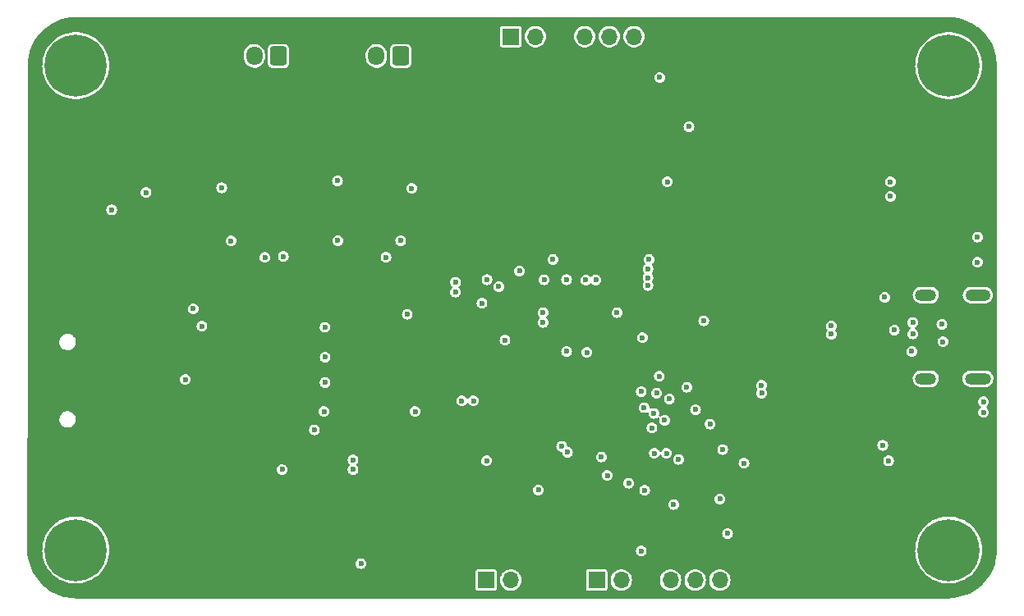
<source format=gbr>
%TF.GenerationSoftware,KiCad,Pcbnew,(7.0.0)*%
%TF.CreationDate,2023-05-17T20:16:57-03:00*%
%TF.ProjectId,d3vk1t,6433766b-3174-42e6-9b69-6361645f7063,rev?*%
%TF.SameCoordinates,Original*%
%TF.FileFunction,Copper,L2,Inr*%
%TF.FilePolarity,Positive*%
%FSLAX46Y46*%
G04 Gerber Fmt 4.6, Leading zero omitted, Abs format (unit mm)*
G04 Created by KiCad (PCBNEW (7.0.0)) date 2023-05-17 20:16:57*
%MOMM*%
%LPD*%
G01*
G04 APERTURE LIST*
G04 Aperture macros list*
%AMRoundRect*
0 Rectangle with rounded corners*
0 $1 Rounding radius*
0 $2 $3 $4 $5 $6 $7 $8 $9 X,Y pos of 4 corners*
0 Add a 4 corners polygon primitive as box body*
4,1,4,$2,$3,$4,$5,$6,$7,$8,$9,$2,$3,0*
0 Add four circle primitives for the rounded corners*
1,1,$1+$1,$2,$3*
1,1,$1+$1,$4,$5*
1,1,$1+$1,$6,$7*
1,1,$1+$1,$8,$9*
0 Add four rect primitives between the rounded corners*
20,1,$1+$1,$2,$3,$4,$5,0*
20,1,$1+$1,$4,$5,$6,$7,0*
20,1,$1+$1,$6,$7,$8,$9,0*
20,1,$1+$1,$8,$9,$2,$3,0*%
G04 Aperture macros list end*
%TA.AperFunction,ComponentPad*%
%ADD10R,1.700000X1.700000*%
%TD*%
%TA.AperFunction,ComponentPad*%
%ADD11O,1.700000X1.700000*%
%TD*%
%TA.AperFunction,ComponentPad*%
%ADD12C,0.400000*%
%TD*%
%TA.AperFunction,ComponentPad*%
%ADD13C,0.800000*%
%TD*%
%TA.AperFunction,ComponentPad*%
%ADD14C,6.400000*%
%TD*%
%TA.AperFunction,ComponentPad*%
%ADD15RoundRect,0.250000X0.600000X0.725000X-0.600000X0.725000X-0.600000X-0.725000X0.600000X-0.725000X0*%
%TD*%
%TA.AperFunction,ComponentPad*%
%ADD16O,1.700000X1.950000*%
%TD*%
%TA.AperFunction,ComponentPad*%
%ADD17O,2.200000X1.200000*%
%TD*%
%TA.AperFunction,ComponentPad*%
%ADD18O,2.700000X1.200000*%
%TD*%
%TA.AperFunction,ComponentPad*%
%ADD19O,2.600000X1.200000*%
%TD*%
%TA.AperFunction,ViaPad*%
%ADD20C,0.600000*%
%TD*%
G04 APERTURE END LIST*
D10*
%TO.N,/mcu/USART1_RX*%
%TO.C,J1*%
X147319999Y-127099999D03*
D11*
%TO.N,/mcu/USART1_TX*%
X149859999Y-127099999D03*
%TO.N,GND*%
X152399999Y-127099999D03*
%TD*%
D12*
%TO.N,GND*%
%TO.C,U1*%
X179160000Y-82100000D03*
X180260000Y-82100000D03*
X178610000Y-82650000D03*
X179710000Y-82650000D03*
X180810000Y-82650000D03*
X179160000Y-83200000D03*
X180260000Y-83200000D03*
X178610000Y-83750000D03*
X179710000Y-83750000D03*
X180810000Y-83750000D03*
X179160000Y-84300000D03*
X180260000Y-84300000D03*
%TD*%
D13*
%TO.N,N/C*%
%TO.C,H4*%
X102600000Y-124000000D03*
X103302944Y-122302944D03*
X103302944Y-125697056D03*
X105000000Y-121600000D03*
D14*
X105000000Y-124000000D03*
D13*
X105000000Y-126400000D03*
X106697056Y-122302944D03*
X106697056Y-125697056D03*
X107400000Y-124000000D03*
%TD*%
D15*
%TO.N,/comm/CAN_H*%
%TO.C,J4*%
X138500000Y-73000000D03*
D16*
%TO.N,/comm/CAN_L*%
X135999999Y-72999999D03*
%TO.N,GND*%
X133499999Y-72999999D03*
%TD*%
D17*
%TO.N,Net-(C13-Pad1)*%
%TO.C,X1*%
X192639999Y-106319999D03*
X192639999Y-97679999D03*
D18*
X197999999Y-106319999D03*
D19*
X197999999Y-97679999D03*
%TD*%
D10*
%TO.N,+3.3V*%
%TO.C,J3*%
X149849999Y-70999999D03*
D11*
%TO.N,/wifi_ble/DTR*%
X152389999Y-70999999D03*
%TO.N,GND*%
X154929999Y-70999999D03*
%TO.N,/wifi_ble/RTS*%
X157469999Y-70999999D03*
%TO.N,/wifi_ble/ESP_TX*%
X160009999Y-70999999D03*
%TO.N,/wifi_ble/ESP_RX*%
X162549999Y-70999999D03*
%TD*%
D13*
%TO.N,N/C*%
%TO.C,H2*%
X192600000Y-74000000D03*
X193302944Y-72302944D03*
X193302944Y-75697056D03*
X195000000Y-71600000D03*
D14*
X195000000Y-74000000D03*
D13*
X195000000Y-76400000D03*
X196697056Y-72302944D03*
X196697056Y-75697056D03*
X197400000Y-74000000D03*
%TD*%
%TO.N,N/C*%
%TO.C,H3*%
X192600000Y-124000000D03*
X193302944Y-122302944D03*
X193302944Y-125697056D03*
X195000000Y-121600000D03*
D14*
X195000000Y-124000000D03*
D13*
X195000000Y-126400000D03*
X196697056Y-122302944D03*
X196697056Y-125697056D03*
X197400000Y-124000000D03*
%TD*%
D15*
%TO.N,/comm/RS485_B*%
%TO.C,J5*%
X125900000Y-73000000D03*
D16*
%TO.N,/comm/RS485_A*%
X123399999Y-72999999D03*
%TO.N,GND*%
X120899999Y-72999999D03*
%TD*%
D10*
%TO.N,+3.3V*%
%TO.C,J2*%
X158699999Y-127099999D03*
D11*
%TO.N,/mcu/SWCLK*%
X161239999Y-127099999D03*
%TO.N,GND*%
X163779999Y-127099999D03*
%TO.N,/mcu/SWDIO*%
X166319999Y-127099999D03*
%TO.N,/mcu/NRST*%
X168859999Y-127099999D03*
%TO.N,/mcu/SWO*%
X171399999Y-127099999D03*
%TD*%
D13*
%TO.N,N/C*%
%TO.C,H1*%
X102600000Y-74000000D03*
X103302944Y-72302944D03*
X103302944Y-75697056D03*
X105000000Y-71600000D03*
D14*
X105000000Y-74000000D03*
D13*
X105000000Y-76400000D03*
X106697056Y-72302944D03*
X106697056Y-75697056D03*
X107400000Y-74000000D03*
%TD*%
D20*
%TO.N,ACC_INT*%
X170400000Y-111000000D03*
X168900000Y-109500000D03*
%TO.N,GND*%
X114251044Y-98076567D03*
%TO.N,I2C1_SDA*%
X155600000Y-103500000D03*
%TO.N,I2C1_SCL*%
X157700000Y-103600000D03*
X158614406Y-96119476D03*
%TO.N,I2C1_SDA*%
X155600000Y-96100000D03*
X144800000Y-108600000D03*
%TO.N,I2C1_SCL*%
X146000000Y-108600000D03*
%TO.N,GND*%
X185200000Y-113200000D03*
%TO.N,/mcu/USER*%
X175700000Y-107000000D03*
X172200000Y-122300000D03*
%TO.N,GND*%
X115076269Y-84891938D03*
X114063880Y-86155298D03*
%TO.N,+5V*%
X136982166Y-93774328D03*
X189400000Y-101300000D03*
X198600000Y-108700000D03*
X108700000Y-88900000D03*
X198600000Y-109800000D03*
X191200000Y-103500000D03*
X191300000Y-100500000D03*
%TO.N,+3.3V*%
X134400000Y-125410000D03*
X146877611Y-98520000D03*
X169743684Y-100347445D03*
X153170895Y-100503881D03*
X188200000Y-113200000D03*
X139170223Y-99669851D03*
X166000000Y-86000000D03*
X171409073Y-118728029D03*
X168222144Y-80297231D03*
X173891529Y-115034550D03*
X144160508Y-96357987D03*
X163434337Y-102075010D03*
X159200000Y-114400000D03*
X129600000Y-111600000D03*
X120041458Y-86618799D03*
X116300000Y-106400000D03*
X188800000Y-114800000D03*
X130700000Y-104100000D03*
X130700000Y-101000000D03*
X160800000Y-99500000D03*
X149249700Y-102340348D03*
X175720000Y-107800000D03*
X130700000Y-106700000D03*
X139633323Y-86661716D03*
X117100000Y-99100000D03*
X157584925Y-96125671D03*
X165200070Y-75228061D03*
X133580000Y-114700000D03*
%TO.N,GND*%
X145400000Y-89000000D03*
X119800000Y-125300000D03*
X181174755Y-114350910D03*
X184800000Y-114700000D03*
X192600000Y-93988663D03*
X197800000Y-118600000D03*
X127100000Y-125410000D03*
X196200000Y-118600000D03*
X173900000Y-116600000D03*
X139633323Y-87661219D03*
X139160099Y-98722487D03*
X181183332Y-111850620D03*
X146860221Y-99470223D03*
X168300000Y-118900000D03*
X120058764Y-87618152D03*
X177400000Y-106200000D03*
X178100000Y-109700000D03*
X145400000Y-90700000D03*
X184600000Y-101300000D03*
X104400000Y-93000000D03*
X126400000Y-88300000D03*
X164414337Y-102080336D03*
X144900000Y-100100000D03*
X186600000Y-104000000D03*
X175740224Y-108776567D03*
X167040598Y-80253165D03*
X190900000Y-99000000D03*
X166300000Y-73200000D03*
X171282032Y-100359902D03*
X160790614Y-100456729D03*
X192600000Y-91388663D03*
X150211045Y-102351691D03*
X116300000Y-104200000D03*
X165800000Y-100000000D03*
X124600000Y-84400000D03*
X135500000Y-82400000D03*
X190500000Y-104400000D03*
X185791716Y-95126591D03*
X159200000Y-113400000D03*
X168500000Y-89000000D03*
X170429073Y-118746985D03*
X150000000Y-96800000D03*
X118980000Y-114700000D03*
X154600000Y-99500000D03*
X126280000Y-114700000D03*
X134761716Y-93519104D03*
X101800000Y-93000000D03*
X195300000Y-108500000D03*
X136982166Y-94801605D03*
X145400000Y-87300000D03*
X186600126Y-97020430D03*
X131980288Y-88592573D03*
%TO.N,Net-(C13-Pad1)*%
X197972148Y-91700000D03*
X197972148Y-94300000D03*
%TO.N,/mcu/USER*%
X126280000Y-115700000D03*
%TO.N,/mcu/BOOT0*%
X133580000Y-115700000D03*
%TO.N,ACC_INT*%
X171700000Y-113636886D03*
X148600000Y-96800000D03*
%TO.N,ACC_CS*%
X153170895Y-99488656D03*
X166200000Y-108400000D03*
%TO.N,BARO_CS*%
X144135721Y-97381094D03*
X164900000Y-107800000D03*
%TO.N,SDIO_DET*%
X168000000Y-107200000D03*
X118000000Y-100900000D03*
%TO.N,SPI1_CLK*%
X164100000Y-94000000D03*
X154200000Y-94000000D03*
%TO.N,SPI1_MISO*%
X164000000Y-95000000D03*
X150750000Y-95200000D03*
%TO.N,SPI1_MOSI*%
X153300000Y-96100000D03*
X164000000Y-95900000D03*
X147400000Y-96100000D03*
%TO.N,USART3_RX*%
X121000000Y-92100000D03*
X164000000Y-96700000D03*
%TO.N,CAN_STB*%
X131980289Y-85877886D03*
X165156716Y-106054626D03*
%TO.N,BUZZER*%
X112240596Y-87091120D03*
X163296182Y-107650174D03*
%TO.N,SDIO_D2*%
X140000000Y-109700000D03*
X130600000Y-109700000D03*
%TO.N,/mcu/USART1_RX*%
X147367331Y-114789774D03*
%TO.N,USB_N*%
X182900000Y-100875000D03*
X155099479Y-113299479D03*
%TO.N,USB_P*%
X155700521Y-113900521D03*
X182900000Y-101725000D03*
%TO.N,/mcu/SWDIO*%
X162000000Y-117100000D03*
%TO.N,/mcu/SWCLK*%
X163300000Y-124100000D03*
X163657863Y-117829357D03*
%TO.N,/mcu/USART1_TX*%
X152700000Y-117800000D03*
%TO.N,USART3_TX*%
X126400000Y-93700000D03*
X164647206Y-114020430D03*
%TO.N,RS485_DE*%
X124500000Y-93800000D03*
X165900000Y-114025500D03*
%TO.N,/mcu/SWO*%
X166649475Y-119300000D03*
%TO.N,SDIO_D0*%
X159800000Y-116300000D03*
X167155545Y-114639837D03*
%TO.N,I2C1_SCL*%
X164400000Y-111400000D03*
%TO.N,I2C1_SDA*%
X165700000Y-110600000D03*
%TO.N,CAN1_RX*%
X138492578Y-92067320D03*
X164600000Y-109900000D03*
%TO.N,CAN1_TX*%
X163600000Y-109300000D03*
X132013324Y-92066687D03*
%TO.N,/usb/USB_CON_N*%
X194400000Y-102500000D03*
X191300000Y-101700000D03*
%TO.N,/wifi_ble/ESP_TX*%
X189000000Y-86000000D03*
%TO.N,/wifi_ble/ESP_RX*%
X189000000Y-87500000D03*
%TO.N,Net-(X1-CC2)*%
X188400000Y-97900000D03*
X194300000Y-100700000D03*
%TD*%
%TA.AperFunction,Conductor*%
%TO.N,GND*%
G36*
X195002562Y-69000605D02*
G01*
X195217599Y-69009500D01*
X195413451Y-69018052D01*
X195423334Y-69018882D01*
X195557899Y-69035655D01*
X195569432Y-69037651D01*
X196293757Y-69198612D01*
X196306063Y-69202021D01*
X196891642Y-69397214D01*
X196907884Y-69403942D01*
X197295742Y-69597871D01*
X197304074Y-69602444D01*
X197794512Y-69896707D01*
X197805114Y-69903836D01*
X198018987Y-70064240D01*
X198450241Y-70387681D01*
X198463514Y-70399193D01*
X198607514Y-70543193D01*
X198611255Y-70547101D01*
X198692880Y-70636179D01*
X198703410Y-70649370D01*
X199440324Y-71713803D01*
X199448361Y-71727127D01*
X199459024Y-71747610D01*
X199460436Y-71750408D01*
X199521752Y-71875832D01*
X199528868Y-71893825D01*
X199896362Y-73088179D01*
X199901230Y-73112307D01*
X199998885Y-74088849D01*
X199999500Y-74101188D01*
X199999500Y-123997438D01*
X199999394Y-124002563D01*
X199990529Y-124216890D01*
X199990517Y-124217173D01*
X199988102Y-124272493D01*
X199986778Y-124285940D01*
X199838363Y-125250636D01*
X199834650Y-125267163D01*
X199776186Y-125463538D01*
X199775602Y-125465444D01*
X199715302Y-125656689D01*
X199712559Y-125664475D01*
X199635008Y-125863224D01*
X199634051Y-125865603D01*
X199557260Y-126050993D01*
X199554099Y-126058001D01*
X199460449Y-126249562D01*
X199459039Y-126252357D01*
X199398221Y-126369190D01*
X199394560Y-126375732D01*
X199204292Y-126692845D01*
X199194791Y-126706509D01*
X198546998Y-127516249D01*
X198537851Y-127526468D01*
X198456819Y-127607500D01*
X198452911Y-127611241D01*
X198304852Y-127746912D01*
X198301220Y-127750112D01*
X198138573Y-127887867D01*
X198133918Y-127891621D01*
X197974586Y-128013880D01*
X197971150Y-128016423D01*
X197967420Y-128019086D01*
X197959168Y-128024496D01*
X197162422Y-128502544D01*
X197153084Y-128507616D01*
X197058007Y-128554096D01*
X197051000Y-128557256D01*
X196876837Y-128629398D01*
X196859458Y-128635135D01*
X195534710Y-128966320D01*
X195519975Y-128969070D01*
X195423357Y-128981114D01*
X195413427Y-128981948D01*
X195217381Y-128990508D01*
X195217097Y-128990520D01*
X195002563Y-128999394D01*
X194997438Y-128999500D01*
X180000099Y-128999500D01*
X105002562Y-128999500D01*
X104997437Y-128999394D01*
X104782946Y-128990521D01*
X104782665Y-128990509D01*
X104727507Y-128988102D01*
X104714058Y-128986778D01*
X103749363Y-128838363D01*
X103732836Y-128834650D01*
X103536460Y-128776186D01*
X103534554Y-128775602D01*
X103343309Y-128715302D01*
X103335522Y-128712558D01*
X103141647Y-128636908D01*
X103135410Y-128634276D01*
X102735170Y-128452349D01*
X102729225Y-128449453D01*
X102569575Y-128366344D01*
X102563359Y-128362878D01*
X102380202Y-128253741D01*
X102377050Y-128251798D01*
X102207707Y-128143914D01*
X102202292Y-128140261D01*
X102186758Y-128129170D01*
X102181368Y-128125094D01*
X102175560Y-128120448D01*
X101993343Y-127974674D01*
X146219500Y-127974674D01*
X146220688Y-127980649D01*
X146220689Y-127980653D01*
X146231650Y-128035759D01*
X146231651Y-128035762D01*
X146234034Y-128047740D01*
X146289399Y-128130601D01*
X146372260Y-128185966D01*
X146445326Y-128200500D01*
X148188579Y-128200500D01*
X148194674Y-128200500D01*
X148267740Y-128185966D01*
X148350601Y-128130601D01*
X148405966Y-128047740D01*
X148420500Y-127974674D01*
X148420500Y-127100000D01*
X148754785Y-127100000D01*
X148755314Y-127105709D01*
X148767255Y-127234582D01*
X148773603Y-127303083D01*
X148775171Y-127308594D01*
X148775173Y-127308604D01*
X148827847Y-127493731D01*
X148827849Y-127493737D01*
X148829418Y-127499250D01*
X148920327Y-127681821D01*
X148923779Y-127686392D01*
X149039778Y-127840001D01*
X149039783Y-127840006D01*
X149043236Y-127844579D01*
X149047472Y-127848440D01*
X149047476Y-127848445D01*
X149149227Y-127941203D01*
X149193959Y-127981981D01*
X149367363Y-128089348D01*
X149557544Y-128163024D01*
X149758024Y-128200500D01*
X149956247Y-128200500D01*
X149961976Y-128200500D01*
X150162456Y-128163024D01*
X150352637Y-128089348D01*
X150526041Y-127981981D01*
X150534056Y-127974674D01*
X157599500Y-127974674D01*
X157600688Y-127980649D01*
X157600689Y-127980653D01*
X157611650Y-128035759D01*
X157611651Y-128035762D01*
X157614034Y-128047740D01*
X157669399Y-128130601D01*
X157752260Y-128185966D01*
X157825326Y-128200500D01*
X159568579Y-128200500D01*
X159574674Y-128200500D01*
X159647740Y-128185966D01*
X159730601Y-128130601D01*
X159785966Y-128047740D01*
X159800500Y-127974674D01*
X159800500Y-127100000D01*
X160134785Y-127100000D01*
X160135314Y-127105709D01*
X160147255Y-127234582D01*
X160153603Y-127303083D01*
X160155171Y-127308594D01*
X160155173Y-127308604D01*
X160207847Y-127493731D01*
X160207849Y-127493737D01*
X160209418Y-127499250D01*
X160300327Y-127681821D01*
X160303779Y-127686392D01*
X160419778Y-127840001D01*
X160419783Y-127840006D01*
X160423236Y-127844579D01*
X160427472Y-127848440D01*
X160427476Y-127848445D01*
X160529227Y-127941203D01*
X160573959Y-127981981D01*
X160747363Y-128089348D01*
X160937544Y-128163024D01*
X161138024Y-128200500D01*
X161336247Y-128200500D01*
X161341976Y-128200500D01*
X161542456Y-128163024D01*
X161732637Y-128089348D01*
X161906041Y-127981981D01*
X162056764Y-127844579D01*
X162179673Y-127681821D01*
X162270582Y-127499250D01*
X162326397Y-127303083D01*
X162345215Y-127100000D01*
X165214785Y-127100000D01*
X165215314Y-127105709D01*
X165227255Y-127234582D01*
X165233603Y-127303083D01*
X165235171Y-127308594D01*
X165235173Y-127308604D01*
X165287847Y-127493731D01*
X165287849Y-127493737D01*
X165289418Y-127499250D01*
X165380327Y-127681821D01*
X165383779Y-127686392D01*
X165499778Y-127840001D01*
X165499783Y-127840006D01*
X165503236Y-127844579D01*
X165507472Y-127848440D01*
X165507476Y-127848445D01*
X165609227Y-127941203D01*
X165653959Y-127981981D01*
X165827363Y-128089348D01*
X166017544Y-128163024D01*
X166218024Y-128200500D01*
X166416247Y-128200500D01*
X166421976Y-128200500D01*
X166622456Y-128163024D01*
X166812637Y-128089348D01*
X166986041Y-127981981D01*
X167136764Y-127844579D01*
X167259673Y-127681821D01*
X167350582Y-127499250D01*
X167406397Y-127303083D01*
X167425215Y-127100000D01*
X167754785Y-127100000D01*
X167755314Y-127105709D01*
X167767255Y-127234582D01*
X167773603Y-127303083D01*
X167775171Y-127308594D01*
X167775173Y-127308604D01*
X167827847Y-127493731D01*
X167827849Y-127493737D01*
X167829418Y-127499250D01*
X167920327Y-127681821D01*
X167923779Y-127686392D01*
X168039778Y-127840001D01*
X168039783Y-127840006D01*
X168043236Y-127844579D01*
X168047472Y-127848440D01*
X168047476Y-127848445D01*
X168149227Y-127941203D01*
X168193959Y-127981981D01*
X168367363Y-128089348D01*
X168557544Y-128163024D01*
X168758024Y-128200500D01*
X168956247Y-128200500D01*
X168961976Y-128200500D01*
X169162456Y-128163024D01*
X169352637Y-128089348D01*
X169526041Y-127981981D01*
X169676764Y-127844579D01*
X169799673Y-127681821D01*
X169890582Y-127499250D01*
X169946397Y-127303083D01*
X169965215Y-127100000D01*
X170294785Y-127100000D01*
X170295314Y-127105709D01*
X170307255Y-127234582D01*
X170313603Y-127303083D01*
X170315171Y-127308594D01*
X170315173Y-127308604D01*
X170367847Y-127493731D01*
X170367849Y-127493737D01*
X170369418Y-127499250D01*
X170460327Y-127681821D01*
X170463779Y-127686392D01*
X170579778Y-127840001D01*
X170579783Y-127840006D01*
X170583236Y-127844579D01*
X170587472Y-127848440D01*
X170587476Y-127848445D01*
X170689227Y-127941203D01*
X170733959Y-127981981D01*
X170907363Y-128089348D01*
X171097544Y-128163024D01*
X171298024Y-128200500D01*
X171496247Y-128200500D01*
X171501976Y-128200500D01*
X171702456Y-128163024D01*
X171892637Y-128089348D01*
X172066041Y-127981981D01*
X172216764Y-127844579D01*
X172339673Y-127681821D01*
X172430582Y-127499250D01*
X172486397Y-127303083D01*
X172505215Y-127100000D01*
X172486397Y-126896917D01*
X172475352Y-126858100D01*
X172432152Y-126706268D01*
X172430582Y-126700750D01*
X172339673Y-126518179D01*
X172234947Y-126379499D01*
X172220221Y-126359998D01*
X172220217Y-126359994D01*
X172216764Y-126355421D01*
X172212527Y-126351558D01*
X172212523Y-126351554D01*
X172070275Y-126221879D01*
X172070276Y-126221879D01*
X172066041Y-126218019D01*
X172061171Y-126215004D01*
X172061169Y-126215002D01*
X171897511Y-126113670D01*
X171897512Y-126113670D01*
X171892637Y-126110652D01*
X171849093Y-126093783D01*
X171707803Y-126039047D01*
X171707798Y-126039045D01*
X171702456Y-126036976D01*
X171616029Y-126020820D01*
X171507605Y-126000552D01*
X171507602Y-126000551D01*
X171501976Y-125999500D01*
X171298024Y-125999500D01*
X171292398Y-126000551D01*
X171292394Y-126000552D01*
X171103181Y-126035922D01*
X171103178Y-126035922D01*
X171097544Y-126036976D01*
X171092203Y-126039044D01*
X171092196Y-126039047D01*
X170912705Y-126108582D01*
X170912700Y-126108584D01*
X170907363Y-126110652D01*
X170902491Y-126113668D01*
X170902488Y-126113670D01*
X170738830Y-126215002D01*
X170738822Y-126215007D01*
X170733959Y-126218019D01*
X170729728Y-126221875D01*
X170729724Y-126221879D01*
X170587476Y-126351554D01*
X170587466Y-126351564D01*
X170583236Y-126355421D01*
X170579787Y-126359987D01*
X170579778Y-126359998D01*
X170463779Y-126513607D01*
X170463776Y-126513611D01*
X170460327Y-126518179D01*
X170457774Y-126523304D01*
X170457772Y-126523309D01*
X170438572Y-126561869D01*
X170369418Y-126700750D01*
X170367850Y-126706258D01*
X170367847Y-126706268D01*
X170315173Y-126891395D01*
X170315170Y-126891406D01*
X170313603Y-126896917D01*
X170313073Y-126902627D01*
X170313073Y-126902632D01*
X170299137Y-127053036D01*
X170294785Y-127100000D01*
X169965215Y-127100000D01*
X169946397Y-126896917D01*
X169935352Y-126858100D01*
X169892152Y-126706268D01*
X169890582Y-126700750D01*
X169799673Y-126518179D01*
X169694947Y-126379499D01*
X169680221Y-126359998D01*
X169680217Y-126359994D01*
X169676764Y-126355421D01*
X169672527Y-126351558D01*
X169672523Y-126351554D01*
X169530275Y-126221879D01*
X169530276Y-126221879D01*
X169526041Y-126218019D01*
X169521171Y-126215004D01*
X169521169Y-126215002D01*
X169357511Y-126113670D01*
X169357512Y-126113670D01*
X169352637Y-126110652D01*
X169309093Y-126093783D01*
X169167803Y-126039047D01*
X169167798Y-126039045D01*
X169162456Y-126036976D01*
X169076029Y-126020820D01*
X168967605Y-126000552D01*
X168967602Y-126000551D01*
X168961976Y-125999500D01*
X168758024Y-125999500D01*
X168752398Y-126000551D01*
X168752394Y-126000552D01*
X168563181Y-126035922D01*
X168563178Y-126035922D01*
X168557544Y-126036976D01*
X168552203Y-126039044D01*
X168552196Y-126039047D01*
X168372705Y-126108582D01*
X168372700Y-126108584D01*
X168367363Y-126110652D01*
X168362491Y-126113668D01*
X168362488Y-126113670D01*
X168198830Y-126215002D01*
X168198822Y-126215007D01*
X168193959Y-126218019D01*
X168189728Y-126221875D01*
X168189724Y-126221879D01*
X168047476Y-126351554D01*
X168047466Y-126351564D01*
X168043236Y-126355421D01*
X168039787Y-126359987D01*
X168039778Y-126359998D01*
X167923779Y-126513607D01*
X167923776Y-126513611D01*
X167920327Y-126518179D01*
X167917774Y-126523304D01*
X167917772Y-126523309D01*
X167898572Y-126561869D01*
X167829418Y-126700750D01*
X167827850Y-126706258D01*
X167827847Y-126706268D01*
X167775173Y-126891395D01*
X167775170Y-126891406D01*
X167773603Y-126896917D01*
X167773073Y-126902627D01*
X167773073Y-126902632D01*
X167759137Y-127053036D01*
X167754785Y-127100000D01*
X167425215Y-127100000D01*
X167406397Y-126896917D01*
X167395352Y-126858100D01*
X167352152Y-126706268D01*
X167350582Y-126700750D01*
X167259673Y-126518179D01*
X167154947Y-126379499D01*
X167140221Y-126359998D01*
X167140217Y-126359994D01*
X167136764Y-126355421D01*
X167132527Y-126351558D01*
X167132523Y-126351554D01*
X166990275Y-126221879D01*
X166990276Y-126221879D01*
X166986041Y-126218019D01*
X166981171Y-126215004D01*
X166981169Y-126215002D01*
X166817511Y-126113670D01*
X166817512Y-126113670D01*
X166812637Y-126110652D01*
X166769093Y-126093783D01*
X166627803Y-126039047D01*
X166627798Y-126039045D01*
X166622456Y-126036976D01*
X166536029Y-126020820D01*
X166427605Y-126000552D01*
X166427602Y-126000551D01*
X166421976Y-125999500D01*
X166218024Y-125999500D01*
X166212398Y-126000551D01*
X166212394Y-126000552D01*
X166023181Y-126035922D01*
X166023178Y-126035922D01*
X166017544Y-126036976D01*
X166012203Y-126039044D01*
X166012196Y-126039047D01*
X165832705Y-126108582D01*
X165832700Y-126108584D01*
X165827363Y-126110652D01*
X165822491Y-126113668D01*
X165822488Y-126113670D01*
X165658830Y-126215002D01*
X165658822Y-126215007D01*
X165653959Y-126218019D01*
X165649728Y-126221875D01*
X165649724Y-126221879D01*
X165507476Y-126351554D01*
X165507466Y-126351564D01*
X165503236Y-126355421D01*
X165499787Y-126359987D01*
X165499778Y-126359998D01*
X165383779Y-126513607D01*
X165383776Y-126513611D01*
X165380327Y-126518179D01*
X165377774Y-126523304D01*
X165377772Y-126523309D01*
X165358572Y-126561869D01*
X165289418Y-126700750D01*
X165287850Y-126706258D01*
X165287847Y-126706268D01*
X165235173Y-126891395D01*
X165235170Y-126891406D01*
X165233603Y-126896917D01*
X165233073Y-126902627D01*
X165233073Y-126902632D01*
X165219137Y-127053036D01*
X165214785Y-127100000D01*
X162345215Y-127100000D01*
X162326397Y-126896917D01*
X162315352Y-126858100D01*
X162272152Y-126706268D01*
X162270582Y-126700750D01*
X162179673Y-126518179D01*
X162074947Y-126379499D01*
X162060221Y-126359998D01*
X162060217Y-126359994D01*
X162056764Y-126355421D01*
X162052527Y-126351558D01*
X162052523Y-126351554D01*
X161910275Y-126221879D01*
X161910276Y-126221879D01*
X161906041Y-126218019D01*
X161901171Y-126215004D01*
X161901169Y-126215002D01*
X161737511Y-126113670D01*
X161737512Y-126113670D01*
X161732637Y-126110652D01*
X161689093Y-126093783D01*
X161547803Y-126039047D01*
X161547798Y-126039045D01*
X161542456Y-126036976D01*
X161456029Y-126020820D01*
X161347605Y-126000552D01*
X161347602Y-126000551D01*
X161341976Y-125999500D01*
X161138024Y-125999500D01*
X161132398Y-126000551D01*
X161132394Y-126000552D01*
X160943181Y-126035922D01*
X160943178Y-126035922D01*
X160937544Y-126036976D01*
X160932203Y-126039044D01*
X160932196Y-126039047D01*
X160752705Y-126108582D01*
X160752700Y-126108584D01*
X160747363Y-126110652D01*
X160742491Y-126113668D01*
X160742488Y-126113670D01*
X160578830Y-126215002D01*
X160578822Y-126215007D01*
X160573959Y-126218019D01*
X160569728Y-126221875D01*
X160569724Y-126221879D01*
X160427476Y-126351554D01*
X160427466Y-126351564D01*
X160423236Y-126355421D01*
X160419787Y-126359987D01*
X160419778Y-126359998D01*
X160303779Y-126513607D01*
X160303776Y-126513611D01*
X160300327Y-126518179D01*
X160297774Y-126523304D01*
X160297772Y-126523309D01*
X160278572Y-126561869D01*
X160209418Y-126700750D01*
X160207850Y-126706258D01*
X160207847Y-126706268D01*
X160155173Y-126891395D01*
X160155170Y-126891406D01*
X160153603Y-126896917D01*
X160153073Y-126902627D01*
X160153073Y-126902632D01*
X160139137Y-127053036D01*
X160134785Y-127100000D01*
X159800500Y-127100000D01*
X159800500Y-126225326D01*
X159785966Y-126152260D01*
X159730601Y-126069399D01*
X159713542Y-126058001D01*
X159657896Y-126020820D01*
X159647740Y-126014034D01*
X159635762Y-126011651D01*
X159635759Y-126011650D01*
X159580653Y-126000689D01*
X159580649Y-126000688D01*
X159574674Y-125999500D01*
X157825326Y-125999500D01*
X157819351Y-126000688D01*
X157819346Y-126000689D01*
X157764240Y-126011650D01*
X157764235Y-126011651D01*
X157752260Y-126014034D01*
X157742105Y-126020819D01*
X157742103Y-126020820D01*
X157679551Y-126062615D01*
X157679548Y-126062617D01*
X157669399Y-126069399D01*
X157662617Y-126079548D01*
X157662615Y-126079551D01*
X157620820Y-126142103D01*
X157620819Y-126142105D01*
X157614034Y-126152260D01*
X157611651Y-126164235D01*
X157611650Y-126164240D01*
X157600689Y-126219346D01*
X157600688Y-126219351D01*
X157599500Y-126225326D01*
X157599500Y-127974674D01*
X150534056Y-127974674D01*
X150676764Y-127844579D01*
X150799673Y-127681821D01*
X150890582Y-127499250D01*
X150946397Y-127303083D01*
X150965215Y-127100000D01*
X150946397Y-126896917D01*
X150935352Y-126858100D01*
X150892152Y-126706268D01*
X150890582Y-126700750D01*
X150799673Y-126518179D01*
X150694947Y-126379499D01*
X150680221Y-126359998D01*
X150680217Y-126359994D01*
X150676764Y-126355421D01*
X150672527Y-126351558D01*
X150672523Y-126351554D01*
X150530275Y-126221879D01*
X150530276Y-126221879D01*
X150526041Y-126218019D01*
X150521171Y-126215004D01*
X150521169Y-126215002D01*
X150357511Y-126113670D01*
X150357512Y-126113670D01*
X150352637Y-126110652D01*
X150309093Y-126093783D01*
X150167803Y-126039047D01*
X150167798Y-126039045D01*
X150162456Y-126036976D01*
X150076029Y-126020820D01*
X149967605Y-126000552D01*
X149967602Y-126000551D01*
X149961976Y-125999500D01*
X149758024Y-125999500D01*
X149752398Y-126000551D01*
X149752394Y-126000552D01*
X149563181Y-126035922D01*
X149563178Y-126035922D01*
X149557544Y-126036976D01*
X149552203Y-126039044D01*
X149552196Y-126039047D01*
X149372705Y-126108582D01*
X149372700Y-126108584D01*
X149367363Y-126110652D01*
X149362491Y-126113668D01*
X149362488Y-126113670D01*
X149198830Y-126215002D01*
X149198822Y-126215007D01*
X149193959Y-126218019D01*
X149189728Y-126221875D01*
X149189724Y-126221879D01*
X149047476Y-126351554D01*
X149047466Y-126351564D01*
X149043236Y-126355421D01*
X149039787Y-126359987D01*
X149039778Y-126359998D01*
X148923779Y-126513607D01*
X148923776Y-126513611D01*
X148920327Y-126518179D01*
X148917774Y-126523304D01*
X148917772Y-126523309D01*
X148898572Y-126561869D01*
X148829418Y-126700750D01*
X148827850Y-126706258D01*
X148827847Y-126706268D01*
X148775173Y-126891395D01*
X148775170Y-126891406D01*
X148773603Y-126896917D01*
X148773073Y-126902627D01*
X148773073Y-126902632D01*
X148759137Y-127053036D01*
X148754785Y-127100000D01*
X148420500Y-127100000D01*
X148420500Y-126225326D01*
X148405966Y-126152260D01*
X148350601Y-126069399D01*
X148333542Y-126058001D01*
X148277896Y-126020820D01*
X148267740Y-126014034D01*
X148255762Y-126011651D01*
X148255759Y-126011650D01*
X148200653Y-126000689D01*
X148200649Y-126000688D01*
X148194674Y-125999500D01*
X146445326Y-125999500D01*
X146439351Y-126000688D01*
X146439346Y-126000689D01*
X146384240Y-126011650D01*
X146384235Y-126011651D01*
X146372260Y-126014034D01*
X146362105Y-126020819D01*
X146362103Y-126020820D01*
X146299551Y-126062615D01*
X146299548Y-126062617D01*
X146289399Y-126069399D01*
X146282617Y-126079548D01*
X146282615Y-126079551D01*
X146240820Y-126142103D01*
X146240819Y-126142105D01*
X146234034Y-126152260D01*
X146231651Y-126164235D01*
X146231650Y-126164240D01*
X146220689Y-126219346D01*
X146220688Y-126219351D01*
X146219500Y-126225326D01*
X146219500Y-127974674D01*
X101993343Y-127974674D01*
X101605578Y-127664462D01*
X101599268Y-127659057D01*
X101547098Y-127611252D01*
X101543190Y-127607511D01*
X101392484Y-127456805D01*
X101388743Y-127452897D01*
X101307118Y-127363819D01*
X101296593Y-127350634D01*
X100559673Y-126286194D01*
X100551638Y-126272873D01*
X100540944Y-126252329D01*
X100539604Y-126249675D01*
X100478242Y-126124159D01*
X100471131Y-126106177D01*
X100102858Y-124909289D01*
X100098624Y-124890374D01*
X100013436Y-124294064D01*
X100012309Y-124281937D01*
X100009487Y-124217290D01*
X100009482Y-124217173D01*
X100000605Y-124002562D01*
X100000552Y-124000000D01*
X101544432Y-124000000D01*
X101544614Y-124003357D01*
X101564506Y-124370253D01*
X101564507Y-124370268D01*
X101564689Y-124373613D01*
X101565231Y-124376923D01*
X101565232Y-124376926D01*
X101624677Y-124739531D01*
X101624679Y-124739543D01*
X101625221Y-124742845D01*
X101626117Y-124746074D01*
X101626120Y-124746085D01*
X101701445Y-125017379D01*
X101725320Y-125103368D01*
X101726562Y-125106485D01*
X101726565Y-125106494D01*
X101793446Y-125274353D01*
X101863811Y-125450955D01*
X101865385Y-125453924D01*
X101865386Y-125453926D01*
X101977012Y-125664475D01*
X102039072Y-125781531D01*
X102040949Y-125784299D01*
X102040953Y-125784306D01*
X102247161Y-126088441D01*
X102249046Y-126091221D01*
X102251220Y-126093780D01*
X102251222Y-126093783D01*
X102485155Y-126369190D01*
X102491273Y-126376392D01*
X102493704Y-126378695D01*
X102493710Y-126378701D01*
X102760472Y-126631391D01*
X102762913Y-126633703D01*
X102765589Y-126635737D01*
X103058101Y-126858100D01*
X103058107Y-126858104D01*
X103060780Y-126860136D01*
X103381383Y-127053036D01*
X103720962Y-127210142D01*
X104075538Y-127329613D01*
X104440951Y-127410046D01*
X104812919Y-127450500D01*
X105183723Y-127450500D01*
X105187081Y-127450500D01*
X105559049Y-127410046D01*
X105924462Y-127329613D01*
X106279038Y-127210142D01*
X106618617Y-127053036D01*
X106939220Y-126860136D01*
X107237087Y-126633703D01*
X107508727Y-126376392D01*
X107750954Y-126091221D01*
X107960928Y-125781531D01*
X108136189Y-125450955D01*
X108152507Y-125410000D01*
X133844750Y-125410000D01*
X133845811Y-125418059D01*
X133851798Y-125463538D01*
X133863670Y-125553709D01*
X133866781Y-125561220D01*
X133866782Y-125561223D01*
X133904214Y-125651592D01*
X133919139Y-125687625D01*
X133924084Y-125694069D01*
X133924085Y-125694071D01*
X133991196Y-125781531D01*
X134007379Y-125802621D01*
X134122375Y-125890861D01*
X134256291Y-125946330D01*
X134400000Y-125965250D01*
X134543709Y-125946330D01*
X134677625Y-125890861D01*
X134792621Y-125802621D01*
X134880861Y-125687625D01*
X134936330Y-125553709D01*
X134955250Y-125410000D01*
X134936330Y-125266291D01*
X134880861Y-125132375D01*
X134792621Y-125017379D01*
X134677625Y-124929139D01*
X134584037Y-124890374D01*
X134551223Y-124876782D01*
X134551220Y-124876781D01*
X134543709Y-124873670D01*
X134535649Y-124872608D01*
X134535646Y-124872608D01*
X134408059Y-124855811D01*
X134400000Y-124854750D01*
X134391941Y-124855811D01*
X134264353Y-124872608D01*
X134264348Y-124872609D01*
X134256291Y-124873670D01*
X134248781Y-124876780D01*
X134248776Y-124876782D01*
X134129885Y-124926028D01*
X134129883Y-124926029D01*
X134122375Y-124929139D01*
X134115933Y-124934082D01*
X134115928Y-124934085D01*
X134013821Y-125012435D01*
X134013817Y-125012438D01*
X134007379Y-125017379D01*
X134002438Y-125023817D01*
X134002435Y-125023821D01*
X133924085Y-125125928D01*
X133924082Y-125125933D01*
X133919139Y-125132375D01*
X133916029Y-125139883D01*
X133916028Y-125139885D01*
X133866782Y-125258776D01*
X133866780Y-125258781D01*
X133863670Y-125266291D01*
X133862609Y-125274348D01*
X133862608Y-125274353D01*
X133845811Y-125401941D01*
X133844750Y-125410000D01*
X108152507Y-125410000D01*
X108274680Y-125103368D01*
X108374779Y-124742845D01*
X108435311Y-124373613D01*
X108450146Y-124100000D01*
X162744750Y-124100000D01*
X162745811Y-124108059D01*
X162760191Y-124217290D01*
X162763670Y-124243709D01*
X162766781Y-124251220D01*
X162766782Y-124251223D01*
X162779504Y-124281937D01*
X162819139Y-124377625D01*
X162907379Y-124492621D01*
X163022375Y-124580861D01*
X163156291Y-124636330D01*
X163300000Y-124655250D01*
X163443709Y-124636330D01*
X163577625Y-124580861D01*
X163692621Y-124492621D01*
X163780861Y-124377625D01*
X163836330Y-124243709D01*
X163855250Y-124100000D01*
X163842085Y-124000000D01*
X191544432Y-124000000D01*
X191544614Y-124003357D01*
X191564506Y-124370253D01*
X191564507Y-124370268D01*
X191564689Y-124373613D01*
X191565231Y-124376923D01*
X191565232Y-124376926D01*
X191624677Y-124739531D01*
X191624679Y-124739543D01*
X191625221Y-124742845D01*
X191626117Y-124746074D01*
X191626120Y-124746085D01*
X191701445Y-125017379D01*
X191725320Y-125103368D01*
X191726562Y-125106485D01*
X191726565Y-125106494D01*
X191793446Y-125274353D01*
X191863811Y-125450955D01*
X191865385Y-125453924D01*
X191865386Y-125453926D01*
X191977012Y-125664475D01*
X192039072Y-125781531D01*
X192040949Y-125784299D01*
X192040953Y-125784306D01*
X192247161Y-126088441D01*
X192249046Y-126091221D01*
X192251220Y-126093780D01*
X192251222Y-126093783D01*
X192485155Y-126369190D01*
X192491273Y-126376392D01*
X192493704Y-126378695D01*
X192493710Y-126378701D01*
X192760472Y-126631391D01*
X192762913Y-126633703D01*
X192765589Y-126635737D01*
X193058101Y-126858100D01*
X193058107Y-126858104D01*
X193060780Y-126860136D01*
X193381383Y-127053036D01*
X193720962Y-127210142D01*
X194075538Y-127329613D01*
X194440951Y-127410046D01*
X194812919Y-127450500D01*
X195183723Y-127450500D01*
X195187081Y-127450500D01*
X195559049Y-127410046D01*
X195924462Y-127329613D01*
X196279038Y-127210142D01*
X196618617Y-127053036D01*
X196939220Y-126860136D01*
X197237087Y-126633703D01*
X197508727Y-126376392D01*
X197750954Y-126091221D01*
X197960928Y-125781531D01*
X198136189Y-125450955D01*
X198274680Y-125103368D01*
X198374779Y-124742845D01*
X198435311Y-124373613D01*
X198455568Y-124000000D01*
X198435311Y-123626387D01*
X198374779Y-123257155D01*
X198274680Y-122896632D01*
X198136189Y-122549045D01*
X197960928Y-122218469D01*
X197918770Y-122156291D01*
X197865558Y-122077808D01*
X197750954Y-121908779D01*
X197672170Y-121816028D01*
X197510900Y-121626166D01*
X197510897Y-121626163D01*
X197508727Y-121623608D01*
X197506294Y-121621303D01*
X197506289Y-121621298D01*
X197239527Y-121368608D01*
X197239524Y-121368605D01*
X197237087Y-121366297D01*
X197232126Y-121362525D01*
X196941898Y-121141899D01*
X196941888Y-121141892D01*
X196939220Y-121139864D01*
X196618617Y-120946964D01*
X196279038Y-120789858D01*
X196275860Y-120788787D01*
X196275852Y-120788784D01*
X196015287Y-120700989D01*
X195924462Y-120670387D01*
X195921183Y-120669665D01*
X195921175Y-120669663D01*
X195562336Y-120590677D01*
X195562326Y-120590675D01*
X195559049Y-120589954D01*
X195187081Y-120549500D01*
X194812919Y-120549500D01*
X194809582Y-120549862D01*
X194809580Y-120549863D01*
X194444297Y-120589590D01*
X194444295Y-120589590D01*
X194440951Y-120589954D01*
X194437676Y-120590674D01*
X194437663Y-120590677D01*
X194078824Y-120669663D01*
X194078811Y-120669666D01*
X194075538Y-120670387D01*
X194072352Y-120671460D01*
X194072350Y-120671461D01*
X193724147Y-120788784D01*
X193724133Y-120788789D01*
X193720962Y-120789858D01*
X193717909Y-120791270D01*
X193717905Y-120791272D01*
X193384438Y-120945550D01*
X193384429Y-120945554D01*
X193381383Y-120946964D01*
X193378508Y-120948693D01*
X193378500Y-120948698D01*
X193063661Y-121138130D01*
X193063653Y-121138135D01*
X193060780Y-121139864D01*
X193058119Y-121141886D01*
X193058101Y-121141899D01*
X192765589Y-121364262D01*
X192765580Y-121364269D01*
X192762913Y-121366297D01*
X192760484Y-121368597D01*
X192760472Y-121368608D01*
X192493710Y-121621298D01*
X192493695Y-121621313D01*
X192491273Y-121623608D01*
X192489110Y-121626153D01*
X192489099Y-121626166D01*
X192251222Y-121906216D01*
X192251213Y-121906227D01*
X192249046Y-121908779D01*
X192247168Y-121911548D01*
X192247161Y-121911558D01*
X192040953Y-122215693D01*
X192040943Y-122215708D01*
X192039072Y-122218469D01*
X192037506Y-122221422D01*
X192037498Y-122221436D01*
X191865386Y-122546073D01*
X191865381Y-122546082D01*
X191863811Y-122549045D01*
X191862570Y-122552157D01*
X191862566Y-122552168D01*
X191726565Y-122893505D01*
X191726560Y-122893519D01*
X191725320Y-122896632D01*
X191724420Y-122899870D01*
X191724420Y-122899873D01*
X191626120Y-123253914D01*
X191626116Y-123253928D01*
X191625221Y-123257155D01*
X191624680Y-123260452D01*
X191624677Y-123260468D01*
X191566387Y-123616028D01*
X191564689Y-123626387D01*
X191564507Y-123629729D01*
X191564506Y-123629746D01*
X191547209Y-123948776D01*
X191544432Y-124000000D01*
X163842085Y-124000000D01*
X163836330Y-123956291D01*
X163780861Y-123822375D01*
X163692621Y-123707379D01*
X163686178Y-123702435D01*
X163584071Y-123624085D01*
X163584069Y-123624084D01*
X163577625Y-123619139D01*
X163541592Y-123604214D01*
X163451223Y-123566782D01*
X163451220Y-123566781D01*
X163443709Y-123563670D01*
X163435649Y-123562608D01*
X163435646Y-123562608D01*
X163308059Y-123545811D01*
X163300000Y-123544750D01*
X163291941Y-123545811D01*
X163164353Y-123562608D01*
X163164348Y-123562609D01*
X163156291Y-123563670D01*
X163148781Y-123566780D01*
X163148776Y-123566782D01*
X163029885Y-123616028D01*
X163029883Y-123616029D01*
X163022375Y-123619139D01*
X163015933Y-123624082D01*
X163015928Y-123624085D01*
X162913821Y-123702435D01*
X162913817Y-123702438D01*
X162907379Y-123707379D01*
X162902438Y-123713817D01*
X162902435Y-123713821D01*
X162824085Y-123815928D01*
X162824082Y-123815933D01*
X162819139Y-123822375D01*
X162816029Y-123829883D01*
X162816028Y-123829885D01*
X162766782Y-123948776D01*
X162766780Y-123948781D01*
X162763670Y-123956291D01*
X162762609Y-123964348D01*
X162762608Y-123964353D01*
X162745811Y-124091941D01*
X162744750Y-124100000D01*
X108450146Y-124100000D01*
X108455568Y-124000000D01*
X108435311Y-123626387D01*
X108374779Y-123257155D01*
X108274680Y-122896632D01*
X108136189Y-122549045D01*
X108004153Y-122300000D01*
X171644750Y-122300000D01*
X171663670Y-122443709D01*
X171719139Y-122577625D01*
X171807379Y-122692621D01*
X171922375Y-122780861D01*
X172056291Y-122836330D01*
X172200000Y-122855250D01*
X172343709Y-122836330D01*
X172477625Y-122780861D01*
X172592621Y-122692621D01*
X172680861Y-122577625D01*
X172736330Y-122443709D01*
X172755250Y-122300000D01*
X172736330Y-122156291D01*
X172680861Y-122022375D01*
X172592621Y-121907379D01*
X172477625Y-121819139D01*
X172441592Y-121804214D01*
X172351223Y-121766782D01*
X172351220Y-121766781D01*
X172343709Y-121763670D01*
X172335649Y-121762608D01*
X172335646Y-121762608D01*
X172208059Y-121745811D01*
X172200000Y-121744750D01*
X172191941Y-121745811D01*
X172064353Y-121762608D01*
X172064348Y-121762609D01*
X172056291Y-121763670D01*
X172048781Y-121766780D01*
X172048776Y-121766782D01*
X171929885Y-121816028D01*
X171929883Y-121816029D01*
X171922375Y-121819139D01*
X171915933Y-121824082D01*
X171915928Y-121824085D01*
X171813821Y-121902435D01*
X171813817Y-121902438D01*
X171807379Y-121907379D01*
X171802438Y-121913817D01*
X171802435Y-121913821D01*
X171724085Y-122015928D01*
X171724082Y-122015933D01*
X171719139Y-122022375D01*
X171716029Y-122029883D01*
X171716028Y-122029885D01*
X171666782Y-122148776D01*
X171666780Y-122148781D01*
X171663670Y-122156291D01*
X171662609Y-122164348D01*
X171662608Y-122164353D01*
X171655849Y-122215693D01*
X171644750Y-122300000D01*
X108004153Y-122300000D01*
X107960928Y-122218469D01*
X107918770Y-122156291D01*
X107865558Y-122077808D01*
X107750954Y-121908779D01*
X107672170Y-121816028D01*
X107510900Y-121626166D01*
X107510897Y-121626163D01*
X107508727Y-121623608D01*
X107506294Y-121621303D01*
X107506289Y-121621298D01*
X107239527Y-121368608D01*
X107239524Y-121368605D01*
X107237087Y-121366297D01*
X107232126Y-121362525D01*
X106941898Y-121141899D01*
X106941888Y-121141892D01*
X106939220Y-121139864D01*
X106618617Y-120946964D01*
X106279038Y-120789858D01*
X106275860Y-120788787D01*
X106275852Y-120788784D01*
X106015287Y-120700989D01*
X105924462Y-120670387D01*
X105921183Y-120669665D01*
X105921175Y-120669663D01*
X105562336Y-120590677D01*
X105562326Y-120590675D01*
X105559049Y-120589954D01*
X105187081Y-120549500D01*
X104812919Y-120549500D01*
X104809582Y-120549862D01*
X104809580Y-120549863D01*
X104444297Y-120589590D01*
X104444295Y-120589590D01*
X104440951Y-120589954D01*
X104437676Y-120590674D01*
X104437663Y-120590677D01*
X104078824Y-120669663D01*
X104078811Y-120669666D01*
X104075538Y-120670387D01*
X104072352Y-120671460D01*
X104072350Y-120671461D01*
X103724147Y-120788784D01*
X103724133Y-120788789D01*
X103720962Y-120789858D01*
X103717909Y-120791270D01*
X103717905Y-120791272D01*
X103384438Y-120945550D01*
X103384429Y-120945554D01*
X103381383Y-120946964D01*
X103378508Y-120948693D01*
X103378500Y-120948698D01*
X103063661Y-121138130D01*
X103063653Y-121138135D01*
X103060780Y-121139864D01*
X103058119Y-121141886D01*
X103058101Y-121141899D01*
X102765589Y-121364262D01*
X102765580Y-121364269D01*
X102762913Y-121366297D01*
X102760484Y-121368597D01*
X102760472Y-121368608D01*
X102493710Y-121621298D01*
X102493695Y-121621313D01*
X102491273Y-121623608D01*
X102489110Y-121626153D01*
X102489099Y-121626166D01*
X102251222Y-121906216D01*
X102251213Y-121906227D01*
X102249046Y-121908779D01*
X102247168Y-121911548D01*
X102247161Y-121911558D01*
X102040953Y-122215693D01*
X102040943Y-122215708D01*
X102039072Y-122218469D01*
X102037506Y-122221422D01*
X102037498Y-122221436D01*
X101865386Y-122546073D01*
X101865381Y-122546082D01*
X101863811Y-122549045D01*
X101862570Y-122552157D01*
X101862566Y-122552168D01*
X101726565Y-122893505D01*
X101726560Y-122893519D01*
X101725320Y-122896632D01*
X101724420Y-122899870D01*
X101724420Y-122899873D01*
X101626120Y-123253914D01*
X101626116Y-123253928D01*
X101625221Y-123257155D01*
X101624680Y-123260452D01*
X101624677Y-123260468D01*
X101566387Y-123616028D01*
X101564689Y-123626387D01*
X101564507Y-123629729D01*
X101564506Y-123629746D01*
X101547209Y-123948776D01*
X101544432Y-124000000D01*
X100000552Y-124000000D01*
X100000500Y-123997439D01*
X100000500Y-123548500D01*
X100005982Y-120791272D01*
X100008947Y-119300000D01*
X166094225Y-119300000D01*
X166113145Y-119443709D01*
X166168614Y-119577625D01*
X166256854Y-119692621D01*
X166371850Y-119780861D01*
X166505766Y-119836330D01*
X166649475Y-119855250D01*
X166793184Y-119836330D01*
X166927100Y-119780861D01*
X167042096Y-119692621D01*
X167130336Y-119577625D01*
X167185805Y-119443709D01*
X167204725Y-119300000D01*
X167185805Y-119156291D01*
X167130336Y-119022375D01*
X167042096Y-118907379D01*
X167035653Y-118902435D01*
X166933546Y-118824085D01*
X166933544Y-118824084D01*
X166927100Y-118819139D01*
X166891067Y-118804214D01*
X166800698Y-118766782D01*
X166800695Y-118766781D01*
X166793184Y-118763670D01*
X166785124Y-118762608D01*
X166785121Y-118762608D01*
X166657534Y-118745811D01*
X166649475Y-118744750D01*
X166641416Y-118745811D01*
X166513828Y-118762608D01*
X166513823Y-118762609D01*
X166505766Y-118763670D01*
X166498256Y-118766780D01*
X166498251Y-118766782D01*
X166379360Y-118816028D01*
X166379358Y-118816029D01*
X166371850Y-118819139D01*
X166365408Y-118824082D01*
X166365403Y-118824085D01*
X166263296Y-118902435D01*
X166263292Y-118902438D01*
X166256854Y-118907379D01*
X166251913Y-118913817D01*
X166251910Y-118913821D01*
X166173560Y-119015928D01*
X166173557Y-119015933D01*
X166168614Y-119022375D01*
X166165504Y-119029883D01*
X166165503Y-119029885D01*
X166116257Y-119148776D01*
X166116255Y-119148781D01*
X166113145Y-119156291D01*
X166112084Y-119164348D01*
X166112083Y-119164353D01*
X166096566Y-119282218D01*
X166094225Y-119300000D01*
X100008947Y-119300000D01*
X100010084Y-118728029D01*
X170853823Y-118728029D01*
X170854884Y-118736088D01*
X170865408Y-118816028D01*
X170872743Y-118871738D01*
X170928212Y-119005654D01*
X170933157Y-119012098D01*
X170933158Y-119012100D01*
X170946805Y-119029885D01*
X171016452Y-119120650D01*
X171131448Y-119208890D01*
X171265364Y-119264359D01*
X171409073Y-119283279D01*
X171552782Y-119264359D01*
X171686698Y-119208890D01*
X171801694Y-119120650D01*
X171889934Y-119005654D01*
X171945403Y-118871738D01*
X171964323Y-118728029D01*
X171945403Y-118584320D01*
X171889934Y-118450404D01*
X171801694Y-118335408D01*
X171762419Y-118305271D01*
X171693144Y-118252114D01*
X171693142Y-118252113D01*
X171686698Y-118247168D01*
X171566942Y-118197564D01*
X171560296Y-118194811D01*
X171560293Y-118194810D01*
X171552782Y-118191699D01*
X171544722Y-118190637D01*
X171544719Y-118190637D01*
X171417132Y-118173840D01*
X171409073Y-118172779D01*
X171401014Y-118173840D01*
X171273426Y-118190637D01*
X171273421Y-118190638D01*
X171265364Y-118191699D01*
X171257854Y-118194809D01*
X171257849Y-118194811D01*
X171138958Y-118244057D01*
X171138956Y-118244058D01*
X171131448Y-118247168D01*
X171125006Y-118252111D01*
X171125001Y-118252114D01*
X171022894Y-118330464D01*
X171022890Y-118330467D01*
X171016452Y-118335408D01*
X171011511Y-118341846D01*
X171011508Y-118341850D01*
X170933158Y-118443957D01*
X170933155Y-118443962D01*
X170928212Y-118450404D01*
X170925102Y-118457912D01*
X170925101Y-118457914D01*
X170875855Y-118576805D01*
X170875853Y-118576810D01*
X170872743Y-118584320D01*
X170871682Y-118592377D01*
X170871681Y-118592382D01*
X170854884Y-118719970D01*
X170853823Y-118728029D01*
X100010084Y-118728029D01*
X100011929Y-117800000D01*
X152144750Y-117800000D01*
X152163670Y-117943709D01*
X152219139Y-118077625D01*
X152224084Y-118084069D01*
X152224085Y-118084071D01*
X152246612Y-118113428D01*
X152307379Y-118192621D01*
X152422375Y-118280861D01*
X152556291Y-118336330D01*
X152700000Y-118355250D01*
X152843709Y-118336330D01*
X152977625Y-118280861D01*
X153092621Y-118192621D01*
X153180861Y-118077625D01*
X153236330Y-117943709D01*
X153251385Y-117829357D01*
X163102613Y-117829357D01*
X163121533Y-117973066D01*
X163177002Y-118106982D01*
X163181947Y-118113426D01*
X163181948Y-118113428D01*
X163241193Y-118190637D01*
X163265242Y-118221978D01*
X163380238Y-118310218D01*
X163514154Y-118365687D01*
X163657863Y-118384607D01*
X163801572Y-118365687D01*
X163935488Y-118310218D01*
X164050484Y-118221978D01*
X164138724Y-118106982D01*
X164194193Y-117973066D01*
X164213113Y-117829357D01*
X164194193Y-117685648D01*
X164138724Y-117551732D01*
X164050484Y-117436736D01*
X164020621Y-117413821D01*
X163941934Y-117353442D01*
X163941932Y-117353441D01*
X163935488Y-117348496D01*
X163864613Y-117319139D01*
X163809086Y-117296139D01*
X163809083Y-117296138D01*
X163801572Y-117293027D01*
X163793512Y-117291965D01*
X163793509Y-117291965D01*
X163665922Y-117275168D01*
X163657863Y-117274107D01*
X163649804Y-117275168D01*
X163522216Y-117291965D01*
X163522211Y-117291966D01*
X163514154Y-117293027D01*
X163506644Y-117296137D01*
X163506639Y-117296139D01*
X163387748Y-117345385D01*
X163387746Y-117345386D01*
X163380238Y-117348496D01*
X163373796Y-117353439D01*
X163373791Y-117353442D01*
X163271684Y-117431792D01*
X163271680Y-117431795D01*
X163265242Y-117436736D01*
X163260301Y-117443174D01*
X163260298Y-117443178D01*
X163181948Y-117545285D01*
X163181945Y-117545290D01*
X163177002Y-117551732D01*
X163173892Y-117559240D01*
X163173891Y-117559242D01*
X163124645Y-117678133D01*
X163124643Y-117678138D01*
X163121533Y-117685648D01*
X163120472Y-117693705D01*
X163120471Y-117693710D01*
X163107539Y-117791941D01*
X163102613Y-117829357D01*
X153251385Y-117829357D01*
X153255250Y-117800000D01*
X153236330Y-117656291D01*
X153180861Y-117522375D01*
X153092621Y-117407379D01*
X153044057Y-117370114D01*
X152984071Y-117324085D01*
X152984069Y-117324084D01*
X152977625Y-117319139D01*
X152912020Y-117291965D01*
X152851223Y-117266782D01*
X152851220Y-117266781D01*
X152843709Y-117263670D01*
X152835649Y-117262608D01*
X152835646Y-117262608D01*
X152708059Y-117245811D01*
X152700000Y-117244750D01*
X152691941Y-117245811D01*
X152564353Y-117262608D01*
X152564348Y-117262609D01*
X152556291Y-117263670D01*
X152548781Y-117266780D01*
X152548776Y-117266782D01*
X152429885Y-117316028D01*
X152429883Y-117316029D01*
X152422375Y-117319139D01*
X152415933Y-117324082D01*
X152415928Y-117324085D01*
X152313821Y-117402435D01*
X152313817Y-117402438D01*
X152307379Y-117407379D01*
X152302438Y-117413817D01*
X152302435Y-117413821D01*
X152224085Y-117515928D01*
X152224082Y-117515933D01*
X152219139Y-117522375D01*
X152216029Y-117529883D01*
X152216028Y-117529885D01*
X152166782Y-117648776D01*
X152166780Y-117648781D01*
X152163670Y-117656291D01*
X152162609Y-117664348D01*
X152162608Y-117664353D01*
X152145811Y-117791941D01*
X152144750Y-117800000D01*
X100011929Y-117800000D01*
X100013321Y-117100000D01*
X161444750Y-117100000D01*
X161463670Y-117243709D01*
X161466781Y-117251220D01*
X161466782Y-117251223D01*
X161483658Y-117291965D01*
X161519139Y-117377625D01*
X161607379Y-117492621D01*
X161722375Y-117580861D01*
X161856291Y-117636330D01*
X162000000Y-117655250D01*
X162143709Y-117636330D01*
X162277625Y-117580861D01*
X162392621Y-117492621D01*
X162480861Y-117377625D01*
X162536330Y-117243709D01*
X162555250Y-117100000D01*
X162536330Y-116956291D01*
X162480861Y-116822375D01*
X162392621Y-116707379D01*
X162373388Y-116692621D01*
X162284071Y-116624085D01*
X162284069Y-116624084D01*
X162277625Y-116619139D01*
X162241592Y-116604214D01*
X162151223Y-116566782D01*
X162151220Y-116566781D01*
X162143709Y-116563670D01*
X162135649Y-116562608D01*
X162135646Y-116562608D01*
X162008059Y-116545811D01*
X162000000Y-116544750D01*
X161991941Y-116545811D01*
X161864353Y-116562608D01*
X161864348Y-116562609D01*
X161856291Y-116563670D01*
X161848781Y-116566780D01*
X161848776Y-116566782D01*
X161729885Y-116616028D01*
X161729883Y-116616029D01*
X161722375Y-116619139D01*
X161715933Y-116624082D01*
X161715928Y-116624085D01*
X161613821Y-116702435D01*
X161613817Y-116702438D01*
X161607379Y-116707379D01*
X161602438Y-116713817D01*
X161602435Y-116713821D01*
X161524085Y-116815928D01*
X161524082Y-116815933D01*
X161519139Y-116822375D01*
X161516029Y-116829883D01*
X161516028Y-116829885D01*
X161466782Y-116948776D01*
X161466780Y-116948781D01*
X161463670Y-116956291D01*
X161462609Y-116964348D01*
X161462608Y-116964353D01*
X161445811Y-117091941D01*
X161444750Y-117100000D01*
X100013321Y-117100000D01*
X100014911Y-116300000D01*
X159244750Y-116300000D01*
X159263670Y-116443709D01*
X159319139Y-116577625D01*
X159407379Y-116692621D01*
X159522375Y-116780861D01*
X159656291Y-116836330D01*
X159800000Y-116855250D01*
X159943709Y-116836330D01*
X160077625Y-116780861D01*
X160192621Y-116692621D01*
X160280861Y-116577625D01*
X160336330Y-116443709D01*
X160355250Y-116300000D01*
X160336330Y-116156291D01*
X160280861Y-116022375D01*
X160192621Y-115907379D01*
X160186178Y-115902435D01*
X160084071Y-115824085D01*
X160084069Y-115824084D01*
X160077625Y-115819139D01*
X160041592Y-115804214D01*
X159951223Y-115766782D01*
X159951220Y-115766781D01*
X159943709Y-115763670D01*
X159935649Y-115762608D01*
X159935646Y-115762608D01*
X159808059Y-115745811D01*
X159800000Y-115744750D01*
X159791941Y-115745811D01*
X159664353Y-115762608D01*
X159664348Y-115762609D01*
X159656291Y-115763670D01*
X159648781Y-115766780D01*
X159648776Y-115766782D01*
X159529885Y-115816028D01*
X159529883Y-115816029D01*
X159522375Y-115819139D01*
X159515933Y-115824082D01*
X159515928Y-115824085D01*
X159413821Y-115902435D01*
X159413817Y-115902438D01*
X159407379Y-115907379D01*
X159402438Y-115913817D01*
X159402435Y-115913821D01*
X159324085Y-116015928D01*
X159324082Y-116015933D01*
X159319139Y-116022375D01*
X159316029Y-116029883D01*
X159316028Y-116029885D01*
X159266782Y-116148776D01*
X159266780Y-116148781D01*
X159263670Y-116156291D01*
X159262609Y-116164348D01*
X159262608Y-116164353D01*
X159245811Y-116291941D01*
X159244750Y-116300000D01*
X100014911Y-116300000D01*
X100016104Y-115700000D01*
X125724750Y-115700000D01*
X125725811Y-115708059D01*
X125740025Y-115816028D01*
X125743670Y-115843709D01*
X125746781Y-115851220D01*
X125746782Y-115851223D01*
X125772711Y-115913821D01*
X125799139Y-115977625D01*
X125887379Y-116092621D01*
X126002375Y-116180861D01*
X126136291Y-116236330D01*
X126280000Y-116255250D01*
X126423709Y-116236330D01*
X126557625Y-116180861D01*
X126672621Y-116092621D01*
X126760861Y-115977625D01*
X126816330Y-115843709D01*
X126835250Y-115700000D01*
X133024750Y-115700000D01*
X133025811Y-115708059D01*
X133040025Y-115816028D01*
X133043670Y-115843709D01*
X133046781Y-115851220D01*
X133046782Y-115851223D01*
X133072711Y-115913821D01*
X133099139Y-115977625D01*
X133187379Y-116092621D01*
X133302375Y-116180861D01*
X133436291Y-116236330D01*
X133580000Y-116255250D01*
X133723709Y-116236330D01*
X133857625Y-116180861D01*
X133972621Y-116092621D01*
X134060861Y-115977625D01*
X134116330Y-115843709D01*
X134135250Y-115700000D01*
X134116330Y-115556291D01*
X134060861Y-115422375D01*
X133972621Y-115307379D01*
X133966178Y-115302435D01*
X133966175Y-115302432D01*
X133960889Y-115298376D01*
X133925163Y-115254844D01*
X133912375Y-115200000D01*
X133925163Y-115145156D01*
X133960889Y-115101624D01*
X133964890Y-115098553D01*
X133972621Y-115092621D01*
X134060861Y-114977625D01*
X134116330Y-114843709D01*
X134123431Y-114789774D01*
X146812081Y-114789774D01*
X146813142Y-114797833D01*
X146828891Y-114917462D01*
X146831001Y-114933483D01*
X146834112Y-114940994D01*
X146834113Y-114940997D01*
X146840017Y-114955250D01*
X146886470Y-115067399D01*
X146891415Y-115073843D01*
X146891416Y-115073845D01*
X146909619Y-115097567D01*
X146974710Y-115182395D01*
X147089706Y-115270635D01*
X147223622Y-115326104D01*
X147367331Y-115345024D01*
X147511040Y-115326104D01*
X147644956Y-115270635D01*
X147759952Y-115182395D01*
X147848192Y-115067399D01*
X147903661Y-114933483D01*
X147922581Y-114789774D01*
X147903661Y-114646065D01*
X147848192Y-114512149D01*
X147759952Y-114397153D01*
X147732952Y-114376435D01*
X147651402Y-114313859D01*
X147651400Y-114313858D01*
X147644956Y-114308913D01*
X147606881Y-114293142D01*
X147518554Y-114256556D01*
X147518551Y-114256555D01*
X147511040Y-114253444D01*
X147502980Y-114252382D01*
X147502977Y-114252382D01*
X147375390Y-114235585D01*
X147367331Y-114234524D01*
X147359272Y-114235585D01*
X147231684Y-114252382D01*
X147231679Y-114252383D01*
X147223622Y-114253444D01*
X147216112Y-114256554D01*
X147216107Y-114256556D01*
X147097216Y-114305802D01*
X147097214Y-114305803D01*
X147089706Y-114308913D01*
X147083264Y-114313856D01*
X147083259Y-114313859D01*
X146981152Y-114392209D01*
X146981148Y-114392212D01*
X146974710Y-114397153D01*
X146969769Y-114403591D01*
X146969766Y-114403595D01*
X146891416Y-114505702D01*
X146891413Y-114505707D01*
X146886470Y-114512149D01*
X146883360Y-114519657D01*
X146883359Y-114519659D01*
X146834113Y-114638550D01*
X146834111Y-114638555D01*
X146831001Y-114646065D01*
X146829940Y-114654122D01*
X146829939Y-114654127D01*
X146816406Y-114756925D01*
X146812081Y-114789774D01*
X134123431Y-114789774D01*
X134135250Y-114700000D01*
X134116330Y-114556291D01*
X134060861Y-114422375D01*
X133972621Y-114307379D01*
X133950681Y-114290544D01*
X133864071Y-114224085D01*
X133864069Y-114224084D01*
X133857625Y-114219139D01*
X133774220Y-114184592D01*
X133731223Y-114166782D01*
X133731220Y-114166781D01*
X133723709Y-114163670D01*
X133715649Y-114162608D01*
X133715646Y-114162608D01*
X133588059Y-114145811D01*
X133580000Y-114144750D01*
X133571941Y-114145811D01*
X133444353Y-114162608D01*
X133444348Y-114162609D01*
X133436291Y-114163670D01*
X133428781Y-114166780D01*
X133428776Y-114166782D01*
X133309885Y-114216028D01*
X133309883Y-114216029D01*
X133302375Y-114219139D01*
X133295933Y-114224082D01*
X133295928Y-114224085D01*
X133193821Y-114302435D01*
X133193817Y-114302438D01*
X133187379Y-114307379D01*
X133182438Y-114313817D01*
X133182435Y-114313821D01*
X133104085Y-114415928D01*
X133104082Y-114415933D01*
X133099139Y-114422375D01*
X133096029Y-114429883D01*
X133096028Y-114429885D01*
X133046782Y-114548776D01*
X133046780Y-114548781D01*
X133043670Y-114556291D01*
X133042609Y-114564348D01*
X133042608Y-114564353D01*
X133029443Y-114664353D01*
X133024750Y-114700000D01*
X133025811Y-114708059D01*
X133038976Y-114808059D01*
X133043670Y-114843709D01*
X133046781Y-114851220D01*
X133046782Y-114851223D01*
X133060347Y-114883971D01*
X133099139Y-114977625D01*
X133104084Y-114984069D01*
X133104085Y-114984071D01*
X133175872Y-115077625D01*
X133187379Y-115092621D01*
X133193821Y-115097564D01*
X133193826Y-115097569D01*
X133199114Y-115101627D01*
X133234837Y-115145158D01*
X133247624Y-115200000D01*
X133234837Y-115254842D01*
X133199114Y-115298373D01*
X133193826Y-115302430D01*
X133193817Y-115302438D01*
X133187379Y-115307379D01*
X133182438Y-115313817D01*
X133182435Y-115313821D01*
X133104085Y-115415928D01*
X133104082Y-115415933D01*
X133099139Y-115422375D01*
X133096029Y-115429883D01*
X133096028Y-115429885D01*
X133046782Y-115548776D01*
X133046780Y-115548781D01*
X133043670Y-115556291D01*
X133042609Y-115564348D01*
X133042608Y-115564353D01*
X133039398Y-115588739D01*
X133024750Y-115700000D01*
X126835250Y-115700000D01*
X126816330Y-115556291D01*
X126760861Y-115422375D01*
X126672621Y-115307379D01*
X126618289Y-115265688D01*
X126564071Y-115224085D01*
X126564069Y-115224084D01*
X126557625Y-115219139D01*
X126505538Y-115197564D01*
X126431223Y-115166782D01*
X126431220Y-115166781D01*
X126423709Y-115163670D01*
X126415649Y-115162608D01*
X126415646Y-115162608D01*
X126288059Y-115145811D01*
X126280000Y-115144750D01*
X126271941Y-115145811D01*
X126144353Y-115162608D01*
X126144348Y-115162609D01*
X126136291Y-115163670D01*
X126128781Y-115166780D01*
X126128776Y-115166782D01*
X126009885Y-115216028D01*
X126009883Y-115216029D01*
X126002375Y-115219139D01*
X125995933Y-115224082D01*
X125995928Y-115224085D01*
X125893821Y-115302435D01*
X125893817Y-115302438D01*
X125887379Y-115307379D01*
X125882438Y-115313817D01*
X125882435Y-115313821D01*
X125804085Y-115415928D01*
X125804082Y-115415933D01*
X125799139Y-115422375D01*
X125796029Y-115429883D01*
X125796028Y-115429885D01*
X125746782Y-115548776D01*
X125746780Y-115548781D01*
X125743670Y-115556291D01*
X125742609Y-115564348D01*
X125742608Y-115564353D01*
X125739398Y-115588739D01*
X125724750Y-115700000D01*
X100016104Y-115700000D01*
X100020876Y-113299479D01*
X154544229Y-113299479D01*
X154545290Y-113307538D01*
X154560702Y-113424606D01*
X154563149Y-113443188D01*
X154566260Y-113450699D01*
X154566261Y-113450702D01*
X154601782Y-113536458D01*
X154618618Y-113577104D01*
X154623563Y-113583548D01*
X154623564Y-113583550D01*
X154694438Y-113675914D01*
X154706858Y-113692100D01*
X154821854Y-113780340D01*
X154955770Y-113835809D01*
X155045610Y-113847636D01*
X155096049Y-113865994D01*
X155134004Y-113903949D01*
X155152363Y-113954389D01*
X155162252Y-114029507D01*
X155164191Y-114044230D01*
X155167302Y-114051741D01*
X155167303Y-114051744D01*
X155188304Y-114102445D01*
X155219660Y-114178146D01*
X155224605Y-114184590D01*
X155224606Y-114184592D01*
X155277438Y-114253444D01*
X155307900Y-114293142D01*
X155422896Y-114381382D01*
X155556812Y-114436851D01*
X155700521Y-114455771D01*
X155844230Y-114436851D01*
X155933198Y-114400000D01*
X158644750Y-114400000D01*
X158645811Y-114408059D01*
X158660503Y-114519659D01*
X158663670Y-114543709D01*
X158666781Y-114551220D01*
X158666782Y-114551223D01*
X158700149Y-114631778D01*
X158719139Y-114677625D01*
X158807379Y-114792621D01*
X158922375Y-114880861D01*
X159056291Y-114936330D01*
X159200000Y-114955250D01*
X159343709Y-114936330D01*
X159477625Y-114880861D01*
X159592621Y-114792621D01*
X159680861Y-114677625D01*
X159696513Y-114639837D01*
X166600295Y-114639837D01*
X166601356Y-114647896D01*
X166606118Y-114684071D01*
X166619215Y-114783546D01*
X166622326Y-114791057D01*
X166622327Y-114791060D01*
X166659524Y-114880861D01*
X166674684Y-114917462D01*
X166679629Y-114923906D01*
X166679630Y-114923908D01*
X166720849Y-114977625D01*
X166762924Y-115032458D01*
X166877920Y-115120698D01*
X167011836Y-115176167D01*
X167155545Y-115195087D01*
X167299254Y-115176167D01*
X167433170Y-115120698D01*
X167545440Y-115034550D01*
X173336279Y-115034550D01*
X173337340Y-115042609D01*
X173350840Y-115145156D01*
X173355199Y-115178259D01*
X173358310Y-115185770D01*
X173358311Y-115185773D01*
X173362169Y-115195087D01*
X173410668Y-115312175D01*
X173415613Y-115318619D01*
X173415614Y-115318621D01*
X173443721Y-115355250D01*
X173498908Y-115427171D01*
X173613904Y-115515411D01*
X173747820Y-115570880D01*
X173891529Y-115589800D01*
X174035238Y-115570880D01*
X174169154Y-115515411D01*
X174284150Y-115427171D01*
X174372390Y-115312175D01*
X174427859Y-115178259D01*
X174446779Y-115034550D01*
X174427859Y-114890841D01*
X174390232Y-114800000D01*
X188244750Y-114800000D01*
X188245811Y-114808059D01*
X188262323Y-114933483D01*
X188263670Y-114943709D01*
X188319139Y-115077625D01*
X188324084Y-115084069D01*
X188324085Y-115084071D01*
X188398355Y-115180861D01*
X188407379Y-115192621D01*
X188522375Y-115280861D01*
X188656291Y-115336330D01*
X188800000Y-115355250D01*
X188943709Y-115336330D01*
X189077625Y-115280861D01*
X189192621Y-115192621D01*
X189280861Y-115077625D01*
X189336330Y-114943709D01*
X189355250Y-114800000D01*
X189336330Y-114656291D01*
X189280861Y-114522375D01*
X189192621Y-114407379D01*
X189077625Y-114319139D01*
X189037297Y-114302435D01*
X188951223Y-114266782D01*
X188951220Y-114266781D01*
X188943709Y-114263670D01*
X188935649Y-114262608D01*
X188935646Y-114262608D01*
X188808059Y-114245811D01*
X188800000Y-114244750D01*
X188791941Y-114245811D01*
X188664353Y-114262608D01*
X188664348Y-114262609D01*
X188656291Y-114263670D01*
X188648781Y-114266780D01*
X188648776Y-114266782D01*
X188529885Y-114316028D01*
X188529883Y-114316029D01*
X188522375Y-114319139D01*
X188515933Y-114324082D01*
X188515928Y-114324085D01*
X188413821Y-114402435D01*
X188413817Y-114402438D01*
X188407379Y-114407379D01*
X188402438Y-114413817D01*
X188402435Y-114413821D01*
X188324085Y-114515928D01*
X188324082Y-114515933D01*
X188319139Y-114522375D01*
X188316029Y-114529883D01*
X188316028Y-114529885D01*
X188266782Y-114648776D01*
X188266780Y-114648781D01*
X188263670Y-114656291D01*
X188262609Y-114664348D01*
X188262608Y-114664353D01*
X188257915Y-114700000D01*
X188244750Y-114800000D01*
X174390232Y-114800000D01*
X174372390Y-114756925D01*
X174284150Y-114641929D01*
X174270921Y-114631778D01*
X174175600Y-114558635D01*
X174175598Y-114558634D01*
X174169154Y-114553689D01*
X174111685Y-114529885D01*
X174042752Y-114501332D01*
X174042749Y-114501331D01*
X174035238Y-114498220D01*
X174027178Y-114497158D01*
X174027175Y-114497158D01*
X173899588Y-114480361D01*
X173891529Y-114479300D01*
X173883470Y-114480361D01*
X173755882Y-114497158D01*
X173755877Y-114497159D01*
X173747820Y-114498220D01*
X173740310Y-114501330D01*
X173740305Y-114501332D01*
X173621414Y-114550578D01*
X173621412Y-114550579D01*
X173613904Y-114553689D01*
X173607462Y-114558632D01*
X173607457Y-114558635D01*
X173505350Y-114636985D01*
X173505346Y-114636988D01*
X173498908Y-114641929D01*
X173493967Y-114648367D01*
X173493964Y-114648371D01*
X173415614Y-114750478D01*
X173415611Y-114750483D01*
X173410668Y-114756925D01*
X173407558Y-114764433D01*
X173407557Y-114764435D01*
X173358311Y-114883326D01*
X173358309Y-114883331D01*
X173355199Y-114890841D01*
X173354138Y-114898898D01*
X173354137Y-114898903D01*
X173347249Y-114951223D01*
X173336279Y-115034550D01*
X167545440Y-115034550D01*
X167548166Y-115032458D01*
X167636406Y-114917462D01*
X167691875Y-114783546D01*
X167710795Y-114639837D01*
X167691875Y-114496128D01*
X167636406Y-114362212D01*
X167548166Y-114247216D01*
X167520269Y-114225810D01*
X167439616Y-114163922D01*
X167439614Y-114163921D01*
X167433170Y-114158976D01*
X167362937Y-114129885D01*
X167306768Y-114106619D01*
X167306765Y-114106618D01*
X167299254Y-114103507D01*
X167291194Y-114102445D01*
X167291191Y-114102445D01*
X167163604Y-114085648D01*
X167155545Y-114084587D01*
X167147486Y-114085648D01*
X167019898Y-114102445D01*
X167019893Y-114102446D01*
X167011836Y-114103507D01*
X167004326Y-114106617D01*
X167004321Y-114106619D01*
X166885430Y-114155865D01*
X166885428Y-114155866D01*
X166877920Y-114158976D01*
X166871478Y-114163919D01*
X166871473Y-114163922D01*
X166769366Y-114242272D01*
X166769362Y-114242275D01*
X166762924Y-114247216D01*
X166757983Y-114253654D01*
X166757980Y-114253658D01*
X166679630Y-114355765D01*
X166679627Y-114355770D01*
X166674684Y-114362212D01*
X166671574Y-114369720D01*
X166671573Y-114369722D01*
X166622327Y-114488613D01*
X166622325Y-114488618D01*
X166619215Y-114496128D01*
X166618154Y-114504185D01*
X166618153Y-114504190D01*
X166608214Y-114579689D01*
X166600295Y-114639837D01*
X159696513Y-114639837D01*
X159736330Y-114543709D01*
X159755250Y-114400000D01*
X159736330Y-114256291D01*
X159680861Y-114122375D01*
X159602635Y-114020430D01*
X164091956Y-114020430D01*
X164093017Y-114028489D01*
X164109786Y-114155865D01*
X164110876Y-114164139D01*
X164113987Y-114171650D01*
X164113988Y-114171653D01*
X164140030Y-114234524D01*
X164166345Y-114298055D01*
X164171290Y-114304499D01*
X164171291Y-114304501D01*
X164246439Y-114402435D01*
X164254585Y-114413051D01*
X164369581Y-114501291D01*
X164503497Y-114556760D01*
X164647206Y-114575680D01*
X164790915Y-114556760D01*
X164924831Y-114501291D01*
X165039827Y-114413051D01*
X165128067Y-114298055D01*
X165157993Y-114225805D01*
X165192019Y-114178971D01*
X165243603Y-114152687D01*
X165301498Y-114152686D01*
X165353083Y-114178969D01*
X165387113Y-114225807D01*
X165395399Y-114245811D01*
X165419139Y-114303125D01*
X165424084Y-114309569D01*
X165424085Y-114309571D01*
X165493474Y-114400000D01*
X165507379Y-114418121D01*
X165622375Y-114506361D01*
X165756291Y-114561830D01*
X165900000Y-114580750D01*
X166043709Y-114561830D01*
X166177625Y-114506361D01*
X166292621Y-114418121D01*
X166380861Y-114303125D01*
X166436330Y-114169209D01*
X166455250Y-114025500D01*
X166436330Y-113881791D01*
X166380861Y-113747875D01*
X166295696Y-113636886D01*
X171144750Y-113636886D01*
X171145811Y-113644945D01*
X171160538Y-113756812D01*
X171163670Y-113780595D01*
X171166781Y-113788106D01*
X171166782Y-113788109D01*
X171190243Y-113844750D01*
X171219139Y-113914511D01*
X171224084Y-113920955D01*
X171224085Y-113920957D01*
X171286606Y-114002435D01*
X171307379Y-114029507D01*
X171422375Y-114117747D01*
X171556291Y-114173216D01*
X171700000Y-114192136D01*
X171843709Y-114173216D01*
X171977625Y-114117747D01*
X172092621Y-114029507D01*
X172180861Y-113914511D01*
X172236330Y-113780595D01*
X172255250Y-113636886D01*
X172236330Y-113493177D01*
X172180861Y-113359261D01*
X172092621Y-113244265D01*
X172034934Y-113200000D01*
X187644750Y-113200000D01*
X187645811Y-113208059D01*
X187650754Y-113245608D01*
X187663670Y-113343709D01*
X187666781Y-113351220D01*
X187666782Y-113351223D01*
X187673222Y-113366771D01*
X187719139Y-113477625D01*
X187724084Y-113484069D01*
X187724085Y-113484071D01*
X187802435Y-113586178D01*
X187807379Y-113592621D01*
X187922375Y-113680861D01*
X188056291Y-113736330D01*
X188200000Y-113755250D01*
X188343709Y-113736330D01*
X188477625Y-113680861D01*
X188592621Y-113592621D01*
X188680861Y-113477625D01*
X188736330Y-113343709D01*
X188755250Y-113200000D01*
X188736330Y-113056291D01*
X188680861Y-112922375D01*
X188592621Y-112807379D01*
X188533596Y-112762087D01*
X188484071Y-112724085D01*
X188484069Y-112724084D01*
X188477625Y-112719139D01*
X188441592Y-112704214D01*
X188351223Y-112666782D01*
X188351220Y-112666781D01*
X188343709Y-112663670D01*
X188335649Y-112662608D01*
X188335646Y-112662608D01*
X188208059Y-112645811D01*
X188200000Y-112644750D01*
X188191941Y-112645811D01*
X188064353Y-112662608D01*
X188064348Y-112662609D01*
X188056291Y-112663670D01*
X188048781Y-112666780D01*
X188048776Y-112666782D01*
X187929885Y-112716028D01*
X187929883Y-112716029D01*
X187922375Y-112719139D01*
X187915933Y-112724082D01*
X187915928Y-112724085D01*
X187813821Y-112802435D01*
X187813817Y-112802438D01*
X187807379Y-112807379D01*
X187802438Y-112813817D01*
X187802435Y-112813821D01*
X187724085Y-112915928D01*
X187724082Y-112915933D01*
X187719139Y-112922375D01*
X187716029Y-112929883D01*
X187716028Y-112929885D01*
X187666782Y-113048776D01*
X187666780Y-113048781D01*
X187663670Y-113056291D01*
X187662609Y-113064348D01*
X187662608Y-113064353D01*
X187645811Y-113191941D01*
X187644750Y-113200000D01*
X172034934Y-113200000D01*
X171984071Y-113160971D01*
X171984069Y-113160970D01*
X171977625Y-113156025D01*
X171941592Y-113141100D01*
X171851223Y-113103668D01*
X171851220Y-113103667D01*
X171843709Y-113100556D01*
X171835649Y-113099494D01*
X171835646Y-113099494D01*
X171708059Y-113082697D01*
X171700000Y-113081636D01*
X171691941Y-113082697D01*
X171564353Y-113099494D01*
X171564348Y-113099495D01*
X171556291Y-113100556D01*
X171548781Y-113103666D01*
X171548776Y-113103668D01*
X171429885Y-113152914D01*
X171429883Y-113152915D01*
X171422375Y-113156025D01*
X171415933Y-113160968D01*
X171415928Y-113160971D01*
X171313821Y-113239321D01*
X171313817Y-113239324D01*
X171307379Y-113244265D01*
X171302438Y-113250703D01*
X171302435Y-113250707D01*
X171224085Y-113352814D01*
X171224082Y-113352819D01*
X171219139Y-113359261D01*
X171216029Y-113366769D01*
X171216028Y-113366771D01*
X171166782Y-113485662D01*
X171166780Y-113485667D01*
X171163670Y-113493177D01*
X171162609Y-113501234D01*
X171162608Y-113501239D01*
X171151772Y-113583550D01*
X171144750Y-113636886D01*
X166295696Y-113636886D01*
X166292621Y-113632879D01*
X166240156Y-113592621D01*
X166184071Y-113549585D01*
X166184069Y-113549584D01*
X166177625Y-113544639D01*
X166141592Y-113529714D01*
X166051223Y-113492282D01*
X166051220Y-113492281D01*
X166043709Y-113489170D01*
X166035649Y-113488108D01*
X166035646Y-113488108D01*
X165908059Y-113471311D01*
X165900000Y-113470250D01*
X165891941Y-113471311D01*
X165764353Y-113488108D01*
X165764348Y-113488109D01*
X165756291Y-113489170D01*
X165748781Y-113492280D01*
X165748776Y-113492282D01*
X165629885Y-113541528D01*
X165629883Y-113541529D01*
X165622375Y-113544639D01*
X165615933Y-113549582D01*
X165615928Y-113549585D01*
X165513821Y-113627935D01*
X165513817Y-113627938D01*
X165507379Y-113632879D01*
X165502438Y-113639317D01*
X165502435Y-113639321D01*
X165424085Y-113741428D01*
X165424082Y-113741433D01*
X165419139Y-113747875D01*
X165416031Y-113755377D01*
X165416027Y-113755385D01*
X165389214Y-113820121D01*
X165355185Y-113866959D01*
X165303600Y-113893243D01*
X165245706Y-113893243D01*
X165194121Y-113866959D01*
X165160092Y-113820121D01*
X165131178Y-113750315D01*
X165131176Y-113750313D01*
X165128067Y-113742805D01*
X165039827Y-113627809D01*
X165033384Y-113622865D01*
X164931277Y-113544515D01*
X164931275Y-113544514D01*
X164924831Y-113539569D01*
X164863927Y-113514342D01*
X164798429Y-113487212D01*
X164798426Y-113487211D01*
X164790915Y-113484100D01*
X164782855Y-113483038D01*
X164782852Y-113483038D01*
X164655265Y-113466241D01*
X164647206Y-113465180D01*
X164639147Y-113466241D01*
X164511559Y-113483038D01*
X164511554Y-113483039D01*
X164503497Y-113484100D01*
X164495987Y-113487210D01*
X164495982Y-113487212D01*
X164377091Y-113536458D01*
X164377089Y-113536459D01*
X164369581Y-113539569D01*
X164363139Y-113544512D01*
X164363134Y-113544515D01*
X164261027Y-113622865D01*
X164261023Y-113622868D01*
X164254585Y-113627809D01*
X164249644Y-113634247D01*
X164249641Y-113634251D01*
X164171291Y-113736358D01*
X164171288Y-113736363D01*
X164166345Y-113742805D01*
X164163235Y-113750313D01*
X164163234Y-113750315D01*
X164113988Y-113869206D01*
X164113986Y-113869211D01*
X164110876Y-113876721D01*
X164109815Y-113884778D01*
X164109814Y-113884783D01*
X164094325Y-114002435D01*
X164091956Y-114020430D01*
X159602635Y-114020430D01*
X159592621Y-114007379D01*
X159586178Y-114002435D01*
X159484071Y-113924085D01*
X159484069Y-113924084D01*
X159477625Y-113919139D01*
X159413220Y-113892462D01*
X159351223Y-113866782D01*
X159351220Y-113866781D01*
X159343709Y-113863670D01*
X159335649Y-113862608D01*
X159335646Y-113862608D01*
X159208059Y-113845811D01*
X159200000Y-113844750D01*
X159191941Y-113845811D01*
X159064353Y-113862608D01*
X159064348Y-113862609D01*
X159056291Y-113863670D01*
X159048781Y-113866780D01*
X159048776Y-113866782D01*
X158929885Y-113916028D01*
X158929883Y-113916029D01*
X158922375Y-113919139D01*
X158915933Y-113924082D01*
X158915928Y-113924085D01*
X158813821Y-114002435D01*
X158813817Y-114002438D01*
X158807379Y-114007379D01*
X158802438Y-114013817D01*
X158802435Y-114013821D01*
X158724085Y-114115928D01*
X158724082Y-114115933D01*
X158719139Y-114122375D01*
X158716029Y-114129883D01*
X158716028Y-114129885D01*
X158666782Y-114248776D01*
X158666780Y-114248781D01*
X158663670Y-114256291D01*
X158662609Y-114264348D01*
X158662608Y-114264353D01*
X158650574Y-114355765D01*
X158644750Y-114400000D01*
X155933198Y-114400000D01*
X155978146Y-114381382D01*
X156093142Y-114293142D01*
X156181382Y-114178146D01*
X156236851Y-114044230D01*
X156255771Y-113900521D01*
X156236851Y-113756812D01*
X156181382Y-113622896D01*
X156093142Y-113507900D01*
X156064161Y-113485662D01*
X155984592Y-113424606D01*
X155984590Y-113424605D01*
X155978146Y-113419660D01*
X155942113Y-113404735D01*
X155851744Y-113367303D01*
X155851741Y-113367302D01*
X155844230Y-113364191D01*
X155836170Y-113363129D01*
X155836167Y-113363129D01*
X155754389Y-113352363D01*
X155703949Y-113334004D01*
X155665994Y-113296049D01*
X155647636Y-113245610D01*
X155635809Y-113155770D01*
X155580340Y-113021854D01*
X155492100Y-112906858D01*
X155377104Y-112818618D01*
X155338034Y-112802435D01*
X155250702Y-112766261D01*
X155250699Y-112766260D01*
X155243188Y-112763149D01*
X155235128Y-112762087D01*
X155235125Y-112762087D01*
X155107538Y-112745290D01*
X155099479Y-112744229D01*
X155091420Y-112745290D01*
X154963832Y-112762087D01*
X154963827Y-112762088D01*
X154955770Y-112763149D01*
X154948260Y-112766259D01*
X154948255Y-112766261D01*
X154829364Y-112815507D01*
X154829362Y-112815508D01*
X154821854Y-112818618D01*
X154815412Y-112823561D01*
X154815407Y-112823564D01*
X154713300Y-112901914D01*
X154713296Y-112901917D01*
X154706858Y-112906858D01*
X154701917Y-112913296D01*
X154701914Y-112913300D01*
X154623564Y-113015407D01*
X154623561Y-113015412D01*
X154618618Y-113021854D01*
X154615508Y-113029362D01*
X154615507Y-113029364D01*
X154566261Y-113148255D01*
X154566259Y-113148260D01*
X154563149Y-113155770D01*
X154562088Y-113163827D01*
X154562087Y-113163832D01*
X154556265Y-113208059D01*
X154544229Y-113299479D01*
X100020876Y-113299479D01*
X100024255Y-111600000D01*
X129044750Y-111600000D01*
X129045811Y-111608059D01*
X129054969Y-111677625D01*
X129063670Y-111743709D01*
X129119139Y-111877625D01*
X129207379Y-111992621D01*
X129322375Y-112080861D01*
X129456291Y-112136330D01*
X129600000Y-112155250D01*
X129743709Y-112136330D01*
X129877625Y-112080861D01*
X129992621Y-111992621D01*
X130080861Y-111877625D01*
X130136330Y-111743709D01*
X130155250Y-111600000D01*
X130136330Y-111456291D01*
X130113014Y-111400000D01*
X163844750Y-111400000D01*
X163845811Y-111408059D01*
X163862288Y-111533217D01*
X163863670Y-111543709D01*
X163919139Y-111677625D01*
X164007379Y-111792621D01*
X164122375Y-111880861D01*
X164256291Y-111936330D01*
X164400000Y-111955250D01*
X164543709Y-111936330D01*
X164677625Y-111880861D01*
X164792621Y-111792621D01*
X164880861Y-111677625D01*
X164936330Y-111543709D01*
X164955250Y-111400000D01*
X164936330Y-111256291D01*
X164880861Y-111122375D01*
X164792621Y-111007379D01*
X164772502Y-110991941D01*
X164684071Y-110924085D01*
X164684069Y-110924084D01*
X164677625Y-110919139D01*
X164641592Y-110904214D01*
X164551223Y-110866782D01*
X164551220Y-110866781D01*
X164543709Y-110863670D01*
X164535649Y-110862608D01*
X164535646Y-110862608D01*
X164408059Y-110845811D01*
X164400000Y-110844750D01*
X164391941Y-110845811D01*
X164264353Y-110862608D01*
X164264348Y-110862609D01*
X164256291Y-110863670D01*
X164248781Y-110866780D01*
X164248776Y-110866782D01*
X164129885Y-110916028D01*
X164129883Y-110916029D01*
X164122375Y-110919139D01*
X164115933Y-110924082D01*
X164115928Y-110924085D01*
X164013821Y-111002435D01*
X164013817Y-111002438D01*
X164007379Y-111007379D01*
X164002438Y-111013817D01*
X164002435Y-111013821D01*
X163924085Y-111115928D01*
X163924082Y-111115933D01*
X163919139Y-111122375D01*
X163916029Y-111129883D01*
X163916028Y-111129885D01*
X163866782Y-111248776D01*
X163866780Y-111248781D01*
X163863670Y-111256291D01*
X163862609Y-111264348D01*
X163862608Y-111264353D01*
X163846570Y-111386178D01*
X163844750Y-111400000D01*
X130113014Y-111400000D01*
X130080861Y-111322375D01*
X129992621Y-111207379D01*
X129923303Y-111154189D01*
X129884071Y-111124085D01*
X129884069Y-111124084D01*
X129877625Y-111119139D01*
X129791514Y-111083471D01*
X129751223Y-111066782D01*
X129751220Y-111066781D01*
X129743709Y-111063670D01*
X129735649Y-111062608D01*
X129735646Y-111062608D01*
X129608059Y-111045811D01*
X129600000Y-111044750D01*
X129591941Y-111045811D01*
X129464353Y-111062608D01*
X129464348Y-111062609D01*
X129456291Y-111063670D01*
X129448781Y-111066780D01*
X129448776Y-111066782D01*
X129329885Y-111116028D01*
X129329883Y-111116029D01*
X129322375Y-111119139D01*
X129315933Y-111124082D01*
X129315928Y-111124085D01*
X129213821Y-111202435D01*
X129213817Y-111202438D01*
X129207379Y-111207379D01*
X129202438Y-111213817D01*
X129202435Y-111213821D01*
X129124085Y-111315928D01*
X129124082Y-111315933D01*
X129119139Y-111322375D01*
X129116029Y-111329883D01*
X129116028Y-111329885D01*
X129066782Y-111448776D01*
X129066780Y-111448781D01*
X129063670Y-111456291D01*
X129062609Y-111464348D01*
X129062608Y-111464353D01*
X129045811Y-111591941D01*
X129044750Y-111600000D01*
X100024255Y-111600000D01*
X100026484Y-110478683D01*
X103295740Y-110478683D01*
X103305755Y-110663407D01*
X103307552Y-110669882D01*
X103307553Y-110669883D01*
X103353446Y-110835179D01*
X103353448Y-110835186D01*
X103355246Y-110841659D01*
X103358392Y-110847594D01*
X103358395Y-110847600D01*
X103438750Y-110999164D01*
X103438753Y-110999169D01*
X103441900Y-111005104D01*
X103446248Y-111010224D01*
X103446251Y-111010227D01*
X103557308Y-111140973D01*
X103561663Y-111146100D01*
X103708936Y-111258054D01*
X103876833Y-111335732D01*
X104057503Y-111375500D01*
X104192754Y-111375500D01*
X104196113Y-111375500D01*
X104333910Y-111360514D01*
X104509221Y-111301444D01*
X104667736Y-111206070D01*
X104802041Y-111078849D01*
X104905858Y-110925730D01*
X104974331Y-110753875D01*
X105004260Y-110571317D01*
X104994245Y-110386593D01*
X104944754Y-110208341D01*
X104941604Y-110202399D01*
X104861249Y-110050835D01*
X104861247Y-110050832D01*
X104858100Y-110044896D01*
X104851725Y-110037391D01*
X104742691Y-109909026D01*
X104738337Y-109903900D01*
X104645355Y-109833217D01*
X104596417Y-109796015D01*
X104596415Y-109796014D01*
X104591064Y-109791946D01*
X104423167Y-109714268D01*
X104358346Y-109700000D01*
X130044750Y-109700000D01*
X130045811Y-109708059D01*
X130062288Y-109833217D01*
X130063670Y-109843709D01*
X130066781Y-109851220D01*
X130066782Y-109851223D01*
X130090324Y-109908059D01*
X130119139Y-109977625D01*
X130207379Y-110092621D01*
X130322375Y-110180861D01*
X130456291Y-110236330D01*
X130600000Y-110255250D01*
X130743709Y-110236330D01*
X130877625Y-110180861D01*
X130992621Y-110092621D01*
X131080861Y-109977625D01*
X131136330Y-109843709D01*
X131155250Y-109700000D01*
X139444750Y-109700000D01*
X139445811Y-109708059D01*
X139462288Y-109833217D01*
X139463670Y-109843709D01*
X139466781Y-109851220D01*
X139466782Y-109851223D01*
X139490324Y-109908059D01*
X139519139Y-109977625D01*
X139607379Y-110092621D01*
X139722375Y-110180861D01*
X139856291Y-110236330D01*
X140000000Y-110255250D01*
X140143709Y-110236330D01*
X140277625Y-110180861D01*
X140392621Y-110092621D01*
X140480861Y-109977625D01*
X140536330Y-109843709D01*
X140555250Y-109700000D01*
X140536330Y-109556291D01*
X140480861Y-109422375D01*
X140392621Y-109307379D01*
X140383005Y-109300000D01*
X163044750Y-109300000D01*
X163045811Y-109308059D01*
X163060025Y-109416028D01*
X163063670Y-109443709D01*
X163066781Y-109451220D01*
X163066782Y-109451223D01*
X163090324Y-109508059D01*
X163119139Y-109577625D01*
X163207379Y-109692621D01*
X163322375Y-109780861D01*
X163456291Y-109836330D01*
X163600000Y-109855250D01*
X163743709Y-109836330D01*
X163850875Y-109791941D01*
X163874359Y-109782214D01*
X163933966Y-109773372D01*
X163990702Y-109793673D01*
X164031169Y-109838322D01*
X164045393Y-109895109D01*
X164044750Y-109900000D01*
X164045811Y-109908059D01*
X164062288Y-110033217D01*
X164063670Y-110043709D01*
X164066781Y-110051220D01*
X164066782Y-110051223D01*
X164071498Y-110062608D01*
X164119139Y-110177625D01*
X164124084Y-110184069D01*
X164124085Y-110184071D01*
X164202435Y-110286178D01*
X164207379Y-110292621D01*
X164322375Y-110380861D01*
X164456291Y-110436330D01*
X164600000Y-110455250D01*
X164743709Y-110436330D01*
X164877625Y-110380861D01*
X164884072Y-110375913D01*
X164884077Y-110375911D01*
X164975603Y-110305680D01*
X165034902Y-110281116D01*
X165098537Y-110289492D01*
X165149461Y-110328562D01*
X165174028Y-110387859D01*
X165167108Y-110440458D01*
X165168884Y-110440934D01*
X165166781Y-110448778D01*
X165163670Y-110456291D01*
X165162609Y-110464348D01*
X165162608Y-110464353D01*
X165149410Y-110564602D01*
X165144750Y-110600000D01*
X165163670Y-110743709D01*
X165166781Y-110751220D01*
X165166782Y-110751223D01*
X165201558Y-110835179D01*
X165219139Y-110877625D01*
X165307379Y-110992621D01*
X165422375Y-111080861D01*
X165556291Y-111136330D01*
X165700000Y-111155250D01*
X165843709Y-111136330D01*
X165977625Y-111080861D01*
X166083005Y-111000000D01*
X169844750Y-111000000D01*
X169845811Y-111008059D01*
X169862288Y-111133217D01*
X169863670Y-111143709D01*
X169866781Y-111151220D01*
X169866782Y-111151223D01*
X169890936Y-111209537D01*
X169919139Y-111277625D01*
X169924084Y-111284069D01*
X169924085Y-111284071D01*
X170002435Y-111386178D01*
X170007379Y-111392621D01*
X170122375Y-111480861D01*
X170256291Y-111536330D01*
X170400000Y-111555250D01*
X170543709Y-111536330D01*
X170677625Y-111480861D01*
X170792621Y-111392621D01*
X170880861Y-111277625D01*
X170936330Y-111143709D01*
X170955250Y-111000000D01*
X170936330Y-110856291D01*
X170880861Y-110722375D01*
X170792621Y-110607379D01*
X170754274Y-110577954D01*
X170684071Y-110524085D01*
X170684069Y-110524084D01*
X170677625Y-110519139D01*
X170596161Y-110485396D01*
X170551223Y-110466782D01*
X170551220Y-110466781D01*
X170543709Y-110463670D01*
X170535649Y-110462608D01*
X170535646Y-110462608D01*
X170408059Y-110445811D01*
X170400000Y-110444750D01*
X170391941Y-110445811D01*
X170264353Y-110462608D01*
X170264348Y-110462609D01*
X170256291Y-110463670D01*
X170248781Y-110466780D01*
X170248776Y-110466782D01*
X170129885Y-110516028D01*
X170129883Y-110516029D01*
X170122375Y-110519139D01*
X170115933Y-110524082D01*
X170115928Y-110524085D01*
X170013821Y-110602435D01*
X170013817Y-110602438D01*
X170007379Y-110607379D01*
X170002438Y-110613817D01*
X170002435Y-110613821D01*
X169924085Y-110715928D01*
X169924082Y-110715933D01*
X169919139Y-110722375D01*
X169916029Y-110729883D01*
X169916028Y-110729885D01*
X169866782Y-110848776D01*
X169866780Y-110848781D01*
X169863670Y-110856291D01*
X169862609Y-110864348D01*
X169862608Y-110864353D01*
X169846570Y-110986178D01*
X169844750Y-111000000D01*
X166083005Y-111000000D01*
X166092621Y-110992621D01*
X166180861Y-110877625D01*
X166236330Y-110743709D01*
X166255250Y-110600000D01*
X166236330Y-110456291D01*
X166180861Y-110322375D01*
X166092621Y-110207379D01*
X166073388Y-110192621D01*
X165984071Y-110124085D01*
X165984069Y-110124084D01*
X165977625Y-110119139D01*
X165898049Y-110086178D01*
X165851223Y-110066782D01*
X165851220Y-110066781D01*
X165843709Y-110063670D01*
X165835649Y-110062608D01*
X165835646Y-110062608D01*
X165708059Y-110045811D01*
X165700000Y-110044750D01*
X165691941Y-110045811D01*
X165564353Y-110062608D01*
X165564348Y-110062609D01*
X165556291Y-110063670D01*
X165548781Y-110066780D01*
X165548776Y-110066782D01*
X165429885Y-110116028D01*
X165429883Y-110116029D01*
X165422375Y-110119139D01*
X165415932Y-110124082D01*
X165415923Y-110124088D01*
X165324395Y-110194320D01*
X165265090Y-110218884D01*
X165201449Y-110210502D01*
X165150526Y-110171422D01*
X165125968Y-110112115D01*
X165132896Y-110059543D01*
X165131116Y-110059066D01*
X165133216Y-110051224D01*
X165136330Y-110043709D01*
X165155250Y-109900000D01*
X165136330Y-109756291D01*
X165080861Y-109622375D01*
X164992621Y-109507379D01*
X164983005Y-109500000D01*
X168344750Y-109500000D01*
X168345811Y-109508059D01*
X168354969Y-109577625D01*
X168363670Y-109643709D01*
X168366781Y-109651220D01*
X168366782Y-109651223D01*
X168383648Y-109691941D01*
X168419139Y-109777625D01*
X168424084Y-109784069D01*
X168424085Y-109784071D01*
X168475613Y-109851223D01*
X168507379Y-109892621D01*
X168622375Y-109980861D01*
X168756291Y-110036330D01*
X168900000Y-110055250D01*
X169043709Y-110036330D01*
X169177625Y-109980861D01*
X169292621Y-109892621D01*
X169363692Y-109800000D01*
X198044750Y-109800000D01*
X198045811Y-109808059D01*
X198059103Y-109909026D01*
X198063670Y-109943709D01*
X198066781Y-109951220D01*
X198066782Y-109951223D01*
X198080347Y-109983971D01*
X198119139Y-110077625D01*
X198124084Y-110084069D01*
X198124085Y-110084071D01*
X198200818Y-110184071D01*
X198207379Y-110192621D01*
X198322375Y-110280861D01*
X198456291Y-110336330D01*
X198600000Y-110355250D01*
X198743709Y-110336330D01*
X198877625Y-110280861D01*
X198992621Y-110192621D01*
X199080861Y-110077625D01*
X199136330Y-109943709D01*
X199155250Y-109800000D01*
X199136330Y-109656291D01*
X199080861Y-109522375D01*
X198992621Y-109407379D01*
X198915725Y-109348374D01*
X198880002Y-109304844D01*
X198867214Y-109250000D01*
X198880002Y-109195156D01*
X198915727Y-109151624D01*
X198992621Y-109092621D01*
X199080861Y-108977625D01*
X199136330Y-108843709D01*
X199155250Y-108700000D01*
X199136330Y-108556291D01*
X199080861Y-108422375D01*
X198992621Y-108307379D01*
X198926042Y-108256291D01*
X198884071Y-108224085D01*
X198884069Y-108224084D01*
X198877625Y-108219139D01*
X198813604Y-108192621D01*
X198751223Y-108166782D01*
X198751220Y-108166781D01*
X198743709Y-108163670D01*
X198735649Y-108162608D01*
X198735646Y-108162608D01*
X198608059Y-108145811D01*
X198600000Y-108144750D01*
X198591941Y-108145811D01*
X198464353Y-108162608D01*
X198464348Y-108162609D01*
X198456291Y-108163670D01*
X198448781Y-108166780D01*
X198448776Y-108166782D01*
X198329885Y-108216028D01*
X198329883Y-108216029D01*
X198322375Y-108219139D01*
X198315933Y-108224082D01*
X198315928Y-108224085D01*
X198213821Y-108302435D01*
X198213817Y-108302438D01*
X198207379Y-108307379D01*
X198202438Y-108313817D01*
X198202435Y-108313821D01*
X198124085Y-108415928D01*
X198124082Y-108415933D01*
X198119139Y-108422375D01*
X198116029Y-108429883D01*
X198116028Y-108429885D01*
X198066782Y-108548776D01*
X198066780Y-108548781D01*
X198063670Y-108556291D01*
X198062609Y-108564348D01*
X198062608Y-108564353D01*
X198057915Y-108600000D01*
X198044750Y-108700000D01*
X198045811Y-108708059D01*
X198060513Y-108819735D01*
X198063670Y-108843709D01*
X198066781Y-108851220D01*
X198066782Y-108851223D01*
X198092711Y-108913821D01*
X198119139Y-108977625D01*
X198124084Y-108984069D01*
X198124085Y-108984071D01*
X198202435Y-109086178D01*
X198207379Y-109092621D01*
X198213821Y-109097564D01*
X198213824Y-109097567D01*
X198284271Y-109151623D01*
X198319997Y-109195155D01*
X198332785Y-109249998D01*
X198319998Y-109304841D01*
X198284273Y-109348374D01*
X198213823Y-109402433D01*
X198213817Y-109402438D01*
X198207379Y-109407379D01*
X198202438Y-109413817D01*
X198202435Y-109413821D01*
X198124085Y-109515928D01*
X198124082Y-109515933D01*
X198119139Y-109522375D01*
X198116029Y-109529883D01*
X198116028Y-109529885D01*
X198066782Y-109648776D01*
X198066780Y-109648781D01*
X198063670Y-109656291D01*
X198062609Y-109664348D01*
X198062608Y-109664353D01*
X198049443Y-109764353D01*
X198044750Y-109800000D01*
X169363692Y-109800000D01*
X169380861Y-109777625D01*
X169436330Y-109643709D01*
X169455250Y-109500000D01*
X169436330Y-109356291D01*
X169380861Y-109222375D01*
X169292621Y-109107379D01*
X169273388Y-109092621D01*
X169184071Y-109024085D01*
X169184069Y-109024084D01*
X169177625Y-109019139D01*
X169098049Y-108986178D01*
X169051223Y-108966782D01*
X169051220Y-108966781D01*
X169043709Y-108963670D01*
X169035649Y-108962608D01*
X169035646Y-108962608D01*
X168908059Y-108945811D01*
X168900000Y-108944750D01*
X168891941Y-108945811D01*
X168764353Y-108962608D01*
X168764348Y-108962609D01*
X168756291Y-108963670D01*
X168748781Y-108966780D01*
X168748776Y-108966782D01*
X168629885Y-109016028D01*
X168629883Y-109016029D01*
X168622375Y-109019139D01*
X168615933Y-109024082D01*
X168615928Y-109024085D01*
X168513821Y-109102435D01*
X168513817Y-109102438D01*
X168507379Y-109107379D01*
X168502438Y-109113817D01*
X168502435Y-109113821D01*
X168424085Y-109215928D01*
X168424082Y-109215933D01*
X168419139Y-109222375D01*
X168416029Y-109229883D01*
X168416028Y-109229885D01*
X168366782Y-109348776D01*
X168366780Y-109348781D01*
X168363670Y-109356291D01*
X168362609Y-109364348D01*
X168362608Y-109364353D01*
X168352161Y-109443709D01*
X168344750Y-109500000D01*
X164983005Y-109500000D01*
X164972502Y-109491941D01*
X164884071Y-109424085D01*
X164884069Y-109424084D01*
X164877625Y-109419139D01*
X164837293Y-109402433D01*
X164751223Y-109366782D01*
X164751220Y-109366781D01*
X164743709Y-109363670D01*
X164735649Y-109362608D01*
X164735646Y-109362608D01*
X164608059Y-109345811D01*
X164600000Y-109344750D01*
X164591941Y-109345811D01*
X164464353Y-109362608D01*
X164464348Y-109362609D01*
X164456291Y-109363670D01*
X164448781Y-109366780D01*
X164448776Y-109366782D01*
X164325641Y-109417786D01*
X164266034Y-109426628D01*
X164209298Y-109406327D01*
X164168831Y-109361678D01*
X164154606Y-109304890D01*
X164155250Y-109300000D01*
X164136330Y-109156291D01*
X164080861Y-109022375D01*
X163992621Y-108907379D01*
X163939443Y-108866574D01*
X163884071Y-108824085D01*
X163884069Y-108824084D01*
X163877625Y-108819139D01*
X163825538Y-108797564D01*
X163751223Y-108766782D01*
X163751220Y-108766781D01*
X163743709Y-108763670D01*
X163735649Y-108762608D01*
X163735646Y-108762608D01*
X163608059Y-108745811D01*
X163600000Y-108744750D01*
X163591941Y-108745811D01*
X163464353Y-108762608D01*
X163464348Y-108762609D01*
X163456291Y-108763670D01*
X163448781Y-108766780D01*
X163448776Y-108766782D01*
X163329885Y-108816028D01*
X163329883Y-108816029D01*
X163322375Y-108819139D01*
X163315933Y-108824082D01*
X163315928Y-108824085D01*
X163213821Y-108902435D01*
X163213817Y-108902438D01*
X163207379Y-108907379D01*
X163202438Y-108913817D01*
X163202435Y-108913821D01*
X163124085Y-109015928D01*
X163124082Y-109015933D01*
X163119139Y-109022375D01*
X163116029Y-109029883D01*
X163116028Y-109029885D01*
X163066782Y-109148776D01*
X163066780Y-109148781D01*
X163063670Y-109156291D01*
X163062609Y-109164348D01*
X163062608Y-109164353D01*
X163053981Y-109229885D01*
X163044750Y-109300000D01*
X140383005Y-109300000D01*
X140300029Y-109236330D01*
X140284071Y-109224085D01*
X140284069Y-109224084D01*
X140277625Y-109219139D01*
X140219722Y-109195155D01*
X140151223Y-109166782D01*
X140151220Y-109166781D01*
X140143709Y-109163670D01*
X140135649Y-109162608D01*
X140135646Y-109162608D01*
X140008059Y-109145811D01*
X140000000Y-109144750D01*
X139991941Y-109145811D01*
X139864353Y-109162608D01*
X139864348Y-109162609D01*
X139856291Y-109163670D01*
X139848781Y-109166780D01*
X139848776Y-109166782D01*
X139729885Y-109216028D01*
X139729883Y-109216029D01*
X139722375Y-109219139D01*
X139715933Y-109224082D01*
X139715928Y-109224085D01*
X139613821Y-109302435D01*
X139613817Y-109302438D01*
X139607379Y-109307379D01*
X139602438Y-109313817D01*
X139602435Y-109313821D01*
X139524085Y-109415928D01*
X139524082Y-109415933D01*
X139519139Y-109422375D01*
X139516029Y-109429883D01*
X139516028Y-109429885D01*
X139466782Y-109548776D01*
X139466780Y-109548781D01*
X139463670Y-109556291D01*
X139462609Y-109564348D01*
X139462608Y-109564353D01*
X139449443Y-109664353D01*
X139444750Y-109700000D01*
X131155250Y-109700000D01*
X131136330Y-109556291D01*
X131080861Y-109422375D01*
X130992621Y-109307379D01*
X130900029Y-109236330D01*
X130884071Y-109224085D01*
X130884069Y-109224084D01*
X130877625Y-109219139D01*
X130819722Y-109195155D01*
X130751223Y-109166782D01*
X130751220Y-109166781D01*
X130743709Y-109163670D01*
X130735649Y-109162608D01*
X130735646Y-109162608D01*
X130608059Y-109145811D01*
X130600000Y-109144750D01*
X130591941Y-109145811D01*
X130464353Y-109162608D01*
X130464348Y-109162609D01*
X130456291Y-109163670D01*
X130448781Y-109166780D01*
X130448776Y-109166782D01*
X130329885Y-109216028D01*
X130329883Y-109216029D01*
X130322375Y-109219139D01*
X130315933Y-109224082D01*
X130315928Y-109224085D01*
X130213821Y-109302435D01*
X130213817Y-109302438D01*
X130207379Y-109307379D01*
X130202438Y-109313817D01*
X130202435Y-109313821D01*
X130124085Y-109415928D01*
X130124082Y-109415933D01*
X130119139Y-109422375D01*
X130116029Y-109429883D01*
X130116028Y-109429885D01*
X130066782Y-109548776D01*
X130066780Y-109548781D01*
X130063670Y-109556291D01*
X130062609Y-109564348D01*
X130062608Y-109564353D01*
X130049443Y-109664353D01*
X130044750Y-109700000D01*
X104358346Y-109700000D01*
X104295551Y-109686178D01*
X104249062Y-109675945D01*
X104249061Y-109675944D01*
X104242497Y-109674500D01*
X104103887Y-109674500D01*
X104100552Y-109674862D01*
X104100546Y-109674863D01*
X103972772Y-109688759D01*
X103972769Y-109688759D01*
X103966090Y-109689486D01*
X103959729Y-109691629D01*
X103959721Y-109691631D01*
X103797152Y-109746408D01*
X103797146Y-109746410D01*
X103790779Y-109748556D01*
X103785026Y-109752017D01*
X103785016Y-109752022D01*
X103638027Y-109840462D01*
X103638023Y-109840464D01*
X103632264Y-109843930D01*
X103627386Y-109848550D01*
X103627379Y-109848556D01*
X103502839Y-109966528D01*
X103497959Y-109971151D01*
X103494191Y-109976707D01*
X103494187Y-109976713D01*
X103412249Y-110097564D01*
X103394142Y-110124270D01*
X103391654Y-110130513D01*
X103391653Y-110130516D01*
X103328159Y-110289874D01*
X103328157Y-110289879D01*
X103325669Y-110296125D01*
X103324580Y-110302763D01*
X103324580Y-110302766D01*
X103299411Y-110456291D01*
X103295740Y-110478683D01*
X100026484Y-110478683D01*
X100030219Y-108600000D01*
X144244750Y-108600000D01*
X144245811Y-108608059D01*
X144258976Y-108708059D01*
X144263670Y-108743709D01*
X144266781Y-108751220D01*
X144266782Y-108751223D01*
X144296962Y-108824085D01*
X144319139Y-108877625D01*
X144407379Y-108992621D01*
X144522375Y-109080861D01*
X144656291Y-109136330D01*
X144800000Y-109155250D01*
X144943709Y-109136330D01*
X145077625Y-109080861D01*
X145192621Y-108992621D01*
X145280861Y-108877625D01*
X145285438Y-108866572D01*
X145319467Y-108819735D01*
X145371052Y-108793450D01*
X145428948Y-108793450D01*
X145480533Y-108819735D01*
X145514561Y-108866572D01*
X145519139Y-108877625D01*
X145607379Y-108992621D01*
X145722375Y-109080861D01*
X145856291Y-109136330D01*
X146000000Y-109155250D01*
X146143709Y-109136330D01*
X146277625Y-109080861D01*
X146392621Y-108992621D01*
X146480861Y-108877625D01*
X146536330Y-108743709D01*
X146555250Y-108600000D01*
X146536330Y-108456291D01*
X146513014Y-108400000D01*
X165644750Y-108400000D01*
X165645811Y-108408059D01*
X165651171Y-108448776D01*
X165663670Y-108543709D01*
X165666781Y-108551220D01*
X165666782Y-108551223D01*
X165672221Y-108564353D01*
X165719139Y-108677625D01*
X165807379Y-108792621D01*
X165922375Y-108880861D01*
X166056291Y-108936330D01*
X166200000Y-108955250D01*
X166343709Y-108936330D01*
X166477625Y-108880861D01*
X166592621Y-108792621D01*
X166680861Y-108677625D01*
X166736330Y-108543709D01*
X166755250Y-108400000D01*
X166736330Y-108256291D01*
X166680861Y-108122375D01*
X166592621Y-108007379D01*
X166586178Y-108002435D01*
X166484071Y-107924085D01*
X166484069Y-107924084D01*
X166477625Y-107919139D01*
X166441592Y-107904214D01*
X166351223Y-107866782D01*
X166351220Y-107866781D01*
X166343709Y-107863670D01*
X166335649Y-107862608D01*
X166335646Y-107862608D01*
X166208059Y-107845811D01*
X166200000Y-107844750D01*
X166191941Y-107845811D01*
X166064353Y-107862608D01*
X166064348Y-107862609D01*
X166056291Y-107863670D01*
X166048781Y-107866780D01*
X166048776Y-107866782D01*
X165929885Y-107916028D01*
X165929883Y-107916029D01*
X165922375Y-107919139D01*
X165915933Y-107924082D01*
X165915928Y-107924085D01*
X165813821Y-108002435D01*
X165813817Y-108002438D01*
X165807379Y-108007379D01*
X165802438Y-108013817D01*
X165802435Y-108013821D01*
X165724085Y-108115928D01*
X165724082Y-108115933D01*
X165719139Y-108122375D01*
X165716029Y-108129883D01*
X165716028Y-108129885D01*
X165666782Y-108248776D01*
X165666780Y-108248781D01*
X165663670Y-108256291D01*
X165662609Y-108264348D01*
X165662608Y-108264353D01*
X165647348Y-108380266D01*
X165644750Y-108400000D01*
X146513014Y-108400000D01*
X146480861Y-108322375D01*
X146392621Y-108207379D01*
X146365416Y-108186504D01*
X146284071Y-108124085D01*
X146284069Y-108124084D01*
X146277625Y-108119139D01*
X146241592Y-108104214D01*
X146151223Y-108066782D01*
X146151220Y-108066781D01*
X146143709Y-108063670D01*
X146135649Y-108062608D01*
X146135646Y-108062608D01*
X146008059Y-108045811D01*
X146000000Y-108044750D01*
X145991941Y-108045811D01*
X145864353Y-108062608D01*
X145864348Y-108062609D01*
X145856291Y-108063670D01*
X145848781Y-108066780D01*
X145848776Y-108066782D01*
X145729885Y-108116028D01*
X145729883Y-108116029D01*
X145722375Y-108119139D01*
X145715933Y-108124082D01*
X145715928Y-108124085D01*
X145613821Y-108202435D01*
X145613817Y-108202438D01*
X145607379Y-108207379D01*
X145602438Y-108213817D01*
X145602435Y-108213821D01*
X145524085Y-108315928D01*
X145524082Y-108315933D01*
X145519139Y-108322375D01*
X145514559Y-108333431D01*
X145480531Y-108380266D01*
X145428947Y-108406549D01*
X145371053Y-108406549D01*
X145319469Y-108380266D01*
X145285440Y-108333431D01*
X145280861Y-108322375D01*
X145192621Y-108207379D01*
X145165416Y-108186504D01*
X145084071Y-108124085D01*
X145084069Y-108124084D01*
X145077625Y-108119139D01*
X145041592Y-108104214D01*
X144951223Y-108066782D01*
X144951220Y-108066781D01*
X144943709Y-108063670D01*
X144935649Y-108062608D01*
X144935646Y-108062608D01*
X144808059Y-108045811D01*
X144800000Y-108044750D01*
X144791941Y-108045811D01*
X144664353Y-108062608D01*
X144664348Y-108062609D01*
X144656291Y-108063670D01*
X144648781Y-108066780D01*
X144648776Y-108066782D01*
X144529885Y-108116028D01*
X144529883Y-108116029D01*
X144522375Y-108119139D01*
X144515933Y-108124082D01*
X144515928Y-108124085D01*
X144413821Y-108202435D01*
X144413817Y-108202438D01*
X144407379Y-108207379D01*
X144402438Y-108213817D01*
X144402435Y-108213821D01*
X144324085Y-108315928D01*
X144324082Y-108315933D01*
X144319139Y-108322375D01*
X144316030Y-108329881D01*
X144316028Y-108329885D01*
X144266782Y-108448776D01*
X144266780Y-108448781D01*
X144263670Y-108456291D01*
X144262609Y-108464348D01*
X144262608Y-108464353D01*
X144249443Y-108564353D01*
X144244750Y-108600000D01*
X100030219Y-108600000D01*
X100032107Y-107650174D01*
X162740932Y-107650174D01*
X162741993Y-107658233D01*
X162754765Y-107755250D01*
X162759852Y-107793883D01*
X162762963Y-107801394D01*
X162762964Y-107801397D01*
X162780921Y-107844750D01*
X162815321Y-107927799D01*
X162820266Y-107934243D01*
X162820267Y-107934245D01*
X162876385Y-108007379D01*
X162903561Y-108042795D01*
X163018557Y-108131035D01*
X163152473Y-108186504D01*
X163296182Y-108205424D01*
X163439891Y-108186504D01*
X163573807Y-108131035D01*
X163688803Y-108042795D01*
X163777043Y-107927799D01*
X163829978Y-107800000D01*
X164344750Y-107800000D01*
X164345811Y-107808059D01*
X164360586Y-107920288D01*
X164363670Y-107943709D01*
X164366781Y-107951220D01*
X164366782Y-107951223D01*
X164392711Y-108013821D01*
X164419139Y-108077625D01*
X164424084Y-108084069D01*
X164424085Y-108084071D01*
X164502435Y-108186178D01*
X164507379Y-108192621D01*
X164622375Y-108280861D01*
X164756291Y-108336330D01*
X164900000Y-108355250D01*
X165043709Y-108336330D01*
X165177625Y-108280861D01*
X165292621Y-108192621D01*
X165380861Y-108077625D01*
X165436330Y-107943709D01*
X165455250Y-107800000D01*
X165436330Y-107656291D01*
X165380861Y-107522375D01*
X165292621Y-107407379D01*
X165238828Y-107366102D01*
X165184071Y-107324085D01*
X165184069Y-107324084D01*
X165177625Y-107319139D01*
X165141592Y-107304214D01*
X165051223Y-107266782D01*
X165051220Y-107266781D01*
X165043709Y-107263670D01*
X165035649Y-107262608D01*
X165035646Y-107262608D01*
X164908059Y-107245811D01*
X164900000Y-107244750D01*
X164891941Y-107245811D01*
X164764353Y-107262608D01*
X164764348Y-107262609D01*
X164756291Y-107263670D01*
X164748781Y-107266780D01*
X164748776Y-107266782D01*
X164629885Y-107316028D01*
X164629883Y-107316029D01*
X164622375Y-107319139D01*
X164615933Y-107324082D01*
X164615928Y-107324085D01*
X164513821Y-107402435D01*
X164513817Y-107402438D01*
X164507379Y-107407379D01*
X164502438Y-107413817D01*
X164502435Y-107413821D01*
X164424085Y-107515928D01*
X164424082Y-107515933D01*
X164419139Y-107522375D01*
X164416029Y-107529883D01*
X164416028Y-107529885D01*
X164366782Y-107648776D01*
X164366780Y-107648781D01*
X164363670Y-107656291D01*
X164362609Y-107664348D01*
X164362608Y-107664353D01*
X164346617Y-107785820D01*
X164344750Y-107800000D01*
X163829978Y-107800000D01*
X163832512Y-107793883D01*
X163851432Y-107650174D01*
X163832512Y-107506465D01*
X163777043Y-107372549D01*
X163688803Y-107257553D01*
X163613799Y-107200000D01*
X167444750Y-107200000D01*
X167445811Y-107208059D01*
X167460025Y-107316028D01*
X167463670Y-107343709D01*
X167466781Y-107351220D01*
X167466782Y-107351223D01*
X167490196Y-107407749D01*
X167519139Y-107477625D01*
X167607379Y-107592621D01*
X167722375Y-107680861D01*
X167856291Y-107736330D01*
X168000000Y-107755250D01*
X168143709Y-107736330D01*
X168277625Y-107680861D01*
X168392621Y-107592621D01*
X168480861Y-107477625D01*
X168536330Y-107343709D01*
X168555250Y-107200000D01*
X168536330Y-107056291D01*
X168513014Y-107000000D01*
X175144750Y-107000000D01*
X175145811Y-107008059D01*
X175162151Y-107132177D01*
X175163670Y-107143709D01*
X175166781Y-107151220D01*
X175166782Y-107151223D01*
X175180347Y-107183971D01*
X175219139Y-107277625D01*
X175224084Y-107284070D01*
X175224088Y-107284076D01*
X175265117Y-107337546D01*
X175287802Y-107386193D01*
X175287802Y-107439869D01*
X175265119Y-107488516D01*
X175244087Y-107515925D01*
X175244083Y-107515931D01*
X175239139Y-107522375D01*
X175236028Y-107529884D01*
X175236027Y-107529887D01*
X175186782Y-107648776D01*
X175186780Y-107648781D01*
X175183670Y-107656291D01*
X175182609Y-107664348D01*
X175182608Y-107664353D01*
X175166617Y-107785820D01*
X175164750Y-107800000D01*
X175165811Y-107808059D01*
X175180586Y-107920288D01*
X175183670Y-107943709D01*
X175186781Y-107951220D01*
X175186782Y-107951223D01*
X175212711Y-108013821D01*
X175239139Y-108077625D01*
X175244084Y-108084069D01*
X175244085Y-108084071D01*
X175322435Y-108186178D01*
X175327379Y-108192621D01*
X175442375Y-108280861D01*
X175576291Y-108336330D01*
X175720000Y-108355250D01*
X175863709Y-108336330D01*
X175997625Y-108280861D01*
X176112621Y-108192621D01*
X176200861Y-108077625D01*
X176256330Y-107943709D01*
X176275250Y-107800000D01*
X176256330Y-107656291D01*
X176200861Y-107522375D01*
X176195912Y-107515925D01*
X176195911Y-107515923D01*
X176154882Y-107462454D01*
X176132196Y-107413806D01*
X176132197Y-107360127D01*
X176154880Y-107311482D01*
X176180861Y-107277625D01*
X176236330Y-107143709D01*
X176255250Y-107000000D01*
X176236330Y-106856291D01*
X176180861Y-106722375D01*
X176092621Y-106607379D01*
X176024523Y-106555125D01*
X175984071Y-106524085D01*
X175984069Y-106524084D01*
X175977625Y-106519139D01*
X175941592Y-106504214D01*
X175851223Y-106466782D01*
X175851220Y-106466781D01*
X175843709Y-106463670D01*
X175835649Y-106462608D01*
X175835646Y-106462608D01*
X175708059Y-106445811D01*
X175700000Y-106444750D01*
X175691941Y-106445811D01*
X175564353Y-106462608D01*
X175564348Y-106462609D01*
X175556291Y-106463670D01*
X175548781Y-106466780D01*
X175548776Y-106466782D01*
X175429885Y-106516028D01*
X175429883Y-106516029D01*
X175422375Y-106519139D01*
X175415933Y-106524082D01*
X175415928Y-106524085D01*
X175313821Y-106602435D01*
X175313817Y-106602438D01*
X175307379Y-106607379D01*
X175302438Y-106613817D01*
X175302435Y-106613821D01*
X175224085Y-106715928D01*
X175224082Y-106715933D01*
X175219139Y-106722375D01*
X175216029Y-106729883D01*
X175216028Y-106729885D01*
X175166782Y-106848776D01*
X175166780Y-106848781D01*
X175163670Y-106856291D01*
X175162609Y-106864348D01*
X175162608Y-106864353D01*
X175148685Y-106970114D01*
X175144750Y-107000000D01*
X168513014Y-107000000D01*
X168480861Y-106922375D01*
X168392621Y-106807379D01*
X168373388Y-106792621D01*
X168284071Y-106724085D01*
X168284069Y-106724084D01*
X168277625Y-106719139D01*
X168231419Y-106700000D01*
X168151223Y-106666782D01*
X168151220Y-106666781D01*
X168143709Y-106663670D01*
X168135649Y-106662608D01*
X168135646Y-106662608D01*
X168008059Y-106645811D01*
X168000000Y-106644750D01*
X167991941Y-106645811D01*
X167864353Y-106662608D01*
X167864348Y-106662609D01*
X167856291Y-106663670D01*
X167848781Y-106666780D01*
X167848776Y-106666782D01*
X167729885Y-106716028D01*
X167729883Y-106716029D01*
X167722375Y-106719139D01*
X167715933Y-106724082D01*
X167715928Y-106724085D01*
X167613821Y-106802435D01*
X167613817Y-106802438D01*
X167607379Y-106807379D01*
X167602438Y-106813817D01*
X167602435Y-106813821D01*
X167524085Y-106915928D01*
X167524082Y-106915933D01*
X167519139Y-106922375D01*
X167516029Y-106929883D01*
X167516028Y-106929885D01*
X167466782Y-107048776D01*
X167466780Y-107048781D01*
X167463670Y-107056291D01*
X167462609Y-107064348D01*
X167462608Y-107064353D01*
X167452161Y-107143709D01*
X167444750Y-107200000D01*
X163613799Y-107200000D01*
X163573807Y-107169313D01*
X163511993Y-107143709D01*
X163447405Y-107116956D01*
X163447402Y-107116955D01*
X163439891Y-107113844D01*
X163431831Y-107112782D01*
X163431828Y-107112782D01*
X163304241Y-107095985D01*
X163296182Y-107094924D01*
X163288123Y-107095985D01*
X163160535Y-107112782D01*
X163160530Y-107112783D01*
X163152473Y-107113844D01*
X163144963Y-107116954D01*
X163144958Y-107116956D01*
X163026067Y-107166202D01*
X163026065Y-107166203D01*
X163018557Y-107169313D01*
X163012115Y-107174256D01*
X163012110Y-107174259D01*
X162910003Y-107252609D01*
X162909999Y-107252612D01*
X162903561Y-107257553D01*
X162898620Y-107263991D01*
X162898617Y-107263995D01*
X162820267Y-107366102D01*
X162820264Y-107366107D01*
X162815321Y-107372549D01*
X162812211Y-107380057D01*
X162812210Y-107380059D01*
X162762964Y-107498950D01*
X162762962Y-107498955D01*
X162759852Y-107506465D01*
X162758791Y-107514522D01*
X162758790Y-107514527D01*
X162756768Y-107529887D01*
X162740932Y-107650174D01*
X100032107Y-107650174D01*
X100034592Y-106400000D01*
X115744750Y-106400000D01*
X115745811Y-106408059D01*
X115762587Y-106535487D01*
X115763670Y-106543709D01*
X115766781Y-106551220D01*
X115766782Y-106551223D01*
X115802171Y-106636659D01*
X115819139Y-106677625D01*
X115907379Y-106792621D01*
X116022375Y-106880861D01*
X116156291Y-106936330D01*
X116300000Y-106955250D01*
X116443709Y-106936330D01*
X116577625Y-106880861D01*
X116692621Y-106792621D01*
X116763692Y-106700000D01*
X130144750Y-106700000D01*
X130145811Y-106708059D01*
X130158603Y-106805227D01*
X130163670Y-106843709D01*
X130166781Y-106851220D01*
X130166782Y-106851223D01*
X130180347Y-106883971D01*
X130219139Y-106977625D01*
X130224084Y-106984069D01*
X130224085Y-106984071D01*
X130236308Y-107000000D01*
X130307379Y-107092621D01*
X130422375Y-107180861D01*
X130556291Y-107236330D01*
X130700000Y-107255250D01*
X130843709Y-107236330D01*
X130977625Y-107180861D01*
X131092621Y-107092621D01*
X131180861Y-106977625D01*
X131236330Y-106843709D01*
X131255250Y-106700000D01*
X131236330Y-106556291D01*
X131180861Y-106422375D01*
X131092621Y-106307379D01*
X131026042Y-106256291D01*
X130984071Y-106224085D01*
X130984069Y-106224084D01*
X130977625Y-106219139D01*
X130907933Y-106190272D01*
X130851223Y-106166782D01*
X130851220Y-106166781D01*
X130843709Y-106163670D01*
X130835649Y-106162608D01*
X130835646Y-106162608D01*
X130708059Y-106145811D01*
X130700000Y-106144750D01*
X130691941Y-106145811D01*
X130564353Y-106162608D01*
X130564348Y-106162609D01*
X130556291Y-106163670D01*
X130548781Y-106166780D01*
X130548776Y-106166782D01*
X130429885Y-106216028D01*
X130429883Y-106216029D01*
X130422375Y-106219139D01*
X130415933Y-106224082D01*
X130415928Y-106224085D01*
X130313821Y-106302435D01*
X130313817Y-106302438D01*
X130307379Y-106307379D01*
X130302438Y-106313817D01*
X130302435Y-106313821D01*
X130224085Y-106415928D01*
X130224082Y-106415933D01*
X130219139Y-106422375D01*
X130216029Y-106429883D01*
X130216028Y-106429885D01*
X130166782Y-106548776D01*
X130166780Y-106548781D01*
X130163670Y-106556291D01*
X130162609Y-106564348D01*
X130162608Y-106564353D01*
X130156944Y-106607379D01*
X130144750Y-106700000D01*
X116763692Y-106700000D01*
X116780861Y-106677625D01*
X116836330Y-106543709D01*
X116855250Y-106400000D01*
X116836330Y-106256291D01*
X116780861Y-106122375D01*
X116728875Y-106054626D01*
X164601466Y-106054626D01*
X164602527Y-106062685D01*
X164618181Y-106181593D01*
X164620386Y-106198335D01*
X164623497Y-106205846D01*
X164623498Y-106205849D01*
X164629003Y-106219139D01*
X164675855Y-106332251D01*
X164680800Y-106338695D01*
X164680801Y-106338697D01*
X164759151Y-106440804D01*
X164764095Y-106447247D01*
X164879091Y-106535487D01*
X165013007Y-106590956D01*
X165156716Y-106609876D01*
X165300425Y-106590956D01*
X165434341Y-106535487D01*
X165549337Y-106447247D01*
X165637577Y-106332251D01*
X165661836Y-106273683D01*
X191285740Y-106273683D01*
X191286103Y-106280396D01*
X191286104Y-106280396D01*
X191295014Y-106444750D01*
X191295755Y-106458407D01*
X191297552Y-106464882D01*
X191297553Y-106464883D01*
X191343446Y-106630179D01*
X191343448Y-106630186D01*
X191345246Y-106636659D01*
X191348392Y-106642594D01*
X191348395Y-106642600D01*
X191428750Y-106794164D01*
X191428753Y-106794169D01*
X191431900Y-106800104D01*
X191436248Y-106805224D01*
X191436251Y-106805227D01*
X191503137Y-106883971D01*
X191551663Y-106941100D01*
X191698936Y-107053054D01*
X191866833Y-107130732D01*
X192047503Y-107170500D01*
X193182754Y-107170500D01*
X193186113Y-107170500D01*
X193323910Y-107155514D01*
X193499221Y-107096444D01*
X193657736Y-107001070D01*
X193792041Y-106873849D01*
X193895858Y-106720730D01*
X193964331Y-106548875D01*
X193994260Y-106366317D01*
X193989238Y-106273683D01*
X196395740Y-106273683D01*
X196396103Y-106280396D01*
X196396104Y-106280396D01*
X196405014Y-106444750D01*
X196405755Y-106458407D01*
X196407552Y-106464882D01*
X196407553Y-106464883D01*
X196453446Y-106630179D01*
X196453448Y-106630186D01*
X196455246Y-106636659D01*
X196458392Y-106642594D01*
X196458395Y-106642600D01*
X196538750Y-106794164D01*
X196538753Y-106794169D01*
X196541900Y-106800104D01*
X196546248Y-106805224D01*
X196546251Y-106805227D01*
X196613137Y-106883971D01*
X196661663Y-106941100D01*
X196808936Y-107053054D01*
X196976833Y-107130732D01*
X197157503Y-107170500D01*
X198792754Y-107170500D01*
X198796113Y-107170500D01*
X198933910Y-107155514D01*
X199109221Y-107096444D01*
X199267736Y-107001070D01*
X199402041Y-106873849D01*
X199505858Y-106720730D01*
X199574331Y-106548875D01*
X199604260Y-106366317D01*
X199594245Y-106181593D01*
X199544754Y-106003341D01*
X199541604Y-105997399D01*
X199461249Y-105845835D01*
X199461247Y-105845832D01*
X199458100Y-105839896D01*
X199399200Y-105770554D01*
X199342691Y-105704026D01*
X199338337Y-105698900D01*
X199191064Y-105586946D01*
X199023167Y-105509268D01*
X198842497Y-105469500D01*
X197203887Y-105469500D01*
X197200552Y-105469862D01*
X197200546Y-105469863D01*
X197072772Y-105483759D01*
X197072769Y-105483759D01*
X197066090Y-105484486D01*
X197059729Y-105486629D01*
X197059721Y-105486631D01*
X196897152Y-105541408D01*
X196897146Y-105541410D01*
X196890779Y-105543556D01*
X196885026Y-105547017D01*
X196885016Y-105547022D01*
X196738027Y-105635462D01*
X196738023Y-105635464D01*
X196732264Y-105638930D01*
X196727386Y-105643550D01*
X196727379Y-105643556D01*
X196602839Y-105761528D01*
X196597959Y-105766151D01*
X196594191Y-105771707D01*
X196594187Y-105771713D01*
X196499805Y-105910917D01*
X196494142Y-105919270D01*
X196491654Y-105925513D01*
X196491653Y-105925516D01*
X196428159Y-106084874D01*
X196428157Y-106084879D01*
X196425669Y-106091125D01*
X196424580Y-106097763D01*
X196424580Y-106097766D01*
X196396828Y-106267045D01*
X196395740Y-106273683D01*
X193989238Y-106273683D01*
X193984245Y-106181593D01*
X193934754Y-106003341D01*
X193931604Y-105997399D01*
X193851249Y-105845835D01*
X193851247Y-105845832D01*
X193848100Y-105839896D01*
X193789200Y-105770554D01*
X193732691Y-105704026D01*
X193728337Y-105698900D01*
X193581064Y-105586946D01*
X193413167Y-105509268D01*
X193232497Y-105469500D01*
X192093887Y-105469500D01*
X192090552Y-105469862D01*
X192090546Y-105469863D01*
X191962772Y-105483759D01*
X191962769Y-105483759D01*
X191956090Y-105484486D01*
X191949729Y-105486629D01*
X191949721Y-105486631D01*
X191787152Y-105541408D01*
X191787146Y-105541410D01*
X191780779Y-105543556D01*
X191775026Y-105547017D01*
X191775016Y-105547022D01*
X191628027Y-105635462D01*
X191628023Y-105635464D01*
X191622264Y-105638930D01*
X191617386Y-105643550D01*
X191617379Y-105643556D01*
X191492839Y-105761528D01*
X191487959Y-105766151D01*
X191484191Y-105771707D01*
X191484187Y-105771713D01*
X191389805Y-105910917D01*
X191384142Y-105919270D01*
X191381654Y-105925513D01*
X191381653Y-105925516D01*
X191318159Y-106084874D01*
X191318157Y-106084879D01*
X191315669Y-106091125D01*
X191314580Y-106097763D01*
X191314580Y-106097766D01*
X191286828Y-106267045D01*
X191285740Y-106273683D01*
X165661836Y-106273683D01*
X165693046Y-106198335D01*
X165711966Y-106054626D01*
X165693046Y-105910917D01*
X165637577Y-105777001D01*
X165549337Y-105662005D01*
X165434341Y-105573765D01*
X165361409Y-105543556D01*
X165307939Y-105521408D01*
X165307936Y-105521407D01*
X165300425Y-105518296D01*
X165292365Y-105517234D01*
X165292362Y-105517234D01*
X165164775Y-105500437D01*
X165156716Y-105499376D01*
X165148657Y-105500437D01*
X165021069Y-105517234D01*
X165021064Y-105517235D01*
X165013007Y-105518296D01*
X165005497Y-105521406D01*
X165005492Y-105521408D01*
X164886601Y-105570654D01*
X164886599Y-105570655D01*
X164879091Y-105573765D01*
X164872649Y-105578708D01*
X164872644Y-105578711D01*
X164770537Y-105657061D01*
X164770533Y-105657064D01*
X164764095Y-105662005D01*
X164759154Y-105668443D01*
X164759151Y-105668447D01*
X164680801Y-105770554D01*
X164680798Y-105770559D01*
X164675855Y-105777001D01*
X164672745Y-105784509D01*
X164672744Y-105784511D01*
X164623498Y-105903402D01*
X164623496Y-105903407D01*
X164620386Y-105910917D01*
X164619325Y-105918974D01*
X164619324Y-105918979D01*
X164609000Y-105997399D01*
X164601466Y-106054626D01*
X116728875Y-106054626D01*
X116692621Y-106007379D01*
X116577625Y-105919139D01*
X116539632Y-105903402D01*
X116451223Y-105866782D01*
X116451220Y-105866781D01*
X116443709Y-105863670D01*
X116435649Y-105862608D01*
X116435646Y-105862608D01*
X116308059Y-105845811D01*
X116300000Y-105844750D01*
X116291941Y-105845811D01*
X116164353Y-105862608D01*
X116164348Y-105862609D01*
X116156291Y-105863670D01*
X116148781Y-105866780D01*
X116148776Y-105866782D01*
X116029885Y-105916028D01*
X116029883Y-105916029D01*
X116022375Y-105919139D01*
X116015933Y-105924082D01*
X116015928Y-105924085D01*
X115913821Y-106002435D01*
X115913817Y-106002438D01*
X115907379Y-106007379D01*
X115902438Y-106013817D01*
X115902435Y-106013821D01*
X115824085Y-106115928D01*
X115824082Y-106115933D01*
X115819139Y-106122375D01*
X115816029Y-106129883D01*
X115816028Y-106129885D01*
X115766782Y-106248776D01*
X115766780Y-106248781D01*
X115763670Y-106256291D01*
X115762609Y-106264348D01*
X115762608Y-106264353D01*
X115748311Y-106372954D01*
X115744750Y-106400000D01*
X100034592Y-106400000D01*
X100039165Y-104100000D01*
X130144750Y-104100000D01*
X130163670Y-104243709D01*
X130219139Y-104377625D01*
X130307379Y-104492621D01*
X130422375Y-104580861D01*
X130556291Y-104636330D01*
X130700000Y-104655250D01*
X130843709Y-104636330D01*
X130977625Y-104580861D01*
X131092621Y-104492621D01*
X131180861Y-104377625D01*
X131236330Y-104243709D01*
X131255250Y-104100000D01*
X131236330Y-103956291D01*
X131180861Y-103822375D01*
X131092621Y-103707379D01*
X131086178Y-103702435D01*
X130984071Y-103624085D01*
X130984069Y-103624084D01*
X130977625Y-103619139D01*
X130931419Y-103600000D01*
X130851223Y-103566782D01*
X130851220Y-103566781D01*
X130843709Y-103563670D01*
X130835649Y-103562608D01*
X130835646Y-103562608D01*
X130708059Y-103545811D01*
X130700000Y-103544750D01*
X130691941Y-103545811D01*
X130564353Y-103562608D01*
X130564348Y-103562609D01*
X130556291Y-103563670D01*
X130548781Y-103566780D01*
X130548776Y-103566782D01*
X130429885Y-103616028D01*
X130429883Y-103616029D01*
X130422375Y-103619139D01*
X130415933Y-103624082D01*
X130415928Y-103624085D01*
X130313821Y-103702435D01*
X130313817Y-103702438D01*
X130307379Y-103707379D01*
X130302438Y-103713817D01*
X130302435Y-103713821D01*
X130224085Y-103815928D01*
X130224082Y-103815933D01*
X130219139Y-103822375D01*
X130216029Y-103829883D01*
X130216028Y-103829885D01*
X130166782Y-103948776D01*
X130166780Y-103948781D01*
X130163670Y-103956291D01*
X130162609Y-103964348D01*
X130162608Y-103964353D01*
X130147921Y-104075914D01*
X130144750Y-104100000D01*
X100039165Y-104100000D01*
X100040358Y-103500000D01*
X155044750Y-103500000D01*
X155045811Y-103508059D01*
X155060025Y-103616028D01*
X155063670Y-103643709D01*
X155066781Y-103651220D01*
X155066782Y-103651223D01*
X155092711Y-103713821D01*
X155119139Y-103777625D01*
X155207379Y-103892621D01*
X155322375Y-103980861D01*
X155456291Y-104036330D01*
X155600000Y-104055250D01*
X155743709Y-104036330D01*
X155877625Y-103980861D01*
X155992621Y-103892621D01*
X156080861Y-103777625D01*
X156136330Y-103643709D01*
X156142085Y-103600000D01*
X157144750Y-103600000D01*
X157145811Y-103608059D01*
X157150504Y-103643709D01*
X157163670Y-103743709D01*
X157219139Y-103877625D01*
X157224084Y-103884069D01*
X157224085Y-103884071D01*
X157302435Y-103986178D01*
X157307379Y-103992621D01*
X157422375Y-104080861D01*
X157556291Y-104136330D01*
X157700000Y-104155250D01*
X157843709Y-104136330D01*
X157977625Y-104080861D01*
X158092621Y-103992621D01*
X158180861Y-103877625D01*
X158236330Y-103743709D01*
X158255250Y-103600000D01*
X158242085Y-103500000D01*
X190644750Y-103500000D01*
X190645811Y-103508059D01*
X190660025Y-103616028D01*
X190663670Y-103643709D01*
X190666781Y-103651220D01*
X190666782Y-103651223D01*
X190692711Y-103713821D01*
X190719139Y-103777625D01*
X190807379Y-103892621D01*
X190922375Y-103980861D01*
X191056291Y-104036330D01*
X191200000Y-104055250D01*
X191343709Y-104036330D01*
X191477625Y-103980861D01*
X191592621Y-103892621D01*
X191680861Y-103777625D01*
X191736330Y-103643709D01*
X191755250Y-103500000D01*
X191736330Y-103356291D01*
X191680861Y-103222375D01*
X191592621Y-103107379D01*
X191555440Y-103078849D01*
X191484071Y-103024085D01*
X191484069Y-103024084D01*
X191477625Y-103019139D01*
X191392721Y-102983971D01*
X191351223Y-102966782D01*
X191351220Y-102966781D01*
X191343709Y-102963670D01*
X191335649Y-102962608D01*
X191335646Y-102962608D01*
X191208059Y-102945811D01*
X191200000Y-102944750D01*
X191191941Y-102945811D01*
X191064353Y-102962608D01*
X191064348Y-102962609D01*
X191056291Y-102963670D01*
X191048781Y-102966780D01*
X191048776Y-102966782D01*
X190929885Y-103016028D01*
X190929883Y-103016029D01*
X190922375Y-103019139D01*
X190915933Y-103024082D01*
X190915928Y-103024085D01*
X190813821Y-103102435D01*
X190813817Y-103102438D01*
X190807379Y-103107379D01*
X190802438Y-103113817D01*
X190802435Y-103113821D01*
X190724085Y-103215928D01*
X190724082Y-103215933D01*
X190719139Y-103222375D01*
X190716029Y-103229883D01*
X190716028Y-103229885D01*
X190666782Y-103348776D01*
X190666780Y-103348781D01*
X190663670Y-103356291D01*
X190662609Y-103364348D01*
X190662608Y-103364353D01*
X190649443Y-103464353D01*
X190644750Y-103500000D01*
X158242085Y-103500000D01*
X158236330Y-103456291D01*
X158180861Y-103322375D01*
X158092621Y-103207379D01*
X158012761Y-103146100D01*
X157984071Y-103124085D01*
X157984069Y-103124084D01*
X157977625Y-103119139D01*
X157880355Y-103078849D01*
X157851223Y-103066782D01*
X157851220Y-103066781D01*
X157843709Y-103063670D01*
X157835649Y-103062608D01*
X157835646Y-103062608D01*
X157708059Y-103045811D01*
X157700000Y-103044750D01*
X157691941Y-103045811D01*
X157564353Y-103062608D01*
X157564348Y-103062609D01*
X157556291Y-103063670D01*
X157548781Y-103066780D01*
X157548776Y-103066782D01*
X157429885Y-103116028D01*
X157429883Y-103116029D01*
X157422375Y-103119139D01*
X157415933Y-103124082D01*
X157415928Y-103124085D01*
X157313821Y-103202435D01*
X157313817Y-103202438D01*
X157307379Y-103207379D01*
X157302438Y-103213817D01*
X157302435Y-103213821D01*
X157224085Y-103315928D01*
X157224082Y-103315933D01*
X157219139Y-103322375D01*
X157216029Y-103329883D01*
X157216028Y-103329885D01*
X157166782Y-103448776D01*
X157166780Y-103448781D01*
X157163670Y-103456291D01*
X157162609Y-103464348D01*
X157162608Y-103464353D01*
X157157915Y-103500000D01*
X157144750Y-103600000D01*
X156142085Y-103600000D01*
X156155250Y-103500000D01*
X156136330Y-103356291D01*
X156080861Y-103222375D01*
X155992621Y-103107379D01*
X155955440Y-103078849D01*
X155884071Y-103024085D01*
X155884069Y-103024084D01*
X155877625Y-103019139D01*
X155792721Y-102983971D01*
X155751223Y-102966782D01*
X155751220Y-102966781D01*
X155743709Y-102963670D01*
X155735649Y-102962608D01*
X155735646Y-102962608D01*
X155608059Y-102945811D01*
X155600000Y-102944750D01*
X155591941Y-102945811D01*
X155464353Y-102962608D01*
X155464348Y-102962609D01*
X155456291Y-102963670D01*
X155448781Y-102966780D01*
X155448776Y-102966782D01*
X155329885Y-103016028D01*
X155329883Y-103016029D01*
X155322375Y-103019139D01*
X155315933Y-103024082D01*
X155315928Y-103024085D01*
X155213821Y-103102435D01*
X155213817Y-103102438D01*
X155207379Y-103107379D01*
X155202438Y-103113817D01*
X155202435Y-103113821D01*
X155124085Y-103215928D01*
X155124082Y-103215933D01*
X155119139Y-103222375D01*
X155116029Y-103229883D01*
X155116028Y-103229885D01*
X155066782Y-103348776D01*
X155066780Y-103348781D01*
X155063670Y-103356291D01*
X155062609Y-103364348D01*
X155062608Y-103364353D01*
X155049443Y-103464353D01*
X155044750Y-103500000D01*
X100040358Y-103500000D01*
X100042388Y-102478683D01*
X103295740Y-102478683D01*
X103296103Y-102485396D01*
X103296104Y-102485396D01*
X103302884Y-102610462D01*
X103305755Y-102663407D01*
X103307552Y-102669882D01*
X103307553Y-102669883D01*
X103353446Y-102835179D01*
X103353448Y-102835186D01*
X103355246Y-102841659D01*
X103358392Y-102847594D01*
X103358395Y-102847600D01*
X103438750Y-102999164D01*
X103438753Y-102999169D01*
X103441900Y-103005104D01*
X103446248Y-103010224D01*
X103446251Y-103010227D01*
X103538762Y-103119139D01*
X103561663Y-103146100D01*
X103708936Y-103258054D01*
X103876833Y-103335732D01*
X104057503Y-103375500D01*
X104192754Y-103375500D01*
X104196113Y-103375500D01*
X104333910Y-103360514D01*
X104509221Y-103301444D01*
X104667736Y-103206070D01*
X104802041Y-103078849D01*
X104905858Y-102925730D01*
X104974331Y-102753875D01*
X105004260Y-102571317D01*
X104994245Y-102386593D01*
X104981405Y-102340348D01*
X148694450Y-102340348D01*
X148695511Y-102348407D01*
X148711788Y-102472045D01*
X148713370Y-102484057D01*
X148716481Y-102491568D01*
X148716482Y-102491571D01*
X148723312Y-102508059D01*
X148768839Y-102617973D01*
X148857079Y-102732969D01*
X148972075Y-102821209D01*
X149105991Y-102876678D01*
X149249700Y-102895598D01*
X149393409Y-102876678D01*
X149527325Y-102821209D01*
X149642321Y-102732969D01*
X149730561Y-102617973D01*
X149786030Y-102484057D01*
X149804950Y-102340348D01*
X149786030Y-102196639D01*
X149735650Y-102075010D01*
X162879087Y-102075010D01*
X162880148Y-102083069D01*
X162896723Y-102208971D01*
X162898007Y-102218719D01*
X162901118Y-102226230D01*
X162901119Y-102226233D01*
X162927480Y-102289874D01*
X162953476Y-102352635D01*
X162958421Y-102359079D01*
X162958422Y-102359081D01*
X162974563Y-102380116D01*
X163041716Y-102467631D01*
X163156712Y-102555871D01*
X163290628Y-102611340D01*
X163434337Y-102630260D01*
X163578046Y-102611340D01*
X163711962Y-102555871D01*
X163784774Y-102500000D01*
X193844750Y-102500000D01*
X193845811Y-102508059D01*
X193861759Y-102629199D01*
X193863670Y-102643709D01*
X193919139Y-102777625D01*
X193924084Y-102784069D01*
X193924085Y-102784071D01*
X194002435Y-102886178D01*
X194007379Y-102892621D01*
X194122375Y-102980861D01*
X194256291Y-103036330D01*
X194400000Y-103055250D01*
X194543709Y-103036330D01*
X194677625Y-102980861D01*
X194792621Y-102892621D01*
X194880861Y-102777625D01*
X194936330Y-102643709D01*
X194955250Y-102500000D01*
X194936330Y-102356291D01*
X194880861Y-102222375D01*
X194792621Y-102107379D01*
X194773388Y-102092621D01*
X194684071Y-102024085D01*
X194684069Y-102024084D01*
X194677625Y-102019139D01*
X194619623Y-101995114D01*
X194551223Y-101966782D01*
X194551220Y-101966781D01*
X194543709Y-101963670D01*
X194535649Y-101962608D01*
X194535646Y-101962608D01*
X194408059Y-101945811D01*
X194400000Y-101944750D01*
X194391941Y-101945811D01*
X194264353Y-101962608D01*
X194264348Y-101962609D01*
X194256291Y-101963670D01*
X194248781Y-101966780D01*
X194248776Y-101966782D01*
X194129885Y-102016028D01*
X194129883Y-102016029D01*
X194122375Y-102019139D01*
X194115933Y-102024082D01*
X194115928Y-102024085D01*
X194013821Y-102102435D01*
X194013817Y-102102438D01*
X194007379Y-102107379D01*
X194002438Y-102113817D01*
X194002435Y-102113821D01*
X193924085Y-102215928D01*
X193924082Y-102215933D01*
X193919139Y-102222375D01*
X193916029Y-102229883D01*
X193916028Y-102229885D01*
X193866782Y-102348776D01*
X193866780Y-102348781D01*
X193863670Y-102356291D01*
X193862609Y-102364348D01*
X193862608Y-102364353D01*
X193847556Y-102478683D01*
X193844750Y-102500000D01*
X163784774Y-102500000D01*
X163826958Y-102467631D01*
X163915198Y-102352635D01*
X163970667Y-102218719D01*
X163989587Y-102075010D01*
X163970667Y-101931301D01*
X163915198Y-101797385D01*
X163859655Y-101725000D01*
X182344750Y-101725000D01*
X182345811Y-101733059D01*
X182362455Y-101859487D01*
X182363670Y-101868709D01*
X182366781Y-101876220D01*
X182366782Y-101876223D01*
X182386483Y-101923786D01*
X182419139Y-102002625D01*
X182424084Y-102009069D01*
X182424085Y-102009071D01*
X182431811Y-102019139D01*
X182507379Y-102117621D01*
X182622375Y-102205861D01*
X182756291Y-102261330D01*
X182900000Y-102280250D01*
X183043709Y-102261330D01*
X183177625Y-102205861D01*
X183292621Y-102117621D01*
X183380861Y-102002625D01*
X183436330Y-101868709D01*
X183455250Y-101725000D01*
X183436330Y-101581291D01*
X183380861Y-101447375D01*
X183325698Y-101375486D01*
X183303014Y-101326839D01*
X183303014Y-101300000D01*
X188844750Y-101300000D01*
X188845811Y-101308059D01*
X188862288Y-101433217D01*
X188863670Y-101443709D01*
X188866781Y-101451220D01*
X188866782Y-101451223D01*
X188880347Y-101483971D01*
X188919139Y-101577625D01*
X188924084Y-101584069D01*
X188924085Y-101584071D01*
X188993474Y-101674500D01*
X189007379Y-101692621D01*
X189122375Y-101780861D01*
X189256291Y-101836330D01*
X189400000Y-101855250D01*
X189543709Y-101836330D01*
X189677625Y-101780861D01*
X189783005Y-101700000D01*
X190744750Y-101700000D01*
X190745811Y-101708059D01*
X190762288Y-101833217D01*
X190763670Y-101843709D01*
X190766781Y-101851220D01*
X190766782Y-101851223D01*
X190790725Y-101909026D01*
X190819139Y-101977625D01*
X190824084Y-101984069D01*
X190824085Y-101984071D01*
X190900049Y-102083069D01*
X190907379Y-102092621D01*
X191022375Y-102180861D01*
X191156291Y-102236330D01*
X191300000Y-102255250D01*
X191443709Y-102236330D01*
X191577625Y-102180861D01*
X191692621Y-102092621D01*
X191780861Y-101977625D01*
X191836330Y-101843709D01*
X191855250Y-101700000D01*
X191836330Y-101556291D01*
X191780861Y-101422375D01*
X191692621Y-101307379D01*
X191672502Y-101291941D01*
X191584071Y-101224085D01*
X191584069Y-101224084D01*
X191577625Y-101219139D01*
X191566572Y-101214561D01*
X191519735Y-101180533D01*
X191493450Y-101128948D01*
X191493450Y-101071052D01*
X191519735Y-101019467D01*
X191566572Y-100985438D01*
X191577625Y-100980861D01*
X191692621Y-100892621D01*
X191780861Y-100777625D01*
X191813014Y-100700000D01*
X193744750Y-100700000D01*
X193745811Y-100708059D01*
X193762051Y-100831416D01*
X193763670Y-100843709D01*
X193766781Y-100851220D01*
X193766782Y-100851223D01*
X193790324Y-100908059D01*
X193819139Y-100977625D01*
X193824084Y-100984069D01*
X193824085Y-100984071D01*
X193851247Y-101019469D01*
X193907379Y-101092621D01*
X194022375Y-101180861D01*
X194156291Y-101236330D01*
X194300000Y-101255250D01*
X194443709Y-101236330D01*
X194577625Y-101180861D01*
X194692621Y-101092621D01*
X194780861Y-100977625D01*
X194836330Y-100843709D01*
X194855250Y-100700000D01*
X194836330Y-100556291D01*
X194780861Y-100422375D01*
X194692621Y-100307379D01*
X194596687Y-100233766D01*
X194584071Y-100224085D01*
X194584069Y-100224084D01*
X194577625Y-100219139D01*
X194522295Y-100196221D01*
X194451223Y-100166782D01*
X194451220Y-100166781D01*
X194443709Y-100163670D01*
X194435649Y-100162608D01*
X194435646Y-100162608D01*
X194308059Y-100145811D01*
X194300000Y-100144750D01*
X194291941Y-100145811D01*
X194164353Y-100162608D01*
X194164348Y-100162609D01*
X194156291Y-100163670D01*
X194148781Y-100166780D01*
X194148776Y-100166782D01*
X194029885Y-100216028D01*
X194029883Y-100216029D01*
X194022375Y-100219139D01*
X194015933Y-100224082D01*
X194015928Y-100224085D01*
X193913821Y-100302435D01*
X193913817Y-100302438D01*
X193907379Y-100307379D01*
X193902438Y-100313817D01*
X193902435Y-100313821D01*
X193824085Y-100415928D01*
X193824082Y-100415933D01*
X193819139Y-100422375D01*
X193816029Y-100429883D01*
X193816028Y-100429885D01*
X193766782Y-100548776D01*
X193766780Y-100548781D01*
X193763670Y-100556291D01*
X193762609Y-100564348D01*
X193762608Y-100564353D01*
X193752161Y-100643709D01*
X193744750Y-100700000D01*
X191813014Y-100700000D01*
X191836330Y-100643709D01*
X191855250Y-100500000D01*
X191836330Y-100356291D01*
X191780861Y-100222375D01*
X191692621Y-100107379D01*
X191653461Y-100077330D01*
X191584071Y-100024085D01*
X191584069Y-100024084D01*
X191577625Y-100019139D01*
X191492721Y-99983971D01*
X191451223Y-99966782D01*
X191451220Y-99966781D01*
X191443709Y-99963670D01*
X191435649Y-99962608D01*
X191435646Y-99962608D01*
X191308059Y-99945811D01*
X191300000Y-99944750D01*
X191291941Y-99945811D01*
X191164353Y-99962608D01*
X191164348Y-99962609D01*
X191156291Y-99963670D01*
X191148781Y-99966780D01*
X191148776Y-99966782D01*
X191029885Y-100016028D01*
X191029883Y-100016029D01*
X191022375Y-100019139D01*
X191015933Y-100024082D01*
X191015928Y-100024085D01*
X190913821Y-100102435D01*
X190913817Y-100102438D01*
X190907379Y-100107379D01*
X190902438Y-100113817D01*
X190902435Y-100113821D01*
X190824085Y-100215928D01*
X190824082Y-100215933D01*
X190819139Y-100222375D01*
X190816029Y-100229883D01*
X190816028Y-100229885D01*
X190766782Y-100348776D01*
X190766780Y-100348781D01*
X190763670Y-100356291D01*
X190762609Y-100364348D01*
X190762608Y-100364353D01*
X190753981Y-100429885D01*
X190744750Y-100500000D01*
X190745811Y-100508059D01*
X190762064Y-100631516D01*
X190763670Y-100643709D01*
X190819139Y-100777625D01*
X190824084Y-100784069D01*
X190824085Y-100784071D01*
X190863660Y-100835646D01*
X190907379Y-100892621D01*
X191022375Y-100980861D01*
X191033431Y-100985440D01*
X191080266Y-101019469D01*
X191106549Y-101071053D01*
X191106549Y-101128947D01*
X191080266Y-101180531D01*
X191033431Y-101214559D01*
X191022375Y-101219139D01*
X191015933Y-101224082D01*
X191015928Y-101224085D01*
X190913821Y-101302435D01*
X190913817Y-101302438D01*
X190907379Y-101307379D01*
X190902438Y-101313817D01*
X190902435Y-101313821D01*
X190824085Y-101415928D01*
X190824082Y-101415933D01*
X190819139Y-101422375D01*
X190816029Y-101429883D01*
X190816028Y-101429885D01*
X190766782Y-101548776D01*
X190766780Y-101548781D01*
X190763670Y-101556291D01*
X190762609Y-101564348D01*
X190762608Y-101564353D01*
X190748107Y-101674500D01*
X190744750Y-101700000D01*
X189783005Y-101700000D01*
X189792621Y-101692621D01*
X189880861Y-101577625D01*
X189936330Y-101443709D01*
X189955250Y-101300000D01*
X189936330Y-101156291D01*
X189880861Y-101022375D01*
X189792621Y-100907379D01*
X189770049Y-100890059D01*
X189684071Y-100824085D01*
X189684069Y-100824084D01*
X189677625Y-100819139D01*
X189602332Y-100787952D01*
X189551223Y-100766782D01*
X189551220Y-100766781D01*
X189543709Y-100763670D01*
X189535649Y-100762608D01*
X189535646Y-100762608D01*
X189408059Y-100745811D01*
X189400000Y-100744750D01*
X189391941Y-100745811D01*
X189264353Y-100762608D01*
X189264348Y-100762609D01*
X189256291Y-100763670D01*
X189248781Y-100766780D01*
X189248776Y-100766782D01*
X189129885Y-100816028D01*
X189129883Y-100816029D01*
X189122375Y-100819139D01*
X189115933Y-100824082D01*
X189115928Y-100824085D01*
X189013821Y-100902435D01*
X189013817Y-100902438D01*
X189007379Y-100907379D01*
X189002438Y-100913817D01*
X189002435Y-100913821D01*
X188924085Y-101015928D01*
X188924082Y-101015933D01*
X188919139Y-101022375D01*
X188916029Y-101029883D01*
X188916028Y-101029885D01*
X188866782Y-101148776D01*
X188866780Y-101148781D01*
X188863670Y-101156291D01*
X188862609Y-101164348D01*
X188862608Y-101164353D01*
X188849013Y-101267621D01*
X188844750Y-101300000D01*
X183303014Y-101300000D01*
X183303014Y-101273161D01*
X183325699Y-101224513D01*
X183380861Y-101152625D01*
X183436330Y-101018709D01*
X183455250Y-100875000D01*
X183436330Y-100731291D01*
X183380861Y-100597375D01*
X183292621Y-100482379D01*
X183214423Y-100422375D01*
X183184071Y-100399085D01*
X183184069Y-100399084D01*
X183177625Y-100394139D01*
X183115084Y-100368234D01*
X183051223Y-100341782D01*
X183051220Y-100341781D01*
X183043709Y-100338670D01*
X183035649Y-100337608D01*
X183035646Y-100337608D01*
X182908059Y-100320811D01*
X182900000Y-100319750D01*
X182891941Y-100320811D01*
X182764353Y-100337608D01*
X182764348Y-100337609D01*
X182756291Y-100338670D01*
X182748781Y-100341780D01*
X182748776Y-100341782D01*
X182629885Y-100391028D01*
X182629883Y-100391029D01*
X182622375Y-100394139D01*
X182615933Y-100399082D01*
X182615928Y-100399085D01*
X182513821Y-100477435D01*
X182513817Y-100477438D01*
X182507379Y-100482379D01*
X182502438Y-100488817D01*
X182502435Y-100488821D01*
X182424085Y-100590928D01*
X182424082Y-100590933D01*
X182419139Y-100597375D01*
X182416029Y-100604883D01*
X182416028Y-100604885D01*
X182366782Y-100723776D01*
X182366780Y-100723781D01*
X182363670Y-100731291D01*
X182362609Y-100739348D01*
X182362608Y-100739353D01*
X182347880Y-100851223D01*
X182344750Y-100875000D01*
X182345811Y-100883059D01*
X182362267Y-101008059D01*
X182363670Y-101018709D01*
X182366781Y-101026220D01*
X182366782Y-101026223D01*
X182380413Y-101059131D01*
X182419139Y-101152625D01*
X182424084Y-101159070D01*
X182424088Y-101159076D01*
X182474300Y-101224514D01*
X182496985Y-101273162D01*
X182496985Y-101326838D01*
X182474300Y-101375486D01*
X182424088Y-101440923D01*
X182424082Y-101440932D01*
X182419139Y-101447375D01*
X182416029Y-101454883D01*
X182416028Y-101454885D01*
X182366782Y-101573776D01*
X182366780Y-101573781D01*
X182363670Y-101581291D01*
X182362609Y-101589348D01*
X182362608Y-101589353D01*
X182349143Y-101691631D01*
X182344750Y-101725000D01*
X163859655Y-101725000D01*
X163826958Y-101682389D01*
X163711962Y-101594149D01*
X163672069Y-101577625D01*
X163585560Y-101541792D01*
X163585557Y-101541791D01*
X163578046Y-101538680D01*
X163569986Y-101537618D01*
X163569983Y-101537618D01*
X163442396Y-101520821D01*
X163434337Y-101519760D01*
X163426278Y-101520821D01*
X163298690Y-101537618D01*
X163298685Y-101537619D01*
X163290628Y-101538680D01*
X163283118Y-101541790D01*
X163283113Y-101541792D01*
X163164222Y-101591038D01*
X163164220Y-101591039D01*
X163156712Y-101594149D01*
X163150270Y-101599092D01*
X163150265Y-101599095D01*
X163048158Y-101677445D01*
X163048154Y-101677448D01*
X163041716Y-101682389D01*
X163036775Y-101688827D01*
X163036772Y-101688831D01*
X162958422Y-101790938D01*
X162958419Y-101790943D01*
X162953476Y-101797385D01*
X162950366Y-101804893D01*
X162950365Y-101804895D01*
X162901119Y-101923786D01*
X162901117Y-101923791D01*
X162898007Y-101931301D01*
X162896946Y-101939358D01*
X162896945Y-101939363D01*
X162883726Y-102039772D01*
X162879087Y-102075010D01*
X149735650Y-102075010D01*
X149730561Y-102062723D01*
X149642321Y-101947727D01*
X149549136Y-101876223D01*
X149533771Y-101864433D01*
X149533769Y-101864432D01*
X149527325Y-101859487D01*
X149463903Y-101833217D01*
X149400923Y-101807130D01*
X149400920Y-101807129D01*
X149393409Y-101804018D01*
X149385349Y-101802956D01*
X149385346Y-101802956D01*
X149257759Y-101786159D01*
X149249700Y-101785098D01*
X149241641Y-101786159D01*
X149114053Y-101802956D01*
X149114048Y-101802957D01*
X149105991Y-101804018D01*
X149098481Y-101807128D01*
X149098476Y-101807130D01*
X148979585Y-101856376D01*
X148979583Y-101856377D01*
X148972075Y-101859487D01*
X148965633Y-101864430D01*
X148965628Y-101864433D01*
X148863521Y-101942783D01*
X148863517Y-101942786D01*
X148857079Y-101947727D01*
X148852138Y-101954165D01*
X148852135Y-101954169D01*
X148773785Y-102056276D01*
X148773782Y-102056281D01*
X148768839Y-102062723D01*
X148765729Y-102070231D01*
X148765728Y-102070233D01*
X148716482Y-102189124D01*
X148716480Y-102189129D01*
X148713370Y-102196639D01*
X148712309Y-102204696D01*
X148712308Y-102204701D01*
X148705263Y-102258217D01*
X148694450Y-102340348D01*
X104981405Y-102340348D01*
X104949722Y-102226233D01*
X104946553Y-102214820D01*
X104946552Y-102214818D01*
X104944754Y-102208341D01*
X104941604Y-102202399D01*
X104861249Y-102050835D01*
X104861247Y-102050832D01*
X104858100Y-102044896D01*
X104833579Y-102016028D01*
X104742691Y-101909026D01*
X104738337Y-101903900D01*
X104608098Y-101804895D01*
X104596417Y-101796015D01*
X104596415Y-101796014D01*
X104591064Y-101791946D01*
X104423167Y-101714268D01*
X104295551Y-101686178D01*
X104249062Y-101675945D01*
X104249061Y-101675944D01*
X104242497Y-101674500D01*
X104103887Y-101674500D01*
X104100552Y-101674862D01*
X104100546Y-101674863D01*
X103972772Y-101688759D01*
X103972769Y-101688759D01*
X103966090Y-101689486D01*
X103959729Y-101691629D01*
X103959721Y-101691631D01*
X103797152Y-101746408D01*
X103797146Y-101746410D01*
X103790779Y-101748556D01*
X103785026Y-101752017D01*
X103785016Y-101752022D01*
X103638027Y-101840462D01*
X103638023Y-101840464D01*
X103632264Y-101843930D01*
X103627386Y-101848550D01*
X103627379Y-101848556D01*
X103502839Y-101966528D01*
X103497959Y-101971151D01*
X103494191Y-101976707D01*
X103494187Y-101976713D01*
X103398650Y-102117621D01*
X103394142Y-102124270D01*
X103391654Y-102130513D01*
X103391653Y-102130516D01*
X103328159Y-102289874D01*
X103328157Y-102289879D01*
X103325669Y-102296125D01*
X103324580Y-102302763D01*
X103324580Y-102302766D01*
X103311899Y-102380116D01*
X103295740Y-102478683D01*
X100042388Y-102478683D01*
X100045527Y-100900000D01*
X117444750Y-100900000D01*
X117445811Y-100908059D01*
X117461367Y-101026223D01*
X117463670Y-101043709D01*
X117466781Y-101051220D01*
X117466782Y-101051223D01*
X117474996Y-101071053D01*
X117519139Y-101177625D01*
X117524084Y-101184069D01*
X117524085Y-101184071D01*
X117595872Y-101277625D01*
X117607379Y-101292621D01*
X117722375Y-101380861D01*
X117856291Y-101436330D01*
X118000000Y-101455250D01*
X118143709Y-101436330D01*
X118277625Y-101380861D01*
X118392621Y-101292621D01*
X118480861Y-101177625D01*
X118536330Y-101043709D01*
X118542085Y-101000000D01*
X130144750Y-101000000D01*
X130145811Y-101008059D01*
X130161726Y-101128948D01*
X130163670Y-101143709D01*
X130166781Y-101151220D01*
X130166782Y-101151223D01*
X130180347Y-101183971D01*
X130219139Y-101277625D01*
X130224084Y-101284069D01*
X130224085Y-101284071D01*
X130302435Y-101386178D01*
X130307379Y-101392621D01*
X130422375Y-101480861D01*
X130556291Y-101536330D01*
X130700000Y-101555250D01*
X130843709Y-101536330D01*
X130977625Y-101480861D01*
X131092621Y-101392621D01*
X131180861Y-101277625D01*
X131236330Y-101143709D01*
X131255250Y-101000000D01*
X131236330Y-100856291D01*
X131180861Y-100722375D01*
X131092621Y-100607379D01*
X131026042Y-100556291D01*
X130984071Y-100524085D01*
X130984069Y-100524084D01*
X130977625Y-100519139D01*
X130940788Y-100503881D01*
X152615645Y-100503881D01*
X152616706Y-100511940D01*
X152632992Y-100635646D01*
X152634565Y-100647590D01*
X152637676Y-100655101D01*
X152637677Y-100655104D01*
X152672574Y-100739353D01*
X152690034Y-100781506D01*
X152778274Y-100896502D01*
X152893270Y-100984742D01*
X153027186Y-101040211D01*
X153170895Y-101059131D01*
X153314604Y-101040211D01*
X153448520Y-100984742D01*
X153563516Y-100896502D01*
X153651756Y-100781506D01*
X153707225Y-100647590D01*
X153726145Y-100503881D01*
X153707225Y-100360172D01*
X153701953Y-100347445D01*
X169188434Y-100347445D01*
X169189495Y-100355504D01*
X169206198Y-100482379D01*
X169207354Y-100491154D01*
X169210465Y-100498665D01*
X169210466Y-100498668D01*
X169247898Y-100589037D01*
X169262823Y-100625070D01*
X169351063Y-100740066D01*
X169466059Y-100828306D01*
X169599975Y-100883775D01*
X169743684Y-100902695D01*
X169887393Y-100883775D01*
X170021309Y-100828306D01*
X170136305Y-100740066D01*
X170224545Y-100625070D01*
X170280014Y-100491154D01*
X170298934Y-100347445D01*
X170280014Y-100203736D01*
X170224545Y-100069820D01*
X170136305Y-99954824D01*
X170124559Y-99945811D01*
X170027755Y-99871530D01*
X170027753Y-99871529D01*
X170021309Y-99866584D01*
X169911437Y-99821074D01*
X169894907Y-99814227D01*
X169894904Y-99814226D01*
X169887393Y-99811115D01*
X169879333Y-99810053D01*
X169879330Y-99810053D01*
X169751743Y-99793256D01*
X169743684Y-99792195D01*
X169735625Y-99793256D01*
X169608037Y-99810053D01*
X169608032Y-99810054D01*
X169599975Y-99811115D01*
X169592465Y-99814225D01*
X169592460Y-99814227D01*
X169473569Y-99863473D01*
X169473567Y-99863474D01*
X169466059Y-99866584D01*
X169459617Y-99871527D01*
X169459612Y-99871530D01*
X169357505Y-99949880D01*
X169357501Y-99949883D01*
X169351063Y-99954824D01*
X169346122Y-99961262D01*
X169346119Y-99961266D01*
X169267769Y-100063373D01*
X169267766Y-100063378D01*
X169262823Y-100069820D01*
X169259713Y-100077328D01*
X169259712Y-100077330D01*
X169210466Y-100196221D01*
X169210464Y-100196226D01*
X169207354Y-100203736D01*
X169206293Y-100211793D01*
X169206292Y-100211798D01*
X169204541Y-100225101D01*
X169188434Y-100347445D01*
X153701953Y-100347445D01*
X153651756Y-100226256D01*
X153563516Y-100111260D01*
X153557073Y-100106316D01*
X153557068Y-100106311D01*
X153541862Y-100094643D01*
X153506136Y-100051111D01*
X153493349Y-99996266D01*
X153506138Y-99941422D01*
X153541865Y-99897891D01*
X153557068Y-99886225D01*
X153557069Y-99886223D01*
X153563516Y-99881277D01*
X153651756Y-99766281D01*
X153707225Y-99632365D01*
X153724652Y-99500000D01*
X160244750Y-99500000D01*
X160245811Y-99508059D01*
X160262288Y-99633217D01*
X160263670Y-99643709D01*
X160319139Y-99777625D01*
X160407379Y-99892621D01*
X160522375Y-99980861D01*
X160656291Y-100036330D01*
X160800000Y-100055250D01*
X160943709Y-100036330D01*
X161077625Y-99980861D01*
X161192621Y-99892621D01*
X161280861Y-99777625D01*
X161336330Y-99643709D01*
X161355250Y-99500000D01*
X161336330Y-99356291D01*
X161280861Y-99222375D01*
X161192621Y-99107379D01*
X161077625Y-99019139D01*
X161021554Y-98995914D01*
X160951223Y-98966782D01*
X160951220Y-98966781D01*
X160943709Y-98963670D01*
X160935649Y-98962608D01*
X160935646Y-98962608D01*
X160808059Y-98945811D01*
X160800000Y-98944750D01*
X160791941Y-98945811D01*
X160664353Y-98962608D01*
X160664348Y-98962609D01*
X160656291Y-98963670D01*
X160648781Y-98966780D01*
X160648776Y-98966782D01*
X160529885Y-99016028D01*
X160529883Y-99016029D01*
X160522375Y-99019139D01*
X160515933Y-99024082D01*
X160515928Y-99024085D01*
X160413821Y-99102435D01*
X160413817Y-99102438D01*
X160407379Y-99107379D01*
X160402438Y-99113817D01*
X160402435Y-99113821D01*
X160324085Y-99215928D01*
X160324082Y-99215933D01*
X160319139Y-99222375D01*
X160316029Y-99229883D01*
X160316028Y-99229885D01*
X160266782Y-99348776D01*
X160266780Y-99348781D01*
X160263670Y-99356291D01*
X160262609Y-99364348D01*
X160262608Y-99364353D01*
X160246570Y-99486178D01*
X160244750Y-99500000D01*
X153724652Y-99500000D01*
X153726145Y-99488656D01*
X153707225Y-99344947D01*
X153651756Y-99211031D01*
X153563516Y-99096035D01*
X153535046Y-99074189D01*
X153454966Y-99012741D01*
X153454964Y-99012740D01*
X153448520Y-99007795D01*
X153412487Y-98992870D01*
X153322118Y-98955438D01*
X153322115Y-98955437D01*
X153314604Y-98952326D01*
X153306544Y-98951264D01*
X153306541Y-98951264D01*
X153178954Y-98934467D01*
X153170895Y-98933406D01*
X153162836Y-98934467D01*
X153035248Y-98951264D01*
X153035243Y-98951265D01*
X153027186Y-98952326D01*
X153019676Y-98955436D01*
X153019671Y-98955438D01*
X152900780Y-99004684D01*
X152900778Y-99004685D01*
X152893270Y-99007795D01*
X152886828Y-99012738D01*
X152886823Y-99012741D01*
X152784716Y-99091091D01*
X152784712Y-99091094D01*
X152778274Y-99096035D01*
X152773333Y-99102473D01*
X152773330Y-99102477D01*
X152694980Y-99204584D01*
X152694977Y-99204589D01*
X152690034Y-99211031D01*
X152686924Y-99218539D01*
X152686923Y-99218541D01*
X152637677Y-99337432D01*
X152637675Y-99337437D01*
X152634565Y-99344947D01*
X152633504Y-99353004D01*
X152633503Y-99353009D01*
X152616706Y-99480597D01*
X152615645Y-99488656D01*
X152616706Y-99496715D01*
X152628193Y-99583971D01*
X152634565Y-99632365D01*
X152637676Y-99639876D01*
X152637677Y-99639879D01*
X152644044Y-99655250D01*
X152690034Y-99766281D01*
X152694979Y-99772725D01*
X152694980Y-99772727D01*
X152726824Y-99814227D01*
X152778274Y-99881277D01*
X152793058Y-99892621D01*
X152799927Y-99897892D01*
X152835652Y-99941424D01*
X152848440Y-99996266D01*
X152835653Y-100051109D01*
X152799929Y-100094641D01*
X152784724Y-100106308D01*
X152784712Y-100106319D01*
X152778274Y-100111260D01*
X152773333Y-100117698D01*
X152773330Y-100117702D01*
X152694980Y-100219809D01*
X152694977Y-100219814D01*
X152690034Y-100226256D01*
X152686924Y-100233764D01*
X152686923Y-100233766D01*
X152637677Y-100352657D01*
X152637675Y-100352662D01*
X152634565Y-100360172D01*
X152633504Y-100368229D01*
X152633503Y-100368234D01*
X152625387Y-100429885D01*
X152615645Y-100503881D01*
X130940788Y-100503881D01*
X130921332Y-100495822D01*
X130851223Y-100466782D01*
X130851220Y-100466781D01*
X130843709Y-100463670D01*
X130835649Y-100462608D01*
X130835646Y-100462608D01*
X130708059Y-100445811D01*
X130700000Y-100444750D01*
X130691941Y-100445811D01*
X130564353Y-100462608D01*
X130564348Y-100462609D01*
X130556291Y-100463670D01*
X130548781Y-100466780D01*
X130548776Y-100466782D01*
X130429885Y-100516028D01*
X130429883Y-100516029D01*
X130422375Y-100519139D01*
X130415933Y-100524082D01*
X130415928Y-100524085D01*
X130313821Y-100602435D01*
X130313817Y-100602438D01*
X130307379Y-100607379D01*
X130302438Y-100613817D01*
X130302435Y-100613821D01*
X130224085Y-100715928D01*
X130224082Y-100715933D01*
X130219139Y-100722375D01*
X130216029Y-100729883D01*
X130216028Y-100729885D01*
X130166782Y-100848776D01*
X130166780Y-100848781D01*
X130163670Y-100856291D01*
X130162609Y-100864348D01*
X130162608Y-100864353D01*
X130156944Y-100907379D01*
X130144750Y-101000000D01*
X118542085Y-101000000D01*
X118555250Y-100900000D01*
X118536330Y-100756291D01*
X118480861Y-100622375D01*
X118392621Y-100507379D01*
X118368436Y-100488821D01*
X118284071Y-100424085D01*
X118284069Y-100424084D01*
X118277625Y-100419139D01*
X118154728Y-100368234D01*
X118151223Y-100366782D01*
X118151220Y-100366781D01*
X118143709Y-100363670D01*
X118135649Y-100362608D01*
X118135646Y-100362608D01*
X118008059Y-100345811D01*
X118000000Y-100344750D01*
X117991941Y-100345811D01*
X117864353Y-100362608D01*
X117864348Y-100362609D01*
X117856291Y-100363670D01*
X117848781Y-100366780D01*
X117848776Y-100366782D01*
X117729885Y-100416028D01*
X117729883Y-100416029D01*
X117722375Y-100419139D01*
X117715933Y-100424082D01*
X117715928Y-100424085D01*
X117613821Y-100502435D01*
X117613817Y-100502438D01*
X117607379Y-100507379D01*
X117602438Y-100513817D01*
X117602435Y-100513821D01*
X117524085Y-100615928D01*
X117524082Y-100615933D01*
X117519139Y-100622375D01*
X117516029Y-100629883D01*
X117516028Y-100629885D01*
X117466782Y-100748776D01*
X117466780Y-100748781D01*
X117463670Y-100756291D01*
X117462609Y-100764348D01*
X117462608Y-100764353D01*
X117449443Y-100864353D01*
X117444750Y-100900000D01*
X100045527Y-100900000D01*
X100047972Y-99669851D01*
X138614973Y-99669851D01*
X138616034Y-99677910D01*
X138631219Y-99793256D01*
X138633893Y-99813560D01*
X138637004Y-99821071D01*
X138637005Y-99821074D01*
X138668824Y-99897892D01*
X138689362Y-99947476D01*
X138694307Y-99953920D01*
X138694308Y-99953922D01*
X138768883Y-100051109D01*
X138777602Y-100062472D01*
X138892598Y-100150712D01*
X139026514Y-100206181D01*
X139170223Y-100225101D01*
X139313932Y-100206181D01*
X139447848Y-100150712D01*
X139562844Y-100062472D01*
X139651084Y-99947476D01*
X139706553Y-99813560D01*
X139725473Y-99669851D01*
X139706553Y-99526142D01*
X139651084Y-99392226D01*
X139562844Y-99277230D01*
X139491356Y-99222375D01*
X139454294Y-99193936D01*
X139454292Y-99193935D01*
X139447848Y-99188990D01*
X139411815Y-99174065D01*
X139321446Y-99136633D01*
X139321443Y-99136632D01*
X139313932Y-99133521D01*
X139305872Y-99132459D01*
X139305869Y-99132459D01*
X139178282Y-99115662D01*
X139170223Y-99114601D01*
X139162164Y-99115662D01*
X139034576Y-99132459D01*
X139034571Y-99132460D01*
X139026514Y-99133521D01*
X139019004Y-99136631D01*
X139018999Y-99136633D01*
X138900108Y-99185879D01*
X138900106Y-99185880D01*
X138892598Y-99188990D01*
X138886156Y-99193933D01*
X138886151Y-99193936D01*
X138784044Y-99272286D01*
X138784040Y-99272289D01*
X138777602Y-99277230D01*
X138772661Y-99283668D01*
X138772658Y-99283672D01*
X138694308Y-99385779D01*
X138694305Y-99385784D01*
X138689362Y-99392226D01*
X138686252Y-99399734D01*
X138686251Y-99399736D01*
X138637005Y-99518627D01*
X138637003Y-99518632D01*
X138633893Y-99526142D01*
X138632832Y-99534199D01*
X138632831Y-99534204D01*
X138618919Y-99639879D01*
X138614973Y-99669851D01*
X100047972Y-99669851D01*
X100049105Y-99100000D01*
X116544750Y-99100000D01*
X116545811Y-99108059D01*
X116560356Y-99218541D01*
X116563670Y-99243709D01*
X116566781Y-99251220D01*
X116566782Y-99251223D01*
X116580223Y-99283672D01*
X116619139Y-99377625D01*
X116707379Y-99492621D01*
X116822375Y-99580861D01*
X116956291Y-99636330D01*
X117100000Y-99655250D01*
X117243709Y-99636330D01*
X117377625Y-99580861D01*
X117492621Y-99492621D01*
X117580861Y-99377625D01*
X117636330Y-99243709D01*
X117655250Y-99100000D01*
X117636330Y-98956291D01*
X117580861Y-98822375D01*
X117492621Y-98707379D01*
X117445502Y-98671223D01*
X117384071Y-98624085D01*
X117384069Y-98624084D01*
X117377625Y-98619139D01*
X117341592Y-98604214D01*
X117251223Y-98566782D01*
X117251220Y-98566781D01*
X117243709Y-98563670D01*
X117235649Y-98562608D01*
X117235646Y-98562608D01*
X117108059Y-98545811D01*
X117100000Y-98544750D01*
X117091941Y-98545811D01*
X116964353Y-98562608D01*
X116964348Y-98562609D01*
X116956291Y-98563670D01*
X116948781Y-98566780D01*
X116948776Y-98566782D01*
X116829885Y-98616028D01*
X116829883Y-98616029D01*
X116822375Y-98619139D01*
X116815933Y-98624082D01*
X116815928Y-98624085D01*
X116713821Y-98702435D01*
X116713817Y-98702438D01*
X116707379Y-98707379D01*
X116702438Y-98713817D01*
X116702435Y-98713821D01*
X116624085Y-98815928D01*
X116624082Y-98815933D01*
X116619139Y-98822375D01*
X116616029Y-98829883D01*
X116616028Y-98829885D01*
X116566782Y-98948776D01*
X116566780Y-98948781D01*
X116563670Y-98956291D01*
X116562609Y-98964348D01*
X116562608Y-98964353D01*
X116550909Y-99053217D01*
X116544750Y-99100000D01*
X100049105Y-99100000D01*
X100050258Y-98520000D01*
X146322361Y-98520000D01*
X146323422Y-98528059D01*
X146335003Y-98616028D01*
X146341281Y-98663709D01*
X146344392Y-98671220D01*
X146344393Y-98671223D01*
X146359369Y-98707379D01*
X146396750Y-98797625D01*
X146484990Y-98912621D01*
X146599986Y-99000861D01*
X146733902Y-99056330D01*
X146877611Y-99075250D01*
X147021320Y-99056330D01*
X147155236Y-99000861D01*
X147270232Y-98912621D01*
X147358472Y-98797625D01*
X147413941Y-98663709D01*
X147432861Y-98520000D01*
X147413941Y-98376291D01*
X147358472Y-98242375D01*
X147270232Y-98127379D01*
X147155236Y-98039139D01*
X147052679Y-97996659D01*
X147028834Y-97986782D01*
X147028831Y-97986781D01*
X147021320Y-97983670D01*
X147013260Y-97982608D01*
X147013257Y-97982608D01*
X146885670Y-97965811D01*
X146877611Y-97964750D01*
X146869552Y-97965811D01*
X146741964Y-97982608D01*
X146741959Y-97982609D01*
X146733902Y-97983670D01*
X146726392Y-97986780D01*
X146726387Y-97986782D01*
X146607496Y-98036028D01*
X146607494Y-98036029D01*
X146599986Y-98039139D01*
X146593544Y-98044082D01*
X146593539Y-98044085D01*
X146491432Y-98122435D01*
X146491428Y-98122438D01*
X146484990Y-98127379D01*
X146480049Y-98133817D01*
X146480046Y-98133821D01*
X146401696Y-98235928D01*
X146401693Y-98235933D01*
X146396750Y-98242375D01*
X146393640Y-98249883D01*
X146393639Y-98249885D01*
X146344393Y-98368776D01*
X146344391Y-98368781D01*
X146341281Y-98376291D01*
X146340220Y-98384348D01*
X146340219Y-98384353D01*
X146330728Y-98456444D01*
X146322361Y-98520000D01*
X100050258Y-98520000D01*
X100052522Y-97381094D01*
X143580471Y-97381094D01*
X143599391Y-97524803D01*
X143602502Y-97532314D01*
X143602503Y-97532317D01*
X143609125Y-97548303D01*
X143654860Y-97658719D01*
X143659805Y-97665163D01*
X143659806Y-97665165D01*
X143729730Y-97756291D01*
X143743100Y-97773715D01*
X143858096Y-97861955D01*
X143992012Y-97917424D01*
X144135721Y-97936344D01*
X144279430Y-97917424D01*
X144321496Y-97900000D01*
X187844750Y-97900000D01*
X187845811Y-97908059D01*
X187858257Y-98002600D01*
X187863670Y-98043709D01*
X187866781Y-98051220D01*
X187866782Y-98051223D01*
X187896279Y-98122435D01*
X187919139Y-98177625D01*
X188007379Y-98292621D01*
X188122375Y-98380861D01*
X188256291Y-98436330D01*
X188400000Y-98455250D01*
X188543709Y-98436330D01*
X188677625Y-98380861D01*
X188792621Y-98292621D01*
X188880861Y-98177625D01*
X188936330Y-98043709D01*
X188955250Y-97900000D01*
X188936330Y-97756291D01*
X188885545Y-97633683D01*
X191285740Y-97633683D01*
X191295755Y-97818407D01*
X191297552Y-97824882D01*
X191297553Y-97824883D01*
X191343446Y-97990179D01*
X191343448Y-97990186D01*
X191345246Y-97996659D01*
X191348392Y-98002594D01*
X191348395Y-98002600D01*
X191428750Y-98154164D01*
X191428753Y-98154169D01*
X191431900Y-98160104D01*
X191436248Y-98165224D01*
X191436251Y-98165227D01*
X191538988Y-98286178D01*
X191551663Y-98301100D01*
X191698936Y-98413054D01*
X191866833Y-98490732D01*
X192047503Y-98530500D01*
X193182754Y-98530500D01*
X193186113Y-98530500D01*
X193323910Y-98515514D01*
X193499221Y-98456444D01*
X193657736Y-98361070D01*
X193792041Y-98233849D01*
X193895858Y-98080730D01*
X193964331Y-97908875D01*
X193994260Y-97726317D01*
X193989238Y-97633683D01*
X196445740Y-97633683D01*
X196455755Y-97818407D01*
X196457552Y-97824882D01*
X196457553Y-97824883D01*
X196503446Y-97990179D01*
X196503448Y-97990186D01*
X196505246Y-97996659D01*
X196508392Y-98002594D01*
X196508395Y-98002600D01*
X196588750Y-98154164D01*
X196588753Y-98154169D01*
X196591900Y-98160104D01*
X196596248Y-98165224D01*
X196596251Y-98165227D01*
X196698988Y-98286178D01*
X196711663Y-98301100D01*
X196858936Y-98413054D01*
X197026833Y-98490732D01*
X197207503Y-98530500D01*
X198742754Y-98530500D01*
X198746113Y-98530500D01*
X198883910Y-98515514D01*
X199059221Y-98456444D01*
X199217736Y-98361070D01*
X199352041Y-98233849D01*
X199455858Y-98080730D01*
X199524331Y-97908875D01*
X199554260Y-97726317D01*
X199544245Y-97541593D01*
X199494754Y-97363341D01*
X199491604Y-97357399D01*
X199411249Y-97205835D01*
X199411247Y-97205832D01*
X199408100Y-97199896D01*
X199394573Y-97183971D01*
X199292691Y-97064026D01*
X199288337Y-97058900D01*
X199189901Y-96984071D01*
X199146417Y-96951015D01*
X199146415Y-96951014D01*
X199141064Y-96946946D01*
X198973167Y-96869268D01*
X198792497Y-96829500D01*
X197253887Y-96829500D01*
X197250552Y-96829862D01*
X197250546Y-96829863D01*
X197122772Y-96843759D01*
X197122769Y-96843759D01*
X197116090Y-96844486D01*
X197109729Y-96846629D01*
X197109721Y-96846631D01*
X196947152Y-96901408D01*
X196947146Y-96901410D01*
X196940779Y-96903556D01*
X196935026Y-96907017D01*
X196935016Y-96907022D01*
X196788027Y-96995462D01*
X196788023Y-96995464D01*
X196782264Y-96998930D01*
X196777386Y-97003550D01*
X196777379Y-97003556D01*
X196652839Y-97121528D01*
X196647959Y-97126151D01*
X196644191Y-97131707D01*
X196644187Y-97131713D01*
X196547914Y-97273706D01*
X196544142Y-97279270D01*
X196541654Y-97285513D01*
X196541653Y-97285516D01*
X196478159Y-97444874D01*
X196478157Y-97444879D01*
X196475669Y-97451125D01*
X196474580Y-97457763D01*
X196474580Y-97457766D01*
X196465390Y-97513821D01*
X196445740Y-97633683D01*
X193989238Y-97633683D01*
X193984245Y-97541593D01*
X193934754Y-97363341D01*
X193931604Y-97357399D01*
X193851249Y-97205835D01*
X193851247Y-97205832D01*
X193848100Y-97199896D01*
X193834573Y-97183971D01*
X193732691Y-97064026D01*
X193728337Y-97058900D01*
X193629901Y-96984071D01*
X193586417Y-96951015D01*
X193586415Y-96951014D01*
X193581064Y-96946946D01*
X193413167Y-96869268D01*
X193232497Y-96829500D01*
X192093887Y-96829500D01*
X192090552Y-96829862D01*
X192090546Y-96829863D01*
X191962772Y-96843759D01*
X191962769Y-96843759D01*
X191956090Y-96844486D01*
X191949729Y-96846629D01*
X191949721Y-96846631D01*
X191787152Y-96901408D01*
X191787146Y-96901410D01*
X191780779Y-96903556D01*
X191775026Y-96907017D01*
X191775016Y-96907022D01*
X191628027Y-96995462D01*
X191628023Y-96995464D01*
X191622264Y-96998930D01*
X191617386Y-97003550D01*
X191617379Y-97003556D01*
X191492839Y-97121528D01*
X191487959Y-97126151D01*
X191484191Y-97131707D01*
X191484187Y-97131713D01*
X191387914Y-97273706D01*
X191384142Y-97279270D01*
X191381654Y-97285513D01*
X191381653Y-97285516D01*
X191318159Y-97444874D01*
X191318157Y-97444879D01*
X191315669Y-97451125D01*
X191314580Y-97457763D01*
X191314580Y-97457766D01*
X191305390Y-97513821D01*
X191285740Y-97633683D01*
X188885545Y-97633683D01*
X188880861Y-97622375D01*
X188792621Y-97507379D01*
X188786178Y-97502435D01*
X188684071Y-97424085D01*
X188684069Y-97424084D01*
X188677625Y-97419139D01*
X188641592Y-97404214D01*
X188551223Y-97366782D01*
X188551220Y-97366781D01*
X188543709Y-97363670D01*
X188535649Y-97362608D01*
X188535646Y-97362608D01*
X188408059Y-97345811D01*
X188400000Y-97344750D01*
X188391941Y-97345811D01*
X188264353Y-97362608D01*
X188264348Y-97362609D01*
X188256291Y-97363670D01*
X188248781Y-97366780D01*
X188248776Y-97366782D01*
X188129885Y-97416028D01*
X188129883Y-97416029D01*
X188122375Y-97419139D01*
X188115933Y-97424082D01*
X188115928Y-97424085D01*
X188013821Y-97502435D01*
X188013817Y-97502438D01*
X188007379Y-97507379D01*
X188002438Y-97513817D01*
X188002435Y-97513821D01*
X187924085Y-97615928D01*
X187924082Y-97615933D01*
X187919139Y-97622375D01*
X187916029Y-97629883D01*
X187916028Y-97629885D01*
X187866782Y-97748776D01*
X187866780Y-97748781D01*
X187863670Y-97756291D01*
X187862609Y-97764348D01*
X187862608Y-97764353D01*
X187850410Y-97857008D01*
X187844750Y-97900000D01*
X144321496Y-97900000D01*
X144413346Y-97861955D01*
X144528342Y-97773715D01*
X144616582Y-97658719D01*
X144672051Y-97524803D01*
X144690971Y-97381094D01*
X144672051Y-97237385D01*
X144616582Y-97103469D01*
X144528342Y-96988473D01*
X144521899Y-96983529D01*
X144521896Y-96983526D01*
X144513946Y-96977426D01*
X144478220Y-96933894D01*
X144465432Y-96879050D01*
X144478220Y-96824205D01*
X144498085Y-96800000D01*
X148044750Y-96800000D01*
X148045811Y-96808059D01*
X148062377Y-96933894D01*
X148063670Y-96943709D01*
X148066781Y-96951220D01*
X148066782Y-96951223D01*
X148084880Y-96994915D01*
X148119139Y-97077625D01*
X148124084Y-97084069D01*
X148124085Y-97084071D01*
X148202435Y-97186178D01*
X148207379Y-97192621D01*
X148322375Y-97280861D01*
X148456291Y-97336330D01*
X148600000Y-97355250D01*
X148743709Y-97336330D01*
X148877625Y-97280861D01*
X148992621Y-97192621D01*
X149080861Y-97077625D01*
X149136330Y-96943709D01*
X149155250Y-96800000D01*
X149142085Y-96700000D01*
X163444750Y-96700000D01*
X163445811Y-96708059D01*
X163461989Y-96830945D01*
X163463670Y-96843709D01*
X163466781Y-96851220D01*
X163466782Y-96851223D01*
X163487569Y-96901408D01*
X163519139Y-96977625D01*
X163524084Y-96984069D01*
X163524085Y-96984071D01*
X163581504Y-97058900D01*
X163607379Y-97092621D01*
X163722375Y-97180861D01*
X163856291Y-97236330D01*
X164000000Y-97255250D01*
X164143709Y-97236330D01*
X164277625Y-97180861D01*
X164392621Y-97092621D01*
X164480861Y-96977625D01*
X164536330Y-96843709D01*
X164555250Y-96700000D01*
X164536330Y-96556291D01*
X164480861Y-96422375D01*
X164475913Y-96415927D01*
X164475911Y-96415923D01*
X164444882Y-96375485D01*
X164422197Y-96326837D01*
X164422198Y-96273159D01*
X164444884Y-96224511D01*
X164454672Y-96211754D01*
X164480861Y-96177625D01*
X164536330Y-96043709D01*
X164555250Y-95900000D01*
X164536330Y-95756291D01*
X164480861Y-95622375D01*
X164475913Y-95615927D01*
X164475911Y-95615923D01*
X164406516Y-95525487D01*
X164383830Y-95476839D01*
X164383830Y-95423161D01*
X164406516Y-95374513D01*
X164475911Y-95284076D01*
X164475911Y-95284075D01*
X164480861Y-95277625D01*
X164536330Y-95143709D01*
X164555250Y-95000000D01*
X164536330Y-94856291D01*
X164480861Y-94722375D01*
X164475913Y-94715927D01*
X164475911Y-94715923D01*
X164401447Y-94618881D01*
X164376883Y-94559580D01*
X164385261Y-94495941D01*
X164424336Y-94445018D01*
X164426042Y-94443709D01*
X164492621Y-94392621D01*
X164563692Y-94300000D01*
X197416898Y-94300000D01*
X197417959Y-94308059D01*
X197429742Y-94397564D01*
X197435818Y-94443709D01*
X197438929Y-94451220D01*
X197438930Y-94451223D01*
X197467062Y-94519139D01*
X197491287Y-94577625D01*
X197496232Y-94584069D01*
X197496233Y-94584071D01*
X197514118Y-94607379D01*
X197579527Y-94692621D01*
X197694523Y-94780861D01*
X197828439Y-94836330D01*
X197972148Y-94855250D01*
X198115857Y-94836330D01*
X198249773Y-94780861D01*
X198364769Y-94692621D01*
X198453009Y-94577625D01*
X198508478Y-94443709D01*
X198527398Y-94300000D01*
X198508478Y-94156291D01*
X198453009Y-94022375D01*
X198364769Y-93907379D01*
X198298190Y-93856291D01*
X198256219Y-93824085D01*
X198256217Y-93824084D01*
X198249773Y-93819139D01*
X198203567Y-93800000D01*
X198123371Y-93766782D01*
X198123368Y-93766781D01*
X198115857Y-93763670D01*
X198107797Y-93762608D01*
X198107794Y-93762608D01*
X197980207Y-93745811D01*
X197972148Y-93744750D01*
X197964089Y-93745811D01*
X197836501Y-93762608D01*
X197836496Y-93762609D01*
X197828439Y-93763670D01*
X197820929Y-93766780D01*
X197820924Y-93766782D01*
X197702033Y-93816028D01*
X197702031Y-93816029D01*
X197694523Y-93819139D01*
X197688081Y-93824082D01*
X197688076Y-93824085D01*
X197585969Y-93902435D01*
X197585965Y-93902438D01*
X197579527Y-93907379D01*
X197574586Y-93913817D01*
X197574583Y-93913821D01*
X197496233Y-94015928D01*
X197496230Y-94015933D01*
X197491287Y-94022375D01*
X197488177Y-94029883D01*
X197488176Y-94029885D01*
X197438930Y-94148776D01*
X197438928Y-94148781D01*
X197435818Y-94156291D01*
X197434757Y-94164348D01*
X197434756Y-94164353D01*
X197422388Y-94258299D01*
X197416898Y-94300000D01*
X164563692Y-94300000D01*
X164580861Y-94277625D01*
X164636330Y-94143709D01*
X164655250Y-94000000D01*
X164636330Y-93856291D01*
X164580861Y-93722375D01*
X164492621Y-93607379D01*
X164426042Y-93556291D01*
X164384071Y-93524085D01*
X164384069Y-93524084D01*
X164377625Y-93519139D01*
X164323459Y-93496703D01*
X164251223Y-93466782D01*
X164251220Y-93466781D01*
X164243709Y-93463670D01*
X164235649Y-93462608D01*
X164235646Y-93462608D01*
X164108059Y-93445811D01*
X164100000Y-93444750D01*
X164091941Y-93445811D01*
X163964353Y-93462608D01*
X163964348Y-93462609D01*
X163956291Y-93463670D01*
X163948781Y-93466780D01*
X163948776Y-93466782D01*
X163829885Y-93516028D01*
X163829883Y-93516029D01*
X163822375Y-93519139D01*
X163815933Y-93524082D01*
X163815928Y-93524085D01*
X163713821Y-93602435D01*
X163713817Y-93602438D01*
X163707379Y-93607379D01*
X163702438Y-93613817D01*
X163702435Y-93613821D01*
X163624085Y-93715928D01*
X163624082Y-93715933D01*
X163619139Y-93722375D01*
X163616029Y-93729883D01*
X163616028Y-93729885D01*
X163566782Y-93848776D01*
X163566780Y-93848781D01*
X163563670Y-93856291D01*
X163562609Y-93864348D01*
X163562608Y-93864353D01*
X163552161Y-93943709D01*
X163544750Y-94000000D01*
X163545811Y-94008059D01*
X163557594Y-94097564D01*
X163563670Y-94143709D01*
X163566781Y-94151220D01*
X163566782Y-94151223D01*
X163580347Y-94183971D01*
X163619139Y-94277625D01*
X163624082Y-94284067D01*
X163624088Y-94284077D01*
X163698552Y-94381118D01*
X163723116Y-94440419D01*
X163714738Y-94504057D01*
X163675664Y-94554980D01*
X163613826Y-94602430D01*
X163613817Y-94602438D01*
X163607379Y-94607379D01*
X163602438Y-94613817D01*
X163602435Y-94613821D01*
X163524085Y-94715928D01*
X163524082Y-94715933D01*
X163519139Y-94722375D01*
X163516029Y-94729883D01*
X163516028Y-94729885D01*
X163466782Y-94848776D01*
X163466780Y-94848781D01*
X163463670Y-94856291D01*
X163462609Y-94864348D01*
X163462608Y-94864353D01*
X163453981Y-94929885D01*
X163444750Y-95000000D01*
X163445811Y-95008059D01*
X163451171Y-95048776D01*
X163463670Y-95143709D01*
X163519139Y-95277625D01*
X163524082Y-95284066D01*
X163524085Y-95284072D01*
X163593484Y-95374513D01*
X163616169Y-95423161D01*
X163616169Y-95476839D01*
X163593484Y-95525487D01*
X163524085Y-95615927D01*
X163524079Y-95615936D01*
X163519139Y-95622375D01*
X163516029Y-95629883D01*
X163516028Y-95629885D01*
X163466782Y-95748776D01*
X163466780Y-95748781D01*
X163463670Y-95756291D01*
X163462609Y-95764348D01*
X163462608Y-95764353D01*
X163451590Y-95848046D01*
X163444750Y-95900000D01*
X163445811Y-95908059D01*
X163455786Y-95983829D01*
X163463670Y-96043709D01*
X163466781Y-96051220D01*
X163466782Y-96051223D01*
X163483648Y-96091941D01*
X163519139Y-96177625D01*
X163524084Y-96184070D01*
X163524088Y-96184076D01*
X163555117Y-96224514D01*
X163577802Y-96273162D01*
X163577802Y-96326838D01*
X163555117Y-96375486D01*
X163524088Y-96415923D01*
X163524082Y-96415932D01*
X163519139Y-96422375D01*
X163516029Y-96429883D01*
X163516028Y-96429885D01*
X163466782Y-96548776D01*
X163466780Y-96548781D01*
X163463670Y-96556291D01*
X163462609Y-96564348D01*
X163462608Y-96564353D01*
X163447262Y-96680921D01*
X163444750Y-96700000D01*
X149142085Y-96700000D01*
X149136330Y-96656291D01*
X149080861Y-96522375D01*
X148992621Y-96407379D01*
X148979227Y-96397101D01*
X148884071Y-96324085D01*
X148884069Y-96324084D01*
X148877625Y-96319139D01*
X148813604Y-96292621D01*
X148751223Y-96266782D01*
X148751220Y-96266781D01*
X148743709Y-96263670D01*
X148735649Y-96262608D01*
X148735646Y-96262608D01*
X148608059Y-96245811D01*
X148600000Y-96244750D01*
X148591941Y-96245811D01*
X148464353Y-96262608D01*
X148464348Y-96262609D01*
X148456291Y-96263670D01*
X148448781Y-96266780D01*
X148448776Y-96266782D01*
X148329885Y-96316028D01*
X148329883Y-96316029D01*
X148322375Y-96319139D01*
X148315933Y-96324082D01*
X148315928Y-96324085D01*
X148213821Y-96402435D01*
X148213817Y-96402438D01*
X148207379Y-96407379D01*
X148202438Y-96413817D01*
X148202435Y-96413821D01*
X148124085Y-96515928D01*
X148124082Y-96515933D01*
X148119139Y-96522375D01*
X148116029Y-96529883D01*
X148116028Y-96529885D01*
X148066782Y-96648776D01*
X148066780Y-96648781D01*
X148063670Y-96656291D01*
X148062609Y-96664348D01*
X148062608Y-96664353D01*
X148047294Y-96780673D01*
X148044750Y-96800000D01*
X144498085Y-96800000D01*
X144513945Y-96780674D01*
X144553129Y-96750608D01*
X144641369Y-96635612D01*
X144696838Y-96501696D01*
X144715758Y-96357987D01*
X144696838Y-96214278D01*
X144649503Y-96100000D01*
X146844750Y-96100000D01*
X146845811Y-96108059D01*
X146861142Y-96224514D01*
X146863670Y-96243709D01*
X146866781Y-96251220D01*
X146866782Y-96251223D01*
X146893625Y-96316028D01*
X146919139Y-96377625D01*
X146924084Y-96384069D01*
X146924085Y-96384071D01*
X147000957Y-96484252D01*
X147007379Y-96492621D01*
X147122375Y-96580861D01*
X147256291Y-96636330D01*
X147400000Y-96655250D01*
X147543709Y-96636330D01*
X147677625Y-96580861D01*
X147792621Y-96492621D01*
X147880861Y-96377625D01*
X147936330Y-96243709D01*
X147955250Y-96100000D01*
X152744750Y-96100000D01*
X152745811Y-96108059D01*
X152761142Y-96224514D01*
X152763670Y-96243709D01*
X152766781Y-96251220D01*
X152766782Y-96251223D01*
X152793625Y-96316028D01*
X152819139Y-96377625D01*
X152824084Y-96384069D01*
X152824085Y-96384071D01*
X152900957Y-96484252D01*
X152907379Y-96492621D01*
X153022375Y-96580861D01*
X153156291Y-96636330D01*
X153300000Y-96655250D01*
X153443709Y-96636330D01*
X153577625Y-96580861D01*
X153692621Y-96492621D01*
X153780861Y-96377625D01*
X153836330Y-96243709D01*
X153855250Y-96100000D01*
X155044750Y-96100000D01*
X155045811Y-96108059D01*
X155061142Y-96224514D01*
X155063670Y-96243709D01*
X155066781Y-96251220D01*
X155066782Y-96251223D01*
X155093625Y-96316028D01*
X155119139Y-96377625D01*
X155124084Y-96384069D01*
X155124085Y-96384071D01*
X155200957Y-96484252D01*
X155207379Y-96492621D01*
X155322375Y-96580861D01*
X155456291Y-96636330D01*
X155600000Y-96655250D01*
X155743709Y-96636330D01*
X155877625Y-96580861D01*
X155992621Y-96492621D01*
X156080861Y-96377625D01*
X156136330Y-96243709D01*
X156151870Y-96125671D01*
X157029675Y-96125671D01*
X157030736Y-96133730D01*
X157046717Y-96255122D01*
X157048595Y-96269380D01*
X157051706Y-96276891D01*
X157051707Y-96276894D01*
X157081959Y-96349928D01*
X157104064Y-96403296D01*
X157109009Y-96409740D01*
X157109010Y-96409742D01*
X157187360Y-96511849D01*
X157192304Y-96518292D01*
X157307300Y-96606532D01*
X157441216Y-96662001D01*
X157584925Y-96680921D01*
X157728634Y-96662001D01*
X157862550Y-96606532D01*
X157977546Y-96518292D01*
X158003665Y-96484252D01*
X158047197Y-96448526D01*
X158102041Y-96435738D01*
X158156885Y-96448526D01*
X158200418Y-96484252D01*
X158216838Y-96505651D01*
X158216841Y-96505654D01*
X158221785Y-96512097D01*
X158336781Y-96600337D01*
X158470697Y-96655806D01*
X158614406Y-96674726D01*
X158758115Y-96655806D01*
X158892031Y-96600337D01*
X159007027Y-96512097D01*
X159095267Y-96397101D01*
X159150736Y-96263185D01*
X159169656Y-96119476D01*
X159150736Y-95975767D01*
X159095267Y-95841851D01*
X159007027Y-95726855D01*
X158981646Y-95707379D01*
X158898477Y-95643561D01*
X158898475Y-95643560D01*
X158892031Y-95638615D01*
X158845011Y-95619139D01*
X158765629Y-95586258D01*
X158765626Y-95586257D01*
X158758115Y-95583146D01*
X158750055Y-95582084D01*
X158750052Y-95582084D01*
X158622465Y-95565287D01*
X158614406Y-95564226D01*
X158606347Y-95565287D01*
X158478759Y-95582084D01*
X158478754Y-95582085D01*
X158470697Y-95583146D01*
X158463187Y-95586256D01*
X158463182Y-95586258D01*
X158344291Y-95635504D01*
X158344289Y-95635505D01*
X158336781Y-95638615D01*
X158330339Y-95643558D01*
X158330334Y-95643561D01*
X158228227Y-95721911D01*
X158228223Y-95721914D01*
X158221785Y-95726855D01*
X158216844Y-95733293D01*
X158216838Y-95733300D01*
X158195662Y-95760897D01*
X158152130Y-95796621D01*
X158097286Y-95809408D01*
X158042443Y-95796620D01*
X157998912Y-95760894D01*
X157982491Y-95739494D01*
X157982489Y-95739492D01*
X157977546Y-95733050D01*
X157969473Y-95726855D01*
X157868996Y-95649756D01*
X157868994Y-95649755D01*
X157862550Y-95644810D01*
X157793063Y-95616028D01*
X157736148Y-95592453D01*
X157736145Y-95592452D01*
X157728634Y-95589341D01*
X157720574Y-95588279D01*
X157720571Y-95588279D01*
X157592984Y-95571482D01*
X157584925Y-95570421D01*
X157576866Y-95571482D01*
X157449278Y-95588279D01*
X157449273Y-95588280D01*
X157441216Y-95589341D01*
X157433706Y-95592451D01*
X157433701Y-95592453D01*
X157314810Y-95641699D01*
X157314808Y-95641700D01*
X157307300Y-95644810D01*
X157300858Y-95649753D01*
X157300853Y-95649756D01*
X157198746Y-95728106D01*
X157198742Y-95728109D01*
X157192304Y-95733050D01*
X157187363Y-95739488D01*
X157187360Y-95739492D01*
X157109010Y-95841599D01*
X157109007Y-95841604D01*
X157104064Y-95848046D01*
X157100954Y-95855554D01*
X157100953Y-95855556D01*
X157051707Y-95974447D01*
X157051705Y-95974452D01*
X157048595Y-95981962D01*
X157047534Y-95990019D01*
X157047533Y-95990024D01*
X157039476Y-96051223D01*
X157029675Y-96125671D01*
X156151870Y-96125671D01*
X156155250Y-96100000D01*
X156136330Y-95956291D01*
X156080861Y-95822375D01*
X155992621Y-95707379D01*
X155907026Y-95641699D01*
X155884071Y-95624085D01*
X155884069Y-95624084D01*
X155877625Y-95619139D01*
X155813604Y-95592621D01*
X155751223Y-95566782D01*
X155751220Y-95566781D01*
X155743709Y-95563670D01*
X155735649Y-95562608D01*
X155735646Y-95562608D01*
X155608059Y-95545811D01*
X155600000Y-95544750D01*
X155591941Y-95545811D01*
X155464353Y-95562608D01*
X155464348Y-95562609D01*
X155456291Y-95563670D01*
X155448781Y-95566780D01*
X155448776Y-95566782D01*
X155329885Y-95616028D01*
X155329883Y-95616029D01*
X155322375Y-95619139D01*
X155315933Y-95624082D01*
X155315928Y-95624085D01*
X155213821Y-95702435D01*
X155213817Y-95702438D01*
X155207379Y-95707379D01*
X155202438Y-95713817D01*
X155202435Y-95713821D01*
X155124085Y-95815928D01*
X155124082Y-95815933D01*
X155119139Y-95822375D01*
X155116029Y-95829883D01*
X155116028Y-95829885D01*
X155066782Y-95948776D01*
X155066780Y-95948781D01*
X155063670Y-95956291D01*
X155062609Y-95964348D01*
X155062608Y-95964353D01*
X155052161Y-96043709D01*
X155044750Y-96100000D01*
X153855250Y-96100000D01*
X153836330Y-95956291D01*
X153780861Y-95822375D01*
X153692621Y-95707379D01*
X153607026Y-95641699D01*
X153584071Y-95624085D01*
X153584069Y-95624084D01*
X153577625Y-95619139D01*
X153513604Y-95592621D01*
X153451223Y-95566782D01*
X153451220Y-95566781D01*
X153443709Y-95563670D01*
X153435649Y-95562608D01*
X153435646Y-95562608D01*
X153308059Y-95545811D01*
X153300000Y-95544750D01*
X153291941Y-95545811D01*
X153164353Y-95562608D01*
X153164348Y-95562609D01*
X153156291Y-95563670D01*
X153148781Y-95566780D01*
X153148776Y-95566782D01*
X153029885Y-95616028D01*
X153029883Y-95616029D01*
X153022375Y-95619139D01*
X153015933Y-95624082D01*
X153015928Y-95624085D01*
X152913821Y-95702435D01*
X152913817Y-95702438D01*
X152907379Y-95707379D01*
X152902438Y-95713817D01*
X152902435Y-95713821D01*
X152824085Y-95815928D01*
X152824082Y-95815933D01*
X152819139Y-95822375D01*
X152816029Y-95829883D01*
X152816028Y-95829885D01*
X152766782Y-95948776D01*
X152766780Y-95948781D01*
X152763670Y-95956291D01*
X152762609Y-95964348D01*
X152762608Y-95964353D01*
X152752161Y-96043709D01*
X152744750Y-96100000D01*
X147955250Y-96100000D01*
X147936330Y-95956291D01*
X147880861Y-95822375D01*
X147792621Y-95707379D01*
X147707026Y-95641699D01*
X147684071Y-95624085D01*
X147684069Y-95624084D01*
X147677625Y-95619139D01*
X147613604Y-95592621D01*
X147551223Y-95566782D01*
X147551220Y-95566781D01*
X147543709Y-95563670D01*
X147535649Y-95562608D01*
X147535646Y-95562608D01*
X147408059Y-95545811D01*
X147400000Y-95544750D01*
X147391941Y-95545811D01*
X147264353Y-95562608D01*
X147264348Y-95562609D01*
X147256291Y-95563670D01*
X147248781Y-95566780D01*
X147248776Y-95566782D01*
X147129885Y-95616028D01*
X147129883Y-95616029D01*
X147122375Y-95619139D01*
X147115933Y-95624082D01*
X147115928Y-95624085D01*
X147013821Y-95702435D01*
X147013817Y-95702438D01*
X147007379Y-95707379D01*
X147002438Y-95713817D01*
X147002435Y-95713821D01*
X146924085Y-95815928D01*
X146924082Y-95815933D01*
X146919139Y-95822375D01*
X146916029Y-95829883D01*
X146916028Y-95829885D01*
X146866782Y-95948776D01*
X146866780Y-95948781D01*
X146863670Y-95956291D01*
X146862609Y-95964348D01*
X146862608Y-95964353D01*
X146852161Y-96043709D01*
X146844750Y-96100000D01*
X144649503Y-96100000D01*
X144641369Y-96080362D01*
X144553129Y-95965366D01*
X144531509Y-95948776D01*
X144444579Y-95882072D01*
X144444577Y-95882071D01*
X144438133Y-95877126D01*
X144386058Y-95855556D01*
X144311731Y-95824769D01*
X144311728Y-95824768D01*
X144304217Y-95821657D01*
X144296157Y-95820595D01*
X144296154Y-95820595D01*
X144168567Y-95803798D01*
X144160508Y-95802737D01*
X144152449Y-95803798D01*
X144024861Y-95820595D01*
X144024856Y-95820596D01*
X144016799Y-95821657D01*
X144009289Y-95824767D01*
X144009284Y-95824769D01*
X143890393Y-95874015D01*
X143890391Y-95874016D01*
X143882883Y-95877126D01*
X143876441Y-95882069D01*
X143876436Y-95882072D01*
X143774329Y-95960422D01*
X143774325Y-95960425D01*
X143767887Y-95965366D01*
X143762946Y-95971804D01*
X143762943Y-95971808D01*
X143684593Y-96073915D01*
X143684590Y-96073920D01*
X143679647Y-96080362D01*
X143676537Y-96087870D01*
X143676536Y-96087872D01*
X143627290Y-96206763D01*
X143627288Y-96206768D01*
X143624178Y-96214278D01*
X143623117Y-96222335D01*
X143623116Y-96222340D01*
X143609721Y-96324085D01*
X143605258Y-96357987D01*
X143606319Y-96366046D01*
X143621881Y-96484253D01*
X143624178Y-96501696D01*
X143627289Y-96509207D01*
X143627290Y-96509210D01*
X143650131Y-96564353D01*
X143679647Y-96635612D01*
X143684592Y-96642056D01*
X143684593Y-96642058D01*
X143697507Y-96658888D01*
X143767887Y-96750608D01*
X143774329Y-96755551D01*
X143774330Y-96755552D01*
X143782281Y-96761653D01*
X143818007Y-96805184D01*
X143830796Y-96860028D01*
X143818009Y-96914872D01*
X143782284Y-96958405D01*
X143749544Y-96983527D01*
X143749538Y-96983532D01*
X143743100Y-96988473D01*
X143738159Y-96994911D01*
X143738156Y-96994915D01*
X143659806Y-97097022D01*
X143659803Y-97097027D01*
X143654860Y-97103469D01*
X143651750Y-97110977D01*
X143651749Y-97110979D01*
X143602503Y-97229870D01*
X143602501Y-97229875D01*
X143599391Y-97237385D01*
X143598330Y-97245442D01*
X143598329Y-97245447D01*
X143582905Y-97362608D01*
X143580471Y-97381094D01*
X100052522Y-97381094D01*
X100056858Y-95200000D01*
X150194750Y-95200000D01*
X150195811Y-95208059D01*
X150204969Y-95277625D01*
X150213670Y-95343709D01*
X150269139Y-95477625D01*
X150274084Y-95484069D01*
X150274085Y-95484071D01*
X150350108Y-95583146D01*
X150357379Y-95592621D01*
X150472375Y-95680861D01*
X150606291Y-95736330D01*
X150750000Y-95755250D01*
X150893709Y-95736330D01*
X151027625Y-95680861D01*
X151142621Y-95592621D01*
X151149892Y-95583146D01*
X151194135Y-95525487D01*
X151230861Y-95477625D01*
X151286330Y-95343709D01*
X151305250Y-95200000D01*
X151286330Y-95056291D01*
X151230861Y-94922375D01*
X151142621Y-94807379D01*
X151101615Y-94775914D01*
X151034071Y-94724085D01*
X151034069Y-94724084D01*
X151027625Y-94719139D01*
X150948049Y-94686178D01*
X150901223Y-94666782D01*
X150901220Y-94666781D01*
X150893709Y-94663670D01*
X150885649Y-94662608D01*
X150885646Y-94662608D01*
X150758059Y-94645811D01*
X150750000Y-94644750D01*
X150741941Y-94645811D01*
X150614353Y-94662608D01*
X150614348Y-94662609D01*
X150606291Y-94663670D01*
X150598781Y-94666780D01*
X150598776Y-94666782D01*
X150479885Y-94716028D01*
X150479883Y-94716029D01*
X150472375Y-94719139D01*
X150465933Y-94724082D01*
X150465928Y-94724085D01*
X150363821Y-94802435D01*
X150363817Y-94802438D01*
X150357379Y-94807379D01*
X150352438Y-94813817D01*
X150352435Y-94813821D01*
X150274085Y-94915928D01*
X150274082Y-94915933D01*
X150269139Y-94922375D01*
X150266029Y-94929883D01*
X150266028Y-94929885D01*
X150216782Y-95048776D01*
X150216780Y-95048781D01*
X150213670Y-95056291D01*
X150212609Y-95064348D01*
X150212608Y-95064353D01*
X150202161Y-95143709D01*
X150194750Y-95200000D01*
X100056858Y-95200000D01*
X100059641Y-93800000D01*
X123944750Y-93800000D01*
X123945811Y-93808059D01*
X123959228Y-93909974D01*
X123963670Y-93943709D01*
X124019139Y-94077625D01*
X124024084Y-94084069D01*
X124024085Y-94084071D01*
X124102435Y-94186178D01*
X124107379Y-94192621D01*
X124222375Y-94280861D01*
X124356291Y-94336330D01*
X124500000Y-94355250D01*
X124643709Y-94336330D01*
X124777625Y-94280861D01*
X124892621Y-94192621D01*
X124980861Y-94077625D01*
X125036330Y-93943709D01*
X125055250Y-93800000D01*
X125042085Y-93700000D01*
X125844750Y-93700000D01*
X125845811Y-93708059D01*
X125860025Y-93816028D01*
X125863670Y-93843709D01*
X125866781Y-93851220D01*
X125866782Y-93851223D01*
X125891117Y-93909974D01*
X125919139Y-93977625D01*
X126007379Y-94092621D01*
X126122375Y-94180861D01*
X126256291Y-94236330D01*
X126400000Y-94255250D01*
X126543709Y-94236330D01*
X126677625Y-94180861D01*
X126792621Y-94092621D01*
X126880861Y-93977625D01*
X126936330Y-93843709D01*
X126945464Y-93774328D01*
X136426916Y-93774328D01*
X136427977Y-93782387D01*
X136444432Y-93907379D01*
X136445836Y-93918037D01*
X136448947Y-93925548D01*
X136448948Y-93925551D01*
X136479786Y-94000000D01*
X136501305Y-94051953D01*
X136589545Y-94166949D01*
X136704541Y-94255189D01*
X136838457Y-94310658D01*
X136982166Y-94329578D01*
X137125875Y-94310658D01*
X137259791Y-94255189D01*
X137374787Y-94166949D01*
X137463027Y-94051953D01*
X137484546Y-94000000D01*
X153644750Y-94000000D01*
X153645811Y-94008059D01*
X153657594Y-94097564D01*
X153663670Y-94143709D01*
X153666781Y-94151220D01*
X153666782Y-94151223D01*
X153680347Y-94183971D01*
X153719139Y-94277625D01*
X153724084Y-94284069D01*
X153724085Y-94284071D01*
X153742492Y-94308059D01*
X153807379Y-94392621D01*
X153922375Y-94480861D01*
X154056291Y-94536330D01*
X154200000Y-94555250D01*
X154343709Y-94536330D01*
X154477625Y-94480861D01*
X154592621Y-94392621D01*
X154680861Y-94277625D01*
X154736330Y-94143709D01*
X154755250Y-94000000D01*
X154736330Y-93856291D01*
X154680861Y-93722375D01*
X154592621Y-93607379D01*
X154526042Y-93556291D01*
X154484071Y-93524085D01*
X154484069Y-93524084D01*
X154477625Y-93519139D01*
X154423459Y-93496703D01*
X154351223Y-93466782D01*
X154351220Y-93466781D01*
X154343709Y-93463670D01*
X154335649Y-93462608D01*
X154335646Y-93462608D01*
X154208059Y-93445811D01*
X154200000Y-93444750D01*
X154191941Y-93445811D01*
X154064353Y-93462608D01*
X154064348Y-93462609D01*
X154056291Y-93463670D01*
X154048781Y-93466780D01*
X154048776Y-93466782D01*
X153929885Y-93516028D01*
X153929883Y-93516029D01*
X153922375Y-93519139D01*
X153915933Y-93524082D01*
X153915928Y-93524085D01*
X153813821Y-93602435D01*
X153813817Y-93602438D01*
X153807379Y-93607379D01*
X153802438Y-93613817D01*
X153802435Y-93613821D01*
X153724085Y-93715928D01*
X153724082Y-93715933D01*
X153719139Y-93722375D01*
X153716029Y-93729883D01*
X153716028Y-93729885D01*
X153666782Y-93848776D01*
X153666780Y-93848781D01*
X153663670Y-93856291D01*
X153662609Y-93864348D01*
X153662608Y-93864353D01*
X153652161Y-93943709D01*
X153644750Y-94000000D01*
X137484546Y-94000000D01*
X137518496Y-93918037D01*
X137537416Y-93774328D01*
X137518496Y-93630619D01*
X137463027Y-93496703D01*
X137374787Y-93381707D01*
X137286317Y-93313821D01*
X137266237Y-93298413D01*
X137266235Y-93298412D01*
X137259791Y-93293467D01*
X137144738Y-93245811D01*
X137133389Y-93241110D01*
X137133386Y-93241109D01*
X137125875Y-93237998D01*
X137117815Y-93236936D01*
X137117812Y-93236936D01*
X136990225Y-93220139D01*
X136982166Y-93219078D01*
X136974107Y-93220139D01*
X136846519Y-93236936D01*
X136846514Y-93236937D01*
X136838457Y-93237998D01*
X136830947Y-93241108D01*
X136830942Y-93241110D01*
X136712051Y-93290356D01*
X136712049Y-93290357D01*
X136704541Y-93293467D01*
X136698099Y-93298410D01*
X136698094Y-93298413D01*
X136595987Y-93376763D01*
X136595983Y-93376766D01*
X136589545Y-93381707D01*
X136584604Y-93388145D01*
X136584601Y-93388149D01*
X136506251Y-93490256D01*
X136506248Y-93490261D01*
X136501305Y-93496703D01*
X136498195Y-93504211D01*
X136498194Y-93504213D01*
X136448948Y-93623104D01*
X136448946Y-93623109D01*
X136445836Y-93630619D01*
X136444775Y-93638676D01*
X136444774Y-93638681D01*
X136433756Y-93722375D01*
X136426916Y-93774328D01*
X126945464Y-93774328D01*
X126955250Y-93700000D01*
X126936330Y-93556291D01*
X126880861Y-93422375D01*
X126792621Y-93307379D01*
X126734275Y-93262608D01*
X126684071Y-93224085D01*
X126684069Y-93224084D01*
X126677625Y-93219139D01*
X126641592Y-93204214D01*
X126551223Y-93166782D01*
X126551220Y-93166781D01*
X126543709Y-93163670D01*
X126535649Y-93162608D01*
X126535646Y-93162608D01*
X126408059Y-93145811D01*
X126400000Y-93144750D01*
X126391941Y-93145811D01*
X126264353Y-93162608D01*
X126264348Y-93162609D01*
X126256291Y-93163670D01*
X126248781Y-93166780D01*
X126248776Y-93166782D01*
X126129885Y-93216028D01*
X126129883Y-93216029D01*
X126122375Y-93219139D01*
X126115933Y-93224082D01*
X126115928Y-93224085D01*
X126013821Y-93302435D01*
X126013817Y-93302438D01*
X126007379Y-93307379D01*
X126002438Y-93313817D01*
X126002435Y-93313821D01*
X125924085Y-93415928D01*
X125924082Y-93415933D01*
X125919139Y-93422375D01*
X125916029Y-93429883D01*
X125916028Y-93429885D01*
X125866782Y-93548776D01*
X125866780Y-93548781D01*
X125863670Y-93556291D01*
X125862609Y-93564348D01*
X125862608Y-93564353D01*
X125849443Y-93664353D01*
X125844750Y-93700000D01*
X125042085Y-93700000D01*
X125036330Y-93656291D01*
X124980861Y-93522375D01*
X124892621Y-93407379D01*
X124777625Y-93319139D01*
X124727587Y-93298413D01*
X124651223Y-93266782D01*
X124651220Y-93266781D01*
X124643709Y-93263670D01*
X124635649Y-93262608D01*
X124635646Y-93262608D01*
X124508059Y-93245811D01*
X124500000Y-93244750D01*
X124491941Y-93245811D01*
X124364353Y-93262608D01*
X124364348Y-93262609D01*
X124356291Y-93263670D01*
X124348781Y-93266780D01*
X124348776Y-93266782D01*
X124229885Y-93316028D01*
X124229883Y-93316029D01*
X124222375Y-93319139D01*
X124215933Y-93324082D01*
X124215928Y-93324085D01*
X124113821Y-93402435D01*
X124113817Y-93402438D01*
X124107379Y-93407379D01*
X124102438Y-93413817D01*
X124102435Y-93413821D01*
X124024085Y-93515928D01*
X124024082Y-93515933D01*
X124019139Y-93522375D01*
X124016029Y-93529883D01*
X124016028Y-93529885D01*
X123966782Y-93648776D01*
X123966780Y-93648781D01*
X123963670Y-93656291D01*
X123962609Y-93664348D01*
X123962608Y-93664353D01*
X123953981Y-93729885D01*
X123944750Y-93800000D01*
X100059641Y-93800000D01*
X100063021Y-92100000D01*
X120444750Y-92100000D01*
X120445811Y-92108059D01*
X120462288Y-92233217D01*
X120463670Y-92243709D01*
X120519139Y-92377625D01*
X120524084Y-92384069D01*
X120524085Y-92384071D01*
X120602435Y-92486178D01*
X120607379Y-92492621D01*
X120722375Y-92580861D01*
X120856291Y-92636330D01*
X121000000Y-92655250D01*
X121143709Y-92636330D01*
X121277625Y-92580861D01*
X121392621Y-92492621D01*
X121480861Y-92377625D01*
X121536330Y-92243709D01*
X121555250Y-92100000D01*
X121550864Y-92066687D01*
X131458074Y-92066687D01*
X131459135Y-92074746D01*
X131473105Y-92180861D01*
X131476994Y-92210396D01*
X131480105Y-92217907D01*
X131480106Y-92217910D01*
X131490792Y-92243709D01*
X131532463Y-92344312D01*
X131537408Y-92350756D01*
X131537409Y-92350758D01*
X131558025Y-92377625D01*
X131620703Y-92459308D01*
X131735699Y-92547548D01*
X131869615Y-92603017D01*
X132013324Y-92621937D01*
X132157033Y-92603017D01*
X132290949Y-92547548D01*
X132405945Y-92459308D01*
X132494185Y-92344312D01*
X132549654Y-92210396D01*
X132568491Y-92067320D01*
X137937328Y-92067320D01*
X137938389Y-92075379D01*
X137952685Y-92183971D01*
X137956248Y-92211029D01*
X137959359Y-92218540D01*
X137959360Y-92218543D01*
X137996792Y-92308912D01*
X138011717Y-92344945D01*
X138016662Y-92351389D01*
X138016663Y-92351391D01*
X138094527Y-92452865D01*
X138099957Y-92459941D01*
X138214953Y-92548181D01*
X138348869Y-92603650D01*
X138492578Y-92622570D01*
X138636287Y-92603650D01*
X138770203Y-92548181D01*
X138885199Y-92459941D01*
X138973439Y-92344945D01*
X139028908Y-92211029D01*
X139047828Y-92067320D01*
X139028908Y-91923611D01*
X138973439Y-91789695D01*
X138904613Y-91700000D01*
X197416898Y-91700000D01*
X197417959Y-91708059D01*
X197429695Y-91797205D01*
X197435818Y-91843709D01*
X197491287Y-91977625D01*
X197579527Y-92092621D01*
X197694523Y-92180861D01*
X197828439Y-92236330D01*
X197972148Y-92255250D01*
X198115857Y-92236330D01*
X198249773Y-92180861D01*
X198364769Y-92092621D01*
X198453009Y-91977625D01*
X198508478Y-91843709D01*
X198527398Y-91700000D01*
X198508478Y-91556291D01*
X198453009Y-91422375D01*
X198364769Y-91307379D01*
X198249773Y-91219139D01*
X198213740Y-91204214D01*
X198123371Y-91166782D01*
X198123368Y-91166781D01*
X198115857Y-91163670D01*
X198107797Y-91162608D01*
X198107794Y-91162608D01*
X197980207Y-91145811D01*
X197972148Y-91144750D01*
X197964089Y-91145811D01*
X197836501Y-91162608D01*
X197836496Y-91162609D01*
X197828439Y-91163670D01*
X197820929Y-91166780D01*
X197820924Y-91166782D01*
X197702033Y-91216028D01*
X197702031Y-91216029D01*
X197694523Y-91219139D01*
X197688081Y-91224082D01*
X197688076Y-91224085D01*
X197585969Y-91302435D01*
X197585965Y-91302438D01*
X197579527Y-91307379D01*
X197574586Y-91313817D01*
X197574583Y-91313821D01*
X197496233Y-91415928D01*
X197496230Y-91415933D01*
X197491287Y-91422375D01*
X197488177Y-91429883D01*
X197488176Y-91429885D01*
X197438930Y-91548776D01*
X197438928Y-91548781D01*
X197435818Y-91556291D01*
X197434757Y-91564348D01*
X197434756Y-91564353D01*
X197420963Y-91669122D01*
X197416898Y-91700000D01*
X138904613Y-91700000D01*
X138885199Y-91674699D01*
X138770203Y-91586459D01*
X138672069Y-91545811D01*
X138643801Y-91534102D01*
X138643798Y-91534101D01*
X138636287Y-91530990D01*
X138628227Y-91529928D01*
X138628224Y-91529928D01*
X138500637Y-91513131D01*
X138492578Y-91512070D01*
X138484519Y-91513131D01*
X138356931Y-91529928D01*
X138356926Y-91529929D01*
X138348869Y-91530990D01*
X138341359Y-91534100D01*
X138341354Y-91534102D01*
X138222463Y-91583348D01*
X138222461Y-91583349D01*
X138214953Y-91586459D01*
X138208511Y-91591402D01*
X138208506Y-91591405D01*
X138106399Y-91669755D01*
X138106395Y-91669758D01*
X138099957Y-91674699D01*
X138095016Y-91681137D01*
X138095013Y-91681141D01*
X138016663Y-91783248D01*
X138016660Y-91783253D01*
X138011717Y-91789695D01*
X138008607Y-91797203D01*
X138008606Y-91797205D01*
X137959360Y-91916096D01*
X137959358Y-91916101D01*
X137956248Y-91923611D01*
X137955187Y-91931668D01*
X137955186Y-91931673D01*
X137948288Y-91984071D01*
X137937328Y-92067320D01*
X132568491Y-92067320D01*
X132568574Y-92066687D01*
X132549654Y-91922978D01*
X132494185Y-91789062D01*
X132405945Y-91674066D01*
X132290949Y-91585826D01*
X132219644Y-91556291D01*
X132164547Y-91533469D01*
X132164544Y-91533468D01*
X132157033Y-91530357D01*
X132148973Y-91529295D01*
X132148970Y-91529295D01*
X132021383Y-91512498D01*
X132013324Y-91511437D01*
X132005265Y-91512498D01*
X131877677Y-91529295D01*
X131877672Y-91529296D01*
X131869615Y-91530357D01*
X131862105Y-91533467D01*
X131862100Y-91533469D01*
X131743209Y-91582715D01*
X131743207Y-91582716D01*
X131735699Y-91585826D01*
X131729257Y-91590769D01*
X131729252Y-91590772D01*
X131627145Y-91669122D01*
X131627141Y-91669125D01*
X131620703Y-91674066D01*
X131615762Y-91680504D01*
X131615759Y-91680508D01*
X131537409Y-91782615D01*
X131537406Y-91782620D01*
X131532463Y-91789062D01*
X131529353Y-91796570D01*
X131529352Y-91796572D01*
X131480106Y-91915463D01*
X131480104Y-91915468D01*
X131476994Y-91922978D01*
X131475933Y-91931035D01*
X131475932Y-91931040D01*
X131459135Y-92058628D01*
X131458074Y-92066687D01*
X121550864Y-92066687D01*
X121536330Y-91956291D01*
X121480861Y-91822375D01*
X121392621Y-91707379D01*
X121277625Y-91619139D01*
X121241592Y-91604214D01*
X121151223Y-91566782D01*
X121151220Y-91566781D01*
X121143709Y-91563670D01*
X121135649Y-91562608D01*
X121135646Y-91562608D01*
X121008059Y-91545811D01*
X121000000Y-91544750D01*
X120991941Y-91545811D01*
X120864353Y-91562608D01*
X120864348Y-91562609D01*
X120856291Y-91563670D01*
X120848781Y-91566780D01*
X120848776Y-91566782D01*
X120729885Y-91616028D01*
X120729883Y-91616029D01*
X120722375Y-91619139D01*
X120715933Y-91624082D01*
X120715928Y-91624085D01*
X120613821Y-91702435D01*
X120613817Y-91702438D01*
X120607379Y-91707379D01*
X120602438Y-91713817D01*
X120602435Y-91713821D01*
X120524085Y-91815928D01*
X120524082Y-91815933D01*
X120519139Y-91822375D01*
X120516029Y-91829883D01*
X120516028Y-91829885D01*
X120466782Y-91948776D01*
X120466780Y-91948781D01*
X120463670Y-91956291D01*
X120462609Y-91964348D01*
X120462608Y-91964353D01*
X120450197Y-92058628D01*
X120444750Y-92100000D01*
X100063021Y-92100000D01*
X100069383Y-88900000D01*
X108144750Y-88900000D01*
X108163670Y-89043709D01*
X108219139Y-89177625D01*
X108307379Y-89292621D01*
X108422375Y-89380861D01*
X108556291Y-89436330D01*
X108700000Y-89455250D01*
X108843709Y-89436330D01*
X108977625Y-89380861D01*
X109092621Y-89292621D01*
X109180861Y-89177625D01*
X109236330Y-89043709D01*
X109255250Y-88900000D01*
X109236330Y-88756291D01*
X109180861Y-88622375D01*
X109092621Y-88507379D01*
X108977625Y-88419139D01*
X108941592Y-88404214D01*
X108851223Y-88366782D01*
X108851220Y-88366781D01*
X108843709Y-88363670D01*
X108835649Y-88362608D01*
X108835646Y-88362608D01*
X108708059Y-88345811D01*
X108700000Y-88344750D01*
X108691941Y-88345811D01*
X108564353Y-88362608D01*
X108564348Y-88362609D01*
X108556291Y-88363670D01*
X108548781Y-88366780D01*
X108548776Y-88366782D01*
X108429885Y-88416028D01*
X108429883Y-88416029D01*
X108422375Y-88419139D01*
X108415933Y-88424082D01*
X108415928Y-88424085D01*
X108313821Y-88502435D01*
X108313817Y-88502438D01*
X108307379Y-88507379D01*
X108302438Y-88513817D01*
X108302435Y-88513821D01*
X108224085Y-88615928D01*
X108224082Y-88615933D01*
X108219139Y-88622375D01*
X108216029Y-88629883D01*
X108216028Y-88629885D01*
X108166782Y-88748776D01*
X108166780Y-88748781D01*
X108163670Y-88756291D01*
X108162609Y-88764348D01*
X108162608Y-88764353D01*
X108145811Y-88891941D01*
X108144750Y-88900000D01*
X100069383Y-88900000D01*
X100072979Y-87091120D01*
X111685346Y-87091120D01*
X111686407Y-87099179D01*
X111701777Y-87215928D01*
X111704266Y-87234829D01*
X111759735Y-87368745D01*
X111847975Y-87483741D01*
X111962971Y-87571981D01*
X112096887Y-87627450D01*
X112240596Y-87646370D01*
X112384305Y-87627450D01*
X112518221Y-87571981D01*
X112612028Y-87500000D01*
X188444750Y-87500000D01*
X188445811Y-87508059D01*
X188461119Y-87624337D01*
X188463670Y-87643709D01*
X188519139Y-87777625D01*
X188607379Y-87892621D01*
X188722375Y-87980861D01*
X188856291Y-88036330D01*
X189000000Y-88055250D01*
X189143709Y-88036330D01*
X189277625Y-87980861D01*
X189392621Y-87892621D01*
X189480861Y-87777625D01*
X189536330Y-87643709D01*
X189555250Y-87500000D01*
X189536330Y-87356291D01*
X189480861Y-87222375D01*
X189392621Y-87107379D01*
X189386178Y-87102435D01*
X189284071Y-87024085D01*
X189284069Y-87024084D01*
X189277625Y-87019139D01*
X189241592Y-87004214D01*
X189151223Y-86966782D01*
X189151220Y-86966781D01*
X189143709Y-86963670D01*
X189135649Y-86962608D01*
X189135646Y-86962608D01*
X189008059Y-86945811D01*
X189000000Y-86944750D01*
X188991941Y-86945811D01*
X188864353Y-86962608D01*
X188864348Y-86962609D01*
X188856291Y-86963670D01*
X188848781Y-86966780D01*
X188848776Y-86966782D01*
X188729885Y-87016028D01*
X188729883Y-87016029D01*
X188722375Y-87019139D01*
X188715933Y-87024082D01*
X188715928Y-87024085D01*
X188613821Y-87102435D01*
X188613817Y-87102438D01*
X188607379Y-87107379D01*
X188602438Y-87113817D01*
X188602435Y-87113821D01*
X188524085Y-87215928D01*
X188524082Y-87215933D01*
X188519139Y-87222375D01*
X188516029Y-87229883D01*
X188516028Y-87229885D01*
X188466782Y-87348776D01*
X188466780Y-87348781D01*
X188463670Y-87356291D01*
X188462609Y-87364348D01*
X188462608Y-87364353D01*
X188447739Y-87477298D01*
X188444750Y-87500000D01*
X112612028Y-87500000D01*
X112633217Y-87483741D01*
X112721457Y-87368745D01*
X112776926Y-87234829D01*
X112795846Y-87091120D01*
X112776926Y-86947411D01*
X112721457Y-86813495D01*
X112633217Y-86698499D01*
X112626774Y-86693555D01*
X112529351Y-86618799D01*
X119486208Y-86618799D01*
X119505128Y-86762508D01*
X119508239Y-86770019D01*
X119508240Y-86770022D01*
X119523577Y-86807048D01*
X119560597Y-86896424D01*
X119565542Y-86902868D01*
X119565543Y-86902870D01*
X119593954Y-86939896D01*
X119648837Y-87011420D01*
X119763833Y-87099660D01*
X119897749Y-87155129D01*
X120041458Y-87174049D01*
X120185167Y-87155129D01*
X120319083Y-87099660D01*
X120434079Y-87011420D01*
X120522319Y-86896424D01*
X120577788Y-86762508D01*
X120591058Y-86661716D01*
X139078073Y-86661716D01*
X139079134Y-86669775D01*
X139091342Y-86762508D01*
X139096993Y-86805425D01*
X139100104Y-86812936D01*
X139100105Y-86812939D01*
X139103446Y-86821005D01*
X139152462Y-86939341D01*
X139157407Y-86945785D01*
X139157408Y-86945787D01*
X139207770Y-87011420D01*
X139240702Y-87054337D01*
X139355698Y-87142577D01*
X139489614Y-87198046D01*
X139633323Y-87216966D01*
X139777032Y-87198046D01*
X139910948Y-87142577D01*
X140025944Y-87054337D01*
X140114184Y-86939341D01*
X140169653Y-86805425D01*
X140188573Y-86661716D01*
X140169653Y-86518007D01*
X140114184Y-86384091D01*
X140025944Y-86269095D01*
X139910948Y-86180855D01*
X139865324Y-86161957D01*
X139784546Y-86128498D01*
X139784543Y-86128497D01*
X139777032Y-86125386D01*
X139768972Y-86124324D01*
X139768969Y-86124324D01*
X139641382Y-86107527D01*
X139633323Y-86106466D01*
X139625264Y-86107527D01*
X139497676Y-86124324D01*
X139497671Y-86124325D01*
X139489614Y-86125386D01*
X139482104Y-86128496D01*
X139482099Y-86128498D01*
X139363208Y-86177744D01*
X139363206Y-86177745D01*
X139355698Y-86180855D01*
X139349256Y-86185798D01*
X139349251Y-86185801D01*
X139247144Y-86264151D01*
X139247140Y-86264154D01*
X139240702Y-86269095D01*
X139235761Y-86275533D01*
X139235758Y-86275537D01*
X139157408Y-86377644D01*
X139157405Y-86377649D01*
X139152462Y-86384091D01*
X139149352Y-86391599D01*
X139149351Y-86391601D01*
X139100105Y-86510492D01*
X139100103Y-86510497D01*
X139096993Y-86518007D01*
X139095932Y-86526064D01*
X139095931Y-86526069D01*
X139084784Y-86610740D01*
X139078073Y-86661716D01*
X120591058Y-86661716D01*
X120596708Y-86618799D01*
X120577788Y-86475090D01*
X120522319Y-86341174D01*
X120434079Y-86226178D01*
X120350385Y-86161957D01*
X120325529Y-86142884D01*
X120325527Y-86142883D01*
X120319083Y-86137938D01*
X120283050Y-86123013D01*
X120192681Y-86085581D01*
X120192678Y-86085580D01*
X120185167Y-86082469D01*
X120177107Y-86081407D01*
X120177104Y-86081407D01*
X120049517Y-86064610D01*
X120041458Y-86063549D01*
X120033399Y-86064610D01*
X119905811Y-86081407D01*
X119905806Y-86081408D01*
X119897749Y-86082469D01*
X119890239Y-86085579D01*
X119890234Y-86085581D01*
X119771343Y-86134827D01*
X119771341Y-86134828D01*
X119763833Y-86137938D01*
X119757391Y-86142881D01*
X119757386Y-86142884D01*
X119655279Y-86221234D01*
X119655275Y-86221237D01*
X119648837Y-86226178D01*
X119643896Y-86232616D01*
X119643893Y-86232620D01*
X119565543Y-86334727D01*
X119565540Y-86334732D01*
X119560597Y-86341174D01*
X119557487Y-86348682D01*
X119557486Y-86348684D01*
X119508240Y-86467575D01*
X119508238Y-86467580D01*
X119505128Y-86475090D01*
X119504067Y-86483147D01*
X119504066Y-86483152D01*
X119494225Y-86557902D01*
X119486208Y-86618799D01*
X112529351Y-86618799D01*
X112524667Y-86615205D01*
X112524665Y-86615204D01*
X112518221Y-86610259D01*
X112482188Y-86595334D01*
X112391819Y-86557902D01*
X112391816Y-86557901D01*
X112384305Y-86554790D01*
X112376245Y-86553728D01*
X112376242Y-86553728D01*
X112248655Y-86536931D01*
X112240596Y-86535870D01*
X112232537Y-86536931D01*
X112104949Y-86553728D01*
X112104944Y-86553729D01*
X112096887Y-86554790D01*
X112089377Y-86557900D01*
X112089372Y-86557902D01*
X111970481Y-86607148D01*
X111970479Y-86607149D01*
X111962971Y-86610259D01*
X111956529Y-86615202D01*
X111956524Y-86615205D01*
X111854417Y-86693555D01*
X111854413Y-86693558D01*
X111847975Y-86698499D01*
X111843034Y-86704937D01*
X111843031Y-86704941D01*
X111764681Y-86807048D01*
X111764678Y-86807053D01*
X111759735Y-86813495D01*
X111756625Y-86821003D01*
X111756624Y-86821005D01*
X111707378Y-86939896D01*
X111707376Y-86939901D01*
X111704266Y-86947411D01*
X111703205Y-86955468D01*
X111703204Y-86955473D01*
X111694171Y-87024085D01*
X111685346Y-87091120D01*
X100072979Y-87091120D01*
X100075391Y-85877886D01*
X131425039Y-85877886D01*
X131426100Y-85885945D01*
X131442176Y-86008059D01*
X131443959Y-86021595D01*
X131447070Y-86029106D01*
X131447071Y-86029109D01*
X131469173Y-86082469D01*
X131499428Y-86155511D01*
X131587668Y-86270507D01*
X131702664Y-86358747D01*
X131836580Y-86414216D01*
X131980289Y-86433136D01*
X132123998Y-86414216D01*
X132257914Y-86358747D01*
X132372910Y-86270507D01*
X132461150Y-86155511D01*
X132516619Y-86021595D01*
X132519462Y-86000000D01*
X165444750Y-86000000D01*
X165445811Y-86008059D01*
X165462500Y-86134827D01*
X165463670Y-86143709D01*
X165466781Y-86151220D01*
X165466782Y-86151223D01*
X165479056Y-86180855D01*
X165519139Y-86277625D01*
X165607379Y-86392621D01*
X165722375Y-86480861D01*
X165856291Y-86536330D01*
X166000000Y-86555250D01*
X166143709Y-86536330D01*
X166277625Y-86480861D01*
X166392621Y-86392621D01*
X166480861Y-86277625D01*
X166536330Y-86143709D01*
X166555250Y-86000000D01*
X188444750Y-86000000D01*
X188445811Y-86008059D01*
X188462500Y-86134827D01*
X188463670Y-86143709D01*
X188466781Y-86151220D01*
X188466782Y-86151223D01*
X188479056Y-86180855D01*
X188519139Y-86277625D01*
X188607379Y-86392621D01*
X188722375Y-86480861D01*
X188856291Y-86536330D01*
X189000000Y-86555250D01*
X189143709Y-86536330D01*
X189277625Y-86480861D01*
X189392621Y-86392621D01*
X189480861Y-86277625D01*
X189536330Y-86143709D01*
X189555250Y-86000000D01*
X189536330Y-85856291D01*
X189480861Y-85722375D01*
X189392621Y-85607379D01*
X189277625Y-85519139D01*
X189241592Y-85504214D01*
X189151223Y-85466782D01*
X189151220Y-85466781D01*
X189143709Y-85463670D01*
X189135649Y-85462608D01*
X189135646Y-85462608D01*
X189008059Y-85445811D01*
X189000000Y-85444750D01*
X188991941Y-85445811D01*
X188864353Y-85462608D01*
X188864348Y-85462609D01*
X188856291Y-85463670D01*
X188848781Y-85466780D01*
X188848776Y-85466782D01*
X188729885Y-85516028D01*
X188729883Y-85516029D01*
X188722375Y-85519139D01*
X188715933Y-85524082D01*
X188715928Y-85524085D01*
X188613821Y-85602435D01*
X188613817Y-85602438D01*
X188607379Y-85607379D01*
X188602438Y-85613817D01*
X188602435Y-85613821D01*
X188524085Y-85715928D01*
X188524082Y-85715933D01*
X188519139Y-85722375D01*
X188516029Y-85729883D01*
X188516028Y-85729885D01*
X188466782Y-85848776D01*
X188466780Y-85848781D01*
X188463670Y-85856291D01*
X188462609Y-85864348D01*
X188462608Y-85864353D01*
X188445811Y-85991941D01*
X188444750Y-86000000D01*
X166555250Y-86000000D01*
X166536330Y-85856291D01*
X166480861Y-85722375D01*
X166392621Y-85607379D01*
X166277625Y-85519139D01*
X166241592Y-85504214D01*
X166151223Y-85466782D01*
X166151220Y-85466781D01*
X166143709Y-85463670D01*
X166135649Y-85462608D01*
X166135646Y-85462608D01*
X166008059Y-85445811D01*
X166000000Y-85444750D01*
X165991941Y-85445811D01*
X165864353Y-85462608D01*
X165864348Y-85462609D01*
X165856291Y-85463670D01*
X165848781Y-85466780D01*
X165848776Y-85466782D01*
X165729885Y-85516028D01*
X165729883Y-85516029D01*
X165722375Y-85519139D01*
X165715933Y-85524082D01*
X165715928Y-85524085D01*
X165613821Y-85602435D01*
X165613817Y-85602438D01*
X165607379Y-85607379D01*
X165602438Y-85613817D01*
X165602435Y-85613821D01*
X165524085Y-85715928D01*
X165524082Y-85715933D01*
X165519139Y-85722375D01*
X165516029Y-85729883D01*
X165516028Y-85729885D01*
X165466782Y-85848776D01*
X165466780Y-85848781D01*
X165463670Y-85856291D01*
X165462609Y-85864348D01*
X165462608Y-85864353D01*
X165445811Y-85991941D01*
X165444750Y-86000000D01*
X132519462Y-86000000D01*
X132535539Y-85877886D01*
X132516619Y-85734177D01*
X132461150Y-85600261D01*
X132372910Y-85485265D01*
X132257914Y-85397025D01*
X132221881Y-85382100D01*
X132131512Y-85344668D01*
X132131509Y-85344667D01*
X132123998Y-85341556D01*
X132115938Y-85340494D01*
X132115935Y-85340494D01*
X131988348Y-85323697D01*
X131980289Y-85322636D01*
X131972230Y-85323697D01*
X131844642Y-85340494D01*
X131844637Y-85340495D01*
X131836580Y-85341556D01*
X131829070Y-85344666D01*
X131829065Y-85344668D01*
X131710174Y-85393914D01*
X131710172Y-85393915D01*
X131702664Y-85397025D01*
X131696222Y-85401968D01*
X131696217Y-85401971D01*
X131594110Y-85480321D01*
X131594106Y-85480324D01*
X131587668Y-85485265D01*
X131582727Y-85491703D01*
X131582724Y-85491707D01*
X131504374Y-85593814D01*
X131504371Y-85593819D01*
X131499428Y-85600261D01*
X131496318Y-85607769D01*
X131496317Y-85607771D01*
X131447071Y-85726662D01*
X131447069Y-85726667D01*
X131443959Y-85734177D01*
X131442898Y-85742234D01*
X131442897Y-85742239D01*
X131428871Y-85848776D01*
X131425039Y-8587
... [30669 chars truncated]
</source>
